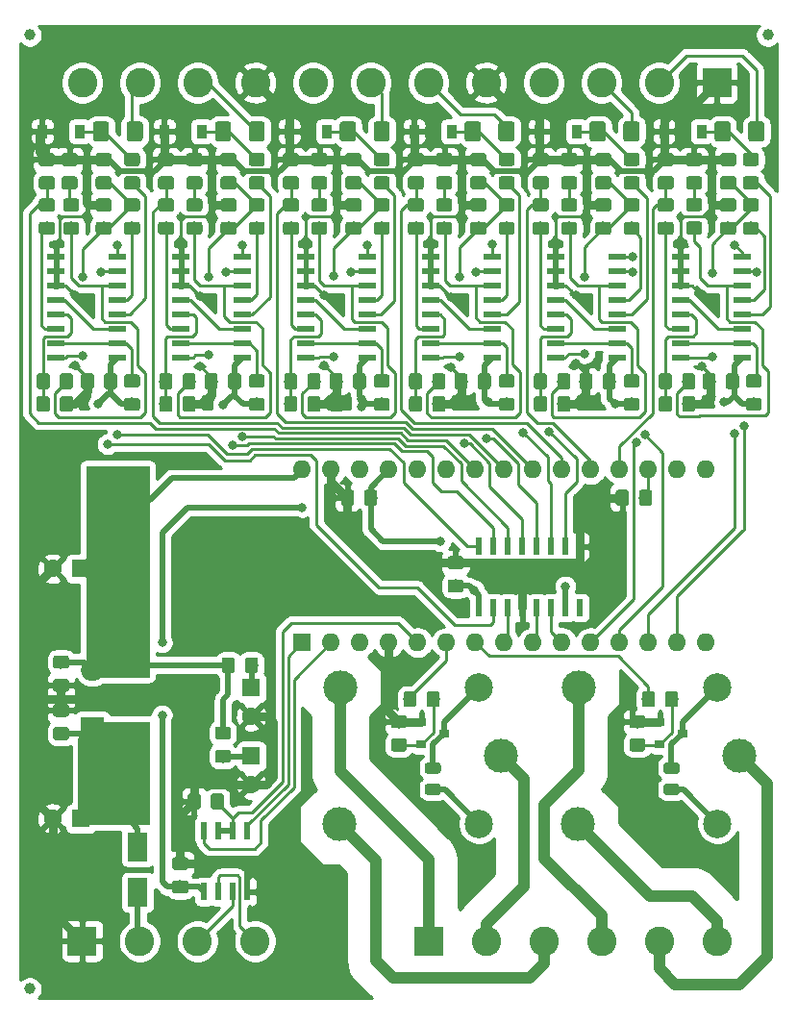
<source format=gbr>
G04 #@! TF.GenerationSoftware,KiCad,Pcbnew,5.1.4-e60b266~84~ubuntu18.04.1*
G04 #@! TF.CreationDate,2019-11-18T12:16:38+01:00*
G04 #@! TF.ProjectId,umi6r2,756d6936-7232-42e6-9b69-6361645f7063,rev?*
G04 #@! TF.SameCoordinates,Original*
G04 #@! TF.FileFunction,Copper,L2,Bot*
G04 #@! TF.FilePolarity,Positive*
%FSLAX46Y46*%
G04 Gerber Fmt 4.6, Leading zero omitted, Abs format (unit mm)*
G04 Created by KiCad (PCBNEW 5.1.4-e60b266~84~ubuntu18.04.1) date 2019-11-18 12:16:38*
%MOMM*%
%LPD*%
G04 APERTURE LIST*
%ADD10C,0.100000*%
%ADD11C,1.000000*%
%ADD12C,1.150000*%
%ADD13C,1.600000*%
%ADD14R,1.600000X1.600000*%
%ADD15O,1.600000X1.600000*%
%ADD16R,0.900000X1.200000*%
%ADD17C,0.975000*%
%ADD18R,1.800000X2.500000*%
%ADD19C,1.425000*%
%ADD20R,2.600000X2.600000*%
%ADD21C,2.600000*%
%ADD22C,2.500000*%
%ADD23C,3.000000*%
%ADD24R,0.900000X0.800000*%
%ADD25R,1.500000X0.600000*%
%ADD26R,0.600000X1.550000*%
%ADD27R,2.000000X1.905000*%
%ADD28O,2.000000X1.905000*%
%ADD29R,0.600000X1.500000*%
%ADD30C,0.800000*%
%ADD31C,0.250000*%
%ADD32C,0.750000*%
%ADD33C,0.500000*%
%ADD34C,1.000000*%
G04 APERTURE END LIST*
D10*
G36*
X62000000Y-134000000D02*
G01*
X56000000Y-134000000D01*
X56000000Y-125000000D01*
X62000000Y-125000000D01*
X62000000Y-134000000D01*
G37*
X62000000Y-134000000D02*
X56000000Y-134000000D01*
X56000000Y-125000000D01*
X62000000Y-125000000D01*
X62000000Y-134000000D01*
G36*
X62000000Y-121000000D02*
G01*
X56500000Y-121000000D01*
X56500000Y-102500000D01*
X62000000Y-102500000D01*
X62000000Y-121000000D01*
G37*
X62000000Y-121000000D02*
X56500000Y-121000000D01*
X56500000Y-102500000D01*
X62000000Y-102500000D01*
X62000000Y-121000000D01*
D11*
X51500000Y-148500000D03*
X116500000Y-64500000D03*
X51500000Y-64500000D03*
D10*
G36*
X66324505Y-131301204D02*
G01*
X66348773Y-131304804D01*
X66372572Y-131310765D01*
X66395671Y-131319030D01*
X66417850Y-131329520D01*
X66438893Y-131342132D01*
X66458599Y-131356747D01*
X66476777Y-131373223D01*
X66493253Y-131391401D01*
X66507868Y-131411107D01*
X66520480Y-131432150D01*
X66530970Y-131454329D01*
X66539235Y-131477428D01*
X66545196Y-131501227D01*
X66548796Y-131525495D01*
X66550000Y-131549999D01*
X66550000Y-132450001D01*
X66548796Y-132474505D01*
X66545196Y-132498773D01*
X66539235Y-132522572D01*
X66530970Y-132545671D01*
X66520480Y-132567850D01*
X66507868Y-132588893D01*
X66493253Y-132608599D01*
X66476777Y-132626777D01*
X66458599Y-132643253D01*
X66438893Y-132657868D01*
X66417850Y-132670480D01*
X66395671Y-132680970D01*
X66372572Y-132689235D01*
X66348773Y-132695196D01*
X66324505Y-132698796D01*
X66300001Y-132700000D01*
X65649999Y-132700000D01*
X65625495Y-132698796D01*
X65601227Y-132695196D01*
X65577428Y-132689235D01*
X65554329Y-132680970D01*
X65532150Y-132670480D01*
X65511107Y-132657868D01*
X65491401Y-132643253D01*
X65473223Y-132626777D01*
X65456747Y-132608599D01*
X65442132Y-132588893D01*
X65429520Y-132567850D01*
X65419030Y-132545671D01*
X65410765Y-132522572D01*
X65404804Y-132498773D01*
X65401204Y-132474505D01*
X65400000Y-132450001D01*
X65400000Y-131549999D01*
X65401204Y-131525495D01*
X65404804Y-131501227D01*
X65410765Y-131477428D01*
X65419030Y-131454329D01*
X65429520Y-131432150D01*
X65442132Y-131411107D01*
X65456747Y-131391401D01*
X65473223Y-131373223D01*
X65491401Y-131356747D01*
X65511107Y-131342132D01*
X65532150Y-131329520D01*
X65554329Y-131319030D01*
X65577428Y-131310765D01*
X65601227Y-131304804D01*
X65625495Y-131301204D01*
X65649999Y-131300000D01*
X66300001Y-131300000D01*
X66324505Y-131301204D01*
X66324505Y-131301204D01*
G37*
D12*
X65975000Y-132000000D03*
D10*
G36*
X68374505Y-131301204D02*
G01*
X68398773Y-131304804D01*
X68422572Y-131310765D01*
X68445671Y-131319030D01*
X68467850Y-131329520D01*
X68488893Y-131342132D01*
X68508599Y-131356747D01*
X68526777Y-131373223D01*
X68543253Y-131391401D01*
X68557868Y-131411107D01*
X68570480Y-131432150D01*
X68580970Y-131454329D01*
X68589235Y-131477428D01*
X68595196Y-131501227D01*
X68598796Y-131525495D01*
X68600000Y-131549999D01*
X68600000Y-132450001D01*
X68598796Y-132474505D01*
X68595196Y-132498773D01*
X68589235Y-132522572D01*
X68580970Y-132545671D01*
X68570480Y-132567850D01*
X68557868Y-132588893D01*
X68543253Y-132608599D01*
X68526777Y-132626777D01*
X68508599Y-132643253D01*
X68488893Y-132657868D01*
X68467850Y-132670480D01*
X68445671Y-132680970D01*
X68422572Y-132689235D01*
X68398773Y-132695196D01*
X68374505Y-132698796D01*
X68350001Y-132700000D01*
X67699999Y-132700000D01*
X67675495Y-132698796D01*
X67651227Y-132695196D01*
X67627428Y-132689235D01*
X67604329Y-132680970D01*
X67582150Y-132670480D01*
X67561107Y-132657868D01*
X67541401Y-132643253D01*
X67523223Y-132626777D01*
X67506747Y-132608599D01*
X67492132Y-132588893D01*
X67479520Y-132567850D01*
X67469030Y-132545671D01*
X67460765Y-132522572D01*
X67454804Y-132498773D01*
X67451204Y-132474505D01*
X67450000Y-132450001D01*
X67450000Y-131549999D01*
X67451204Y-131525495D01*
X67454804Y-131501227D01*
X67460765Y-131477428D01*
X67469030Y-131454329D01*
X67479520Y-131432150D01*
X67492132Y-131411107D01*
X67506747Y-131391401D01*
X67523223Y-131373223D01*
X67541401Y-131356747D01*
X67561107Y-131342132D01*
X67582150Y-131329520D01*
X67604329Y-131319030D01*
X67627428Y-131310765D01*
X67651227Y-131304804D01*
X67675495Y-131301204D01*
X67699999Y-131300000D01*
X68350001Y-131300000D01*
X68374505Y-131301204D01*
X68374505Y-131301204D01*
G37*
D12*
X68025000Y-132000000D03*
D13*
X53500000Y-111500000D03*
D14*
X56000000Y-111500000D03*
D13*
X53500000Y-133500000D03*
D14*
X56000000Y-133500000D03*
D13*
X71000000Y-130500000D03*
D14*
X71000000Y-128000000D03*
D13*
X71000000Y-124500000D03*
D14*
X71000000Y-122000000D03*
X75500000Y-118000000D03*
D15*
X108520000Y-102760000D03*
X78040000Y-118000000D03*
X105980000Y-102760000D03*
X80580000Y-118000000D03*
X103440000Y-102760000D03*
X83120000Y-118000000D03*
X100900000Y-102760000D03*
X85660000Y-118000000D03*
X98360000Y-102760000D03*
X88200000Y-118000000D03*
X95820000Y-102760000D03*
X90740000Y-118000000D03*
X93280000Y-102760000D03*
X93280000Y-118000000D03*
X90740000Y-102760000D03*
X95820000Y-118000000D03*
X88200000Y-102760000D03*
X98360000Y-118000000D03*
X85660000Y-102760000D03*
X100900000Y-118000000D03*
X83120000Y-102760000D03*
X103440000Y-118000000D03*
X80580000Y-102760000D03*
X105980000Y-118000000D03*
X78040000Y-102760000D03*
X108520000Y-118000000D03*
X75500000Y-102760000D03*
X111060000Y-118000000D03*
X111060000Y-102760000D03*
D10*
G36*
X107974505Y-74901204D02*
G01*
X107998773Y-74904804D01*
X108022572Y-74910765D01*
X108045671Y-74919030D01*
X108067850Y-74929520D01*
X108088893Y-74942132D01*
X108108599Y-74956747D01*
X108126777Y-74973223D01*
X108143253Y-74991401D01*
X108157868Y-75011107D01*
X108170480Y-75032150D01*
X108180970Y-75054329D01*
X108189235Y-75077428D01*
X108195196Y-75101227D01*
X108198796Y-75125495D01*
X108200000Y-75149999D01*
X108200000Y-75800001D01*
X108198796Y-75824505D01*
X108195196Y-75848773D01*
X108189235Y-75872572D01*
X108180970Y-75895671D01*
X108170480Y-75917850D01*
X108157868Y-75938893D01*
X108143253Y-75958599D01*
X108126777Y-75976777D01*
X108108599Y-75993253D01*
X108088893Y-76007868D01*
X108067850Y-76020480D01*
X108045671Y-76030970D01*
X108022572Y-76039235D01*
X107998773Y-76045196D01*
X107974505Y-76048796D01*
X107950001Y-76050000D01*
X107049999Y-76050000D01*
X107025495Y-76048796D01*
X107001227Y-76045196D01*
X106977428Y-76039235D01*
X106954329Y-76030970D01*
X106932150Y-76020480D01*
X106911107Y-76007868D01*
X106891401Y-75993253D01*
X106873223Y-75976777D01*
X106856747Y-75958599D01*
X106842132Y-75938893D01*
X106829520Y-75917850D01*
X106819030Y-75895671D01*
X106810765Y-75872572D01*
X106804804Y-75848773D01*
X106801204Y-75824505D01*
X106800000Y-75800001D01*
X106800000Y-75149999D01*
X106801204Y-75125495D01*
X106804804Y-75101227D01*
X106810765Y-75077428D01*
X106819030Y-75054329D01*
X106829520Y-75032150D01*
X106842132Y-75011107D01*
X106856747Y-74991401D01*
X106873223Y-74973223D01*
X106891401Y-74956747D01*
X106911107Y-74942132D01*
X106932150Y-74929520D01*
X106954329Y-74919030D01*
X106977428Y-74910765D01*
X107001227Y-74904804D01*
X107025495Y-74901204D01*
X107049999Y-74900000D01*
X107950001Y-74900000D01*
X107974505Y-74901204D01*
X107974505Y-74901204D01*
G37*
D12*
X107500000Y-75475000D03*
D10*
G36*
X107974505Y-76951204D02*
G01*
X107998773Y-76954804D01*
X108022572Y-76960765D01*
X108045671Y-76969030D01*
X108067850Y-76979520D01*
X108088893Y-76992132D01*
X108108599Y-77006747D01*
X108126777Y-77023223D01*
X108143253Y-77041401D01*
X108157868Y-77061107D01*
X108170480Y-77082150D01*
X108180970Y-77104329D01*
X108189235Y-77127428D01*
X108195196Y-77151227D01*
X108198796Y-77175495D01*
X108200000Y-77199999D01*
X108200000Y-77850001D01*
X108198796Y-77874505D01*
X108195196Y-77898773D01*
X108189235Y-77922572D01*
X108180970Y-77945671D01*
X108170480Y-77967850D01*
X108157868Y-77988893D01*
X108143253Y-78008599D01*
X108126777Y-78026777D01*
X108108599Y-78043253D01*
X108088893Y-78057868D01*
X108067850Y-78070480D01*
X108045671Y-78080970D01*
X108022572Y-78089235D01*
X107998773Y-78095196D01*
X107974505Y-78098796D01*
X107950001Y-78100000D01*
X107049999Y-78100000D01*
X107025495Y-78098796D01*
X107001227Y-78095196D01*
X106977428Y-78089235D01*
X106954329Y-78080970D01*
X106932150Y-78070480D01*
X106911107Y-78057868D01*
X106891401Y-78043253D01*
X106873223Y-78026777D01*
X106856747Y-78008599D01*
X106842132Y-77988893D01*
X106829520Y-77967850D01*
X106819030Y-77945671D01*
X106810765Y-77922572D01*
X106804804Y-77898773D01*
X106801204Y-77874505D01*
X106800000Y-77850001D01*
X106800000Y-77199999D01*
X106801204Y-77175495D01*
X106804804Y-77151227D01*
X106810765Y-77127428D01*
X106819030Y-77104329D01*
X106829520Y-77082150D01*
X106842132Y-77061107D01*
X106856747Y-77041401D01*
X106873223Y-77023223D01*
X106891401Y-77006747D01*
X106911107Y-76992132D01*
X106932150Y-76979520D01*
X106954329Y-76969030D01*
X106977428Y-76960765D01*
X107001227Y-76954804D01*
X107025495Y-76951204D01*
X107049999Y-76950000D01*
X107950001Y-76950000D01*
X107974505Y-76951204D01*
X107974505Y-76951204D01*
G37*
D12*
X107500000Y-77525000D03*
D10*
G36*
X96974505Y-74901204D02*
G01*
X96998773Y-74904804D01*
X97022572Y-74910765D01*
X97045671Y-74919030D01*
X97067850Y-74929520D01*
X97088893Y-74942132D01*
X97108599Y-74956747D01*
X97126777Y-74973223D01*
X97143253Y-74991401D01*
X97157868Y-75011107D01*
X97170480Y-75032150D01*
X97180970Y-75054329D01*
X97189235Y-75077428D01*
X97195196Y-75101227D01*
X97198796Y-75125495D01*
X97200000Y-75149999D01*
X97200000Y-75800001D01*
X97198796Y-75824505D01*
X97195196Y-75848773D01*
X97189235Y-75872572D01*
X97180970Y-75895671D01*
X97170480Y-75917850D01*
X97157868Y-75938893D01*
X97143253Y-75958599D01*
X97126777Y-75976777D01*
X97108599Y-75993253D01*
X97088893Y-76007868D01*
X97067850Y-76020480D01*
X97045671Y-76030970D01*
X97022572Y-76039235D01*
X96998773Y-76045196D01*
X96974505Y-76048796D01*
X96950001Y-76050000D01*
X96049999Y-76050000D01*
X96025495Y-76048796D01*
X96001227Y-76045196D01*
X95977428Y-76039235D01*
X95954329Y-76030970D01*
X95932150Y-76020480D01*
X95911107Y-76007868D01*
X95891401Y-75993253D01*
X95873223Y-75976777D01*
X95856747Y-75958599D01*
X95842132Y-75938893D01*
X95829520Y-75917850D01*
X95819030Y-75895671D01*
X95810765Y-75872572D01*
X95804804Y-75848773D01*
X95801204Y-75824505D01*
X95800000Y-75800001D01*
X95800000Y-75149999D01*
X95801204Y-75125495D01*
X95804804Y-75101227D01*
X95810765Y-75077428D01*
X95819030Y-75054329D01*
X95829520Y-75032150D01*
X95842132Y-75011107D01*
X95856747Y-74991401D01*
X95873223Y-74973223D01*
X95891401Y-74956747D01*
X95911107Y-74942132D01*
X95932150Y-74929520D01*
X95954329Y-74919030D01*
X95977428Y-74910765D01*
X96001227Y-74904804D01*
X96025495Y-74901204D01*
X96049999Y-74900000D01*
X96950001Y-74900000D01*
X96974505Y-74901204D01*
X96974505Y-74901204D01*
G37*
D12*
X96500000Y-75475000D03*
D10*
G36*
X96974505Y-76951204D02*
G01*
X96998773Y-76954804D01*
X97022572Y-76960765D01*
X97045671Y-76969030D01*
X97067850Y-76979520D01*
X97088893Y-76992132D01*
X97108599Y-77006747D01*
X97126777Y-77023223D01*
X97143253Y-77041401D01*
X97157868Y-77061107D01*
X97170480Y-77082150D01*
X97180970Y-77104329D01*
X97189235Y-77127428D01*
X97195196Y-77151227D01*
X97198796Y-77175495D01*
X97200000Y-77199999D01*
X97200000Y-77850001D01*
X97198796Y-77874505D01*
X97195196Y-77898773D01*
X97189235Y-77922572D01*
X97180970Y-77945671D01*
X97170480Y-77967850D01*
X97157868Y-77988893D01*
X97143253Y-78008599D01*
X97126777Y-78026777D01*
X97108599Y-78043253D01*
X97088893Y-78057868D01*
X97067850Y-78070480D01*
X97045671Y-78080970D01*
X97022572Y-78089235D01*
X96998773Y-78095196D01*
X96974505Y-78098796D01*
X96950001Y-78100000D01*
X96049999Y-78100000D01*
X96025495Y-78098796D01*
X96001227Y-78095196D01*
X95977428Y-78089235D01*
X95954329Y-78080970D01*
X95932150Y-78070480D01*
X95911107Y-78057868D01*
X95891401Y-78043253D01*
X95873223Y-78026777D01*
X95856747Y-78008599D01*
X95842132Y-77988893D01*
X95829520Y-77967850D01*
X95819030Y-77945671D01*
X95810765Y-77922572D01*
X95804804Y-77898773D01*
X95801204Y-77874505D01*
X95800000Y-77850001D01*
X95800000Y-77199999D01*
X95801204Y-77175495D01*
X95804804Y-77151227D01*
X95810765Y-77127428D01*
X95819030Y-77104329D01*
X95829520Y-77082150D01*
X95842132Y-77061107D01*
X95856747Y-77041401D01*
X95873223Y-77023223D01*
X95891401Y-77006747D01*
X95911107Y-76992132D01*
X95932150Y-76979520D01*
X95954329Y-76969030D01*
X95977428Y-76960765D01*
X96001227Y-76954804D01*
X96025495Y-76951204D01*
X96049999Y-76950000D01*
X96950001Y-76950000D01*
X96974505Y-76951204D01*
X96974505Y-76951204D01*
G37*
D12*
X96500000Y-77525000D03*
D10*
G36*
X85974505Y-74901204D02*
G01*
X85998773Y-74904804D01*
X86022572Y-74910765D01*
X86045671Y-74919030D01*
X86067850Y-74929520D01*
X86088893Y-74942132D01*
X86108599Y-74956747D01*
X86126777Y-74973223D01*
X86143253Y-74991401D01*
X86157868Y-75011107D01*
X86170480Y-75032150D01*
X86180970Y-75054329D01*
X86189235Y-75077428D01*
X86195196Y-75101227D01*
X86198796Y-75125495D01*
X86200000Y-75149999D01*
X86200000Y-75800001D01*
X86198796Y-75824505D01*
X86195196Y-75848773D01*
X86189235Y-75872572D01*
X86180970Y-75895671D01*
X86170480Y-75917850D01*
X86157868Y-75938893D01*
X86143253Y-75958599D01*
X86126777Y-75976777D01*
X86108599Y-75993253D01*
X86088893Y-76007868D01*
X86067850Y-76020480D01*
X86045671Y-76030970D01*
X86022572Y-76039235D01*
X85998773Y-76045196D01*
X85974505Y-76048796D01*
X85950001Y-76050000D01*
X85049999Y-76050000D01*
X85025495Y-76048796D01*
X85001227Y-76045196D01*
X84977428Y-76039235D01*
X84954329Y-76030970D01*
X84932150Y-76020480D01*
X84911107Y-76007868D01*
X84891401Y-75993253D01*
X84873223Y-75976777D01*
X84856747Y-75958599D01*
X84842132Y-75938893D01*
X84829520Y-75917850D01*
X84819030Y-75895671D01*
X84810765Y-75872572D01*
X84804804Y-75848773D01*
X84801204Y-75824505D01*
X84800000Y-75800001D01*
X84800000Y-75149999D01*
X84801204Y-75125495D01*
X84804804Y-75101227D01*
X84810765Y-75077428D01*
X84819030Y-75054329D01*
X84829520Y-75032150D01*
X84842132Y-75011107D01*
X84856747Y-74991401D01*
X84873223Y-74973223D01*
X84891401Y-74956747D01*
X84911107Y-74942132D01*
X84932150Y-74929520D01*
X84954329Y-74919030D01*
X84977428Y-74910765D01*
X85001227Y-74904804D01*
X85025495Y-74901204D01*
X85049999Y-74900000D01*
X85950001Y-74900000D01*
X85974505Y-74901204D01*
X85974505Y-74901204D01*
G37*
D12*
X85500000Y-75475000D03*
D10*
G36*
X85974505Y-76951204D02*
G01*
X85998773Y-76954804D01*
X86022572Y-76960765D01*
X86045671Y-76969030D01*
X86067850Y-76979520D01*
X86088893Y-76992132D01*
X86108599Y-77006747D01*
X86126777Y-77023223D01*
X86143253Y-77041401D01*
X86157868Y-77061107D01*
X86170480Y-77082150D01*
X86180970Y-77104329D01*
X86189235Y-77127428D01*
X86195196Y-77151227D01*
X86198796Y-77175495D01*
X86200000Y-77199999D01*
X86200000Y-77850001D01*
X86198796Y-77874505D01*
X86195196Y-77898773D01*
X86189235Y-77922572D01*
X86180970Y-77945671D01*
X86170480Y-77967850D01*
X86157868Y-77988893D01*
X86143253Y-78008599D01*
X86126777Y-78026777D01*
X86108599Y-78043253D01*
X86088893Y-78057868D01*
X86067850Y-78070480D01*
X86045671Y-78080970D01*
X86022572Y-78089235D01*
X85998773Y-78095196D01*
X85974505Y-78098796D01*
X85950001Y-78100000D01*
X85049999Y-78100000D01*
X85025495Y-78098796D01*
X85001227Y-78095196D01*
X84977428Y-78089235D01*
X84954329Y-78080970D01*
X84932150Y-78070480D01*
X84911107Y-78057868D01*
X84891401Y-78043253D01*
X84873223Y-78026777D01*
X84856747Y-78008599D01*
X84842132Y-77988893D01*
X84829520Y-77967850D01*
X84819030Y-77945671D01*
X84810765Y-77922572D01*
X84804804Y-77898773D01*
X84801204Y-77874505D01*
X84800000Y-77850001D01*
X84800000Y-77199999D01*
X84801204Y-77175495D01*
X84804804Y-77151227D01*
X84810765Y-77127428D01*
X84819030Y-77104329D01*
X84829520Y-77082150D01*
X84842132Y-77061107D01*
X84856747Y-77041401D01*
X84873223Y-77023223D01*
X84891401Y-77006747D01*
X84911107Y-76992132D01*
X84932150Y-76979520D01*
X84954329Y-76969030D01*
X84977428Y-76960765D01*
X85001227Y-76954804D01*
X85025495Y-76951204D01*
X85049999Y-76950000D01*
X85950001Y-76950000D01*
X85974505Y-76951204D01*
X85974505Y-76951204D01*
G37*
D12*
X85500000Y-77525000D03*
D10*
G36*
X111674505Y-94301204D02*
G01*
X111698773Y-94304804D01*
X111722572Y-94310765D01*
X111745671Y-94319030D01*
X111767850Y-94329520D01*
X111788893Y-94342132D01*
X111808599Y-94356747D01*
X111826777Y-94373223D01*
X111843253Y-94391401D01*
X111857868Y-94411107D01*
X111870480Y-94432150D01*
X111880970Y-94454329D01*
X111889235Y-94477428D01*
X111895196Y-94501227D01*
X111898796Y-94525495D01*
X111900000Y-94549999D01*
X111900000Y-95450001D01*
X111898796Y-95474505D01*
X111895196Y-95498773D01*
X111889235Y-95522572D01*
X111880970Y-95545671D01*
X111870480Y-95567850D01*
X111857868Y-95588893D01*
X111843253Y-95608599D01*
X111826777Y-95626777D01*
X111808599Y-95643253D01*
X111788893Y-95657868D01*
X111767850Y-95670480D01*
X111745671Y-95680970D01*
X111722572Y-95689235D01*
X111698773Y-95695196D01*
X111674505Y-95698796D01*
X111650001Y-95700000D01*
X110999999Y-95700000D01*
X110975495Y-95698796D01*
X110951227Y-95695196D01*
X110927428Y-95689235D01*
X110904329Y-95680970D01*
X110882150Y-95670480D01*
X110861107Y-95657868D01*
X110841401Y-95643253D01*
X110823223Y-95626777D01*
X110806747Y-95608599D01*
X110792132Y-95588893D01*
X110779520Y-95567850D01*
X110769030Y-95545671D01*
X110760765Y-95522572D01*
X110754804Y-95498773D01*
X110751204Y-95474505D01*
X110750000Y-95450001D01*
X110750000Y-94549999D01*
X110751204Y-94525495D01*
X110754804Y-94501227D01*
X110760765Y-94477428D01*
X110769030Y-94454329D01*
X110779520Y-94432150D01*
X110792132Y-94411107D01*
X110806747Y-94391401D01*
X110823223Y-94373223D01*
X110841401Y-94356747D01*
X110861107Y-94342132D01*
X110882150Y-94329520D01*
X110904329Y-94319030D01*
X110927428Y-94310765D01*
X110951227Y-94304804D01*
X110975495Y-94301204D01*
X110999999Y-94300000D01*
X111650001Y-94300000D01*
X111674505Y-94301204D01*
X111674505Y-94301204D01*
G37*
D12*
X111325000Y-95000000D03*
D10*
G36*
X113724505Y-94301204D02*
G01*
X113748773Y-94304804D01*
X113772572Y-94310765D01*
X113795671Y-94319030D01*
X113817850Y-94329520D01*
X113838893Y-94342132D01*
X113858599Y-94356747D01*
X113876777Y-94373223D01*
X113893253Y-94391401D01*
X113907868Y-94411107D01*
X113920480Y-94432150D01*
X113930970Y-94454329D01*
X113939235Y-94477428D01*
X113945196Y-94501227D01*
X113948796Y-94525495D01*
X113950000Y-94549999D01*
X113950000Y-95450001D01*
X113948796Y-95474505D01*
X113945196Y-95498773D01*
X113939235Y-95522572D01*
X113930970Y-95545671D01*
X113920480Y-95567850D01*
X113907868Y-95588893D01*
X113893253Y-95608599D01*
X113876777Y-95626777D01*
X113858599Y-95643253D01*
X113838893Y-95657868D01*
X113817850Y-95670480D01*
X113795671Y-95680970D01*
X113772572Y-95689235D01*
X113748773Y-95695196D01*
X113724505Y-95698796D01*
X113700001Y-95700000D01*
X113049999Y-95700000D01*
X113025495Y-95698796D01*
X113001227Y-95695196D01*
X112977428Y-95689235D01*
X112954329Y-95680970D01*
X112932150Y-95670480D01*
X112911107Y-95657868D01*
X112891401Y-95643253D01*
X112873223Y-95626777D01*
X112856747Y-95608599D01*
X112842132Y-95588893D01*
X112829520Y-95567850D01*
X112819030Y-95545671D01*
X112810765Y-95522572D01*
X112804804Y-95498773D01*
X112801204Y-95474505D01*
X112800000Y-95450001D01*
X112800000Y-94549999D01*
X112801204Y-94525495D01*
X112804804Y-94501227D01*
X112810765Y-94477428D01*
X112819030Y-94454329D01*
X112829520Y-94432150D01*
X112842132Y-94411107D01*
X112856747Y-94391401D01*
X112873223Y-94373223D01*
X112891401Y-94356747D01*
X112911107Y-94342132D01*
X112932150Y-94329520D01*
X112954329Y-94319030D01*
X112977428Y-94310765D01*
X113001227Y-94304804D01*
X113025495Y-94301204D01*
X113049999Y-94300000D01*
X113700001Y-94300000D01*
X113724505Y-94301204D01*
X113724505Y-94301204D01*
G37*
D12*
X113375000Y-95000000D03*
D10*
G36*
X107824505Y-96301204D02*
G01*
X107848773Y-96304804D01*
X107872572Y-96310765D01*
X107895671Y-96319030D01*
X107917850Y-96329520D01*
X107938893Y-96342132D01*
X107958599Y-96356747D01*
X107976777Y-96373223D01*
X107993253Y-96391401D01*
X108007868Y-96411107D01*
X108020480Y-96432150D01*
X108030970Y-96454329D01*
X108039235Y-96477428D01*
X108045196Y-96501227D01*
X108048796Y-96525495D01*
X108050000Y-96549999D01*
X108050000Y-97450001D01*
X108048796Y-97474505D01*
X108045196Y-97498773D01*
X108039235Y-97522572D01*
X108030970Y-97545671D01*
X108020480Y-97567850D01*
X108007868Y-97588893D01*
X107993253Y-97608599D01*
X107976777Y-97626777D01*
X107958599Y-97643253D01*
X107938893Y-97657868D01*
X107917850Y-97670480D01*
X107895671Y-97680970D01*
X107872572Y-97689235D01*
X107848773Y-97695196D01*
X107824505Y-97698796D01*
X107800001Y-97700000D01*
X107149999Y-97700000D01*
X107125495Y-97698796D01*
X107101227Y-97695196D01*
X107077428Y-97689235D01*
X107054329Y-97680970D01*
X107032150Y-97670480D01*
X107011107Y-97657868D01*
X106991401Y-97643253D01*
X106973223Y-97626777D01*
X106956747Y-97608599D01*
X106942132Y-97588893D01*
X106929520Y-97567850D01*
X106919030Y-97545671D01*
X106910765Y-97522572D01*
X106904804Y-97498773D01*
X106901204Y-97474505D01*
X106900000Y-97450001D01*
X106900000Y-96549999D01*
X106901204Y-96525495D01*
X106904804Y-96501227D01*
X106910765Y-96477428D01*
X106919030Y-96454329D01*
X106929520Y-96432150D01*
X106942132Y-96411107D01*
X106956747Y-96391401D01*
X106973223Y-96373223D01*
X106991401Y-96356747D01*
X107011107Y-96342132D01*
X107032150Y-96329520D01*
X107054329Y-96319030D01*
X107077428Y-96310765D01*
X107101227Y-96304804D01*
X107125495Y-96301204D01*
X107149999Y-96300000D01*
X107800001Y-96300000D01*
X107824505Y-96301204D01*
X107824505Y-96301204D01*
G37*
D12*
X107475000Y-97000000D03*
D10*
G36*
X109874505Y-96301204D02*
G01*
X109898773Y-96304804D01*
X109922572Y-96310765D01*
X109945671Y-96319030D01*
X109967850Y-96329520D01*
X109988893Y-96342132D01*
X110008599Y-96356747D01*
X110026777Y-96373223D01*
X110043253Y-96391401D01*
X110057868Y-96411107D01*
X110070480Y-96432150D01*
X110080970Y-96454329D01*
X110089235Y-96477428D01*
X110095196Y-96501227D01*
X110098796Y-96525495D01*
X110100000Y-96549999D01*
X110100000Y-97450001D01*
X110098796Y-97474505D01*
X110095196Y-97498773D01*
X110089235Y-97522572D01*
X110080970Y-97545671D01*
X110070480Y-97567850D01*
X110057868Y-97588893D01*
X110043253Y-97608599D01*
X110026777Y-97626777D01*
X110008599Y-97643253D01*
X109988893Y-97657868D01*
X109967850Y-97670480D01*
X109945671Y-97680970D01*
X109922572Y-97689235D01*
X109898773Y-97695196D01*
X109874505Y-97698796D01*
X109850001Y-97700000D01*
X109199999Y-97700000D01*
X109175495Y-97698796D01*
X109151227Y-97695196D01*
X109127428Y-97689235D01*
X109104329Y-97680970D01*
X109082150Y-97670480D01*
X109061107Y-97657868D01*
X109041401Y-97643253D01*
X109023223Y-97626777D01*
X109006747Y-97608599D01*
X108992132Y-97588893D01*
X108979520Y-97567850D01*
X108969030Y-97545671D01*
X108960765Y-97522572D01*
X108954804Y-97498773D01*
X108951204Y-97474505D01*
X108950000Y-97450001D01*
X108950000Y-96549999D01*
X108951204Y-96525495D01*
X108954804Y-96501227D01*
X108960765Y-96477428D01*
X108969030Y-96454329D01*
X108979520Y-96432150D01*
X108992132Y-96411107D01*
X109006747Y-96391401D01*
X109023223Y-96373223D01*
X109041401Y-96356747D01*
X109061107Y-96342132D01*
X109082150Y-96329520D01*
X109104329Y-96319030D01*
X109127428Y-96310765D01*
X109151227Y-96304804D01*
X109175495Y-96301204D01*
X109199999Y-96300000D01*
X109850001Y-96300000D01*
X109874505Y-96301204D01*
X109874505Y-96301204D01*
G37*
D12*
X109525000Y-97000000D03*
D10*
G36*
X100824505Y-94301204D02*
G01*
X100848773Y-94304804D01*
X100872572Y-94310765D01*
X100895671Y-94319030D01*
X100917850Y-94329520D01*
X100938893Y-94342132D01*
X100958599Y-94356747D01*
X100976777Y-94373223D01*
X100993253Y-94391401D01*
X101007868Y-94411107D01*
X101020480Y-94432150D01*
X101030970Y-94454329D01*
X101039235Y-94477428D01*
X101045196Y-94501227D01*
X101048796Y-94525495D01*
X101050000Y-94549999D01*
X101050000Y-95450001D01*
X101048796Y-95474505D01*
X101045196Y-95498773D01*
X101039235Y-95522572D01*
X101030970Y-95545671D01*
X101020480Y-95567850D01*
X101007868Y-95588893D01*
X100993253Y-95608599D01*
X100976777Y-95626777D01*
X100958599Y-95643253D01*
X100938893Y-95657868D01*
X100917850Y-95670480D01*
X100895671Y-95680970D01*
X100872572Y-95689235D01*
X100848773Y-95695196D01*
X100824505Y-95698796D01*
X100800001Y-95700000D01*
X100149999Y-95700000D01*
X100125495Y-95698796D01*
X100101227Y-95695196D01*
X100077428Y-95689235D01*
X100054329Y-95680970D01*
X100032150Y-95670480D01*
X100011107Y-95657868D01*
X99991401Y-95643253D01*
X99973223Y-95626777D01*
X99956747Y-95608599D01*
X99942132Y-95588893D01*
X99929520Y-95567850D01*
X99919030Y-95545671D01*
X99910765Y-95522572D01*
X99904804Y-95498773D01*
X99901204Y-95474505D01*
X99900000Y-95450001D01*
X99900000Y-94549999D01*
X99901204Y-94525495D01*
X99904804Y-94501227D01*
X99910765Y-94477428D01*
X99919030Y-94454329D01*
X99929520Y-94432150D01*
X99942132Y-94411107D01*
X99956747Y-94391401D01*
X99973223Y-94373223D01*
X99991401Y-94356747D01*
X100011107Y-94342132D01*
X100032150Y-94329520D01*
X100054329Y-94319030D01*
X100077428Y-94310765D01*
X100101227Y-94304804D01*
X100125495Y-94301204D01*
X100149999Y-94300000D01*
X100800001Y-94300000D01*
X100824505Y-94301204D01*
X100824505Y-94301204D01*
G37*
D12*
X100475000Y-95000000D03*
D10*
G36*
X102874505Y-94301204D02*
G01*
X102898773Y-94304804D01*
X102922572Y-94310765D01*
X102945671Y-94319030D01*
X102967850Y-94329520D01*
X102988893Y-94342132D01*
X103008599Y-94356747D01*
X103026777Y-94373223D01*
X103043253Y-94391401D01*
X103057868Y-94411107D01*
X103070480Y-94432150D01*
X103080970Y-94454329D01*
X103089235Y-94477428D01*
X103095196Y-94501227D01*
X103098796Y-94525495D01*
X103100000Y-94549999D01*
X103100000Y-95450001D01*
X103098796Y-95474505D01*
X103095196Y-95498773D01*
X103089235Y-95522572D01*
X103080970Y-95545671D01*
X103070480Y-95567850D01*
X103057868Y-95588893D01*
X103043253Y-95608599D01*
X103026777Y-95626777D01*
X103008599Y-95643253D01*
X102988893Y-95657868D01*
X102967850Y-95670480D01*
X102945671Y-95680970D01*
X102922572Y-95689235D01*
X102898773Y-95695196D01*
X102874505Y-95698796D01*
X102850001Y-95700000D01*
X102199999Y-95700000D01*
X102175495Y-95698796D01*
X102151227Y-95695196D01*
X102127428Y-95689235D01*
X102104329Y-95680970D01*
X102082150Y-95670480D01*
X102061107Y-95657868D01*
X102041401Y-95643253D01*
X102023223Y-95626777D01*
X102006747Y-95608599D01*
X101992132Y-95588893D01*
X101979520Y-95567850D01*
X101969030Y-95545671D01*
X101960765Y-95522572D01*
X101954804Y-95498773D01*
X101951204Y-95474505D01*
X101950000Y-95450001D01*
X101950000Y-94549999D01*
X101951204Y-94525495D01*
X101954804Y-94501227D01*
X101960765Y-94477428D01*
X101969030Y-94454329D01*
X101979520Y-94432150D01*
X101992132Y-94411107D01*
X102006747Y-94391401D01*
X102023223Y-94373223D01*
X102041401Y-94356747D01*
X102061107Y-94342132D01*
X102082150Y-94329520D01*
X102104329Y-94319030D01*
X102127428Y-94310765D01*
X102151227Y-94304804D01*
X102175495Y-94301204D01*
X102199999Y-94300000D01*
X102850001Y-94300000D01*
X102874505Y-94301204D01*
X102874505Y-94301204D01*
G37*
D12*
X102525000Y-95000000D03*
D10*
G36*
X96824505Y-96301204D02*
G01*
X96848773Y-96304804D01*
X96872572Y-96310765D01*
X96895671Y-96319030D01*
X96917850Y-96329520D01*
X96938893Y-96342132D01*
X96958599Y-96356747D01*
X96976777Y-96373223D01*
X96993253Y-96391401D01*
X97007868Y-96411107D01*
X97020480Y-96432150D01*
X97030970Y-96454329D01*
X97039235Y-96477428D01*
X97045196Y-96501227D01*
X97048796Y-96525495D01*
X97050000Y-96549999D01*
X97050000Y-97450001D01*
X97048796Y-97474505D01*
X97045196Y-97498773D01*
X97039235Y-97522572D01*
X97030970Y-97545671D01*
X97020480Y-97567850D01*
X97007868Y-97588893D01*
X96993253Y-97608599D01*
X96976777Y-97626777D01*
X96958599Y-97643253D01*
X96938893Y-97657868D01*
X96917850Y-97670480D01*
X96895671Y-97680970D01*
X96872572Y-97689235D01*
X96848773Y-97695196D01*
X96824505Y-97698796D01*
X96800001Y-97700000D01*
X96149999Y-97700000D01*
X96125495Y-97698796D01*
X96101227Y-97695196D01*
X96077428Y-97689235D01*
X96054329Y-97680970D01*
X96032150Y-97670480D01*
X96011107Y-97657868D01*
X95991401Y-97643253D01*
X95973223Y-97626777D01*
X95956747Y-97608599D01*
X95942132Y-97588893D01*
X95929520Y-97567850D01*
X95919030Y-97545671D01*
X95910765Y-97522572D01*
X95904804Y-97498773D01*
X95901204Y-97474505D01*
X95900000Y-97450001D01*
X95900000Y-96549999D01*
X95901204Y-96525495D01*
X95904804Y-96501227D01*
X95910765Y-96477428D01*
X95919030Y-96454329D01*
X95929520Y-96432150D01*
X95942132Y-96411107D01*
X95956747Y-96391401D01*
X95973223Y-96373223D01*
X95991401Y-96356747D01*
X96011107Y-96342132D01*
X96032150Y-96329520D01*
X96054329Y-96319030D01*
X96077428Y-96310765D01*
X96101227Y-96304804D01*
X96125495Y-96301204D01*
X96149999Y-96300000D01*
X96800001Y-96300000D01*
X96824505Y-96301204D01*
X96824505Y-96301204D01*
G37*
D12*
X96475000Y-97000000D03*
D10*
G36*
X98874505Y-96301204D02*
G01*
X98898773Y-96304804D01*
X98922572Y-96310765D01*
X98945671Y-96319030D01*
X98967850Y-96329520D01*
X98988893Y-96342132D01*
X99008599Y-96356747D01*
X99026777Y-96373223D01*
X99043253Y-96391401D01*
X99057868Y-96411107D01*
X99070480Y-96432150D01*
X99080970Y-96454329D01*
X99089235Y-96477428D01*
X99095196Y-96501227D01*
X99098796Y-96525495D01*
X99100000Y-96549999D01*
X99100000Y-97450001D01*
X99098796Y-97474505D01*
X99095196Y-97498773D01*
X99089235Y-97522572D01*
X99080970Y-97545671D01*
X99070480Y-97567850D01*
X99057868Y-97588893D01*
X99043253Y-97608599D01*
X99026777Y-97626777D01*
X99008599Y-97643253D01*
X98988893Y-97657868D01*
X98967850Y-97670480D01*
X98945671Y-97680970D01*
X98922572Y-97689235D01*
X98898773Y-97695196D01*
X98874505Y-97698796D01*
X98850001Y-97700000D01*
X98199999Y-97700000D01*
X98175495Y-97698796D01*
X98151227Y-97695196D01*
X98127428Y-97689235D01*
X98104329Y-97680970D01*
X98082150Y-97670480D01*
X98061107Y-97657868D01*
X98041401Y-97643253D01*
X98023223Y-97626777D01*
X98006747Y-97608599D01*
X97992132Y-97588893D01*
X97979520Y-97567850D01*
X97969030Y-97545671D01*
X97960765Y-97522572D01*
X97954804Y-97498773D01*
X97951204Y-97474505D01*
X97950000Y-97450001D01*
X97950000Y-96549999D01*
X97951204Y-96525495D01*
X97954804Y-96501227D01*
X97960765Y-96477428D01*
X97969030Y-96454329D01*
X97979520Y-96432150D01*
X97992132Y-96411107D01*
X98006747Y-96391401D01*
X98023223Y-96373223D01*
X98041401Y-96356747D01*
X98061107Y-96342132D01*
X98082150Y-96329520D01*
X98104329Y-96319030D01*
X98127428Y-96310765D01*
X98151227Y-96304804D01*
X98175495Y-96301204D01*
X98199999Y-96300000D01*
X98850001Y-96300000D01*
X98874505Y-96301204D01*
X98874505Y-96301204D01*
G37*
D12*
X98525000Y-97000000D03*
D10*
G36*
X89824505Y-94301204D02*
G01*
X89848773Y-94304804D01*
X89872572Y-94310765D01*
X89895671Y-94319030D01*
X89917850Y-94329520D01*
X89938893Y-94342132D01*
X89958599Y-94356747D01*
X89976777Y-94373223D01*
X89993253Y-94391401D01*
X90007868Y-94411107D01*
X90020480Y-94432150D01*
X90030970Y-94454329D01*
X90039235Y-94477428D01*
X90045196Y-94501227D01*
X90048796Y-94525495D01*
X90050000Y-94549999D01*
X90050000Y-95450001D01*
X90048796Y-95474505D01*
X90045196Y-95498773D01*
X90039235Y-95522572D01*
X90030970Y-95545671D01*
X90020480Y-95567850D01*
X90007868Y-95588893D01*
X89993253Y-95608599D01*
X89976777Y-95626777D01*
X89958599Y-95643253D01*
X89938893Y-95657868D01*
X89917850Y-95670480D01*
X89895671Y-95680970D01*
X89872572Y-95689235D01*
X89848773Y-95695196D01*
X89824505Y-95698796D01*
X89800001Y-95700000D01*
X89149999Y-95700000D01*
X89125495Y-95698796D01*
X89101227Y-95695196D01*
X89077428Y-95689235D01*
X89054329Y-95680970D01*
X89032150Y-95670480D01*
X89011107Y-95657868D01*
X88991401Y-95643253D01*
X88973223Y-95626777D01*
X88956747Y-95608599D01*
X88942132Y-95588893D01*
X88929520Y-95567850D01*
X88919030Y-95545671D01*
X88910765Y-95522572D01*
X88904804Y-95498773D01*
X88901204Y-95474505D01*
X88900000Y-95450001D01*
X88900000Y-94549999D01*
X88901204Y-94525495D01*
X88904804Y-94501227D01*
X88910765Y-94477428D01*
X88919030Y-94454329D01*
X88929520Y-94432150D01*
X88942132Y-94411107D01*
X88956747Y-94391401D01*
X88973223Y-94373223D01*
X88991401Y-94356747D01*
X89011107Y-94342132D01*
X89032150Y-94329520D01*
X89054329Y-94319030D01*
X89077428Y-94310765D01*
X89101227Y-94304804D01*
X89125495Y-94301204D01*
X89149999Y-94300000D01*
X89800001Y-94300000D01*
X89824505Y-94301204D01*
X89824505Y-94301204D01*
G37*
D12*
X89475000Y-95000000D03*
D10*
G36*
X91874505Y-94301204D02*
G01*
X91898773Y-94304804D01*
X91922572Y-94310765D01*
X91945671Y-94319030D01*
X91967850Y-94329520D01*
X91988893Y-94342132D01*
X92008599Y-94356747D01*
X92026777Y-94373223D01*
X92043253Y-94391401D01*
X92057868Y-94411107D01*
X92070480Y-94432150D01*
X92080970Y-94454329D01*
X92089235Y-94477428D01*
X92095196Y-94501227D01*
X92098796Y-94525495D01*
X92100000Y-94549999D01*
X92100000Y-95450001D01*
X92098796Y-95474505D01*
X92095196Y-95498773D01*
X92089235Y-95522572D01*
X92080970Y-95545671D01*
X92070480Y-95567850D01*
X92057868Y-95588893D01*
X92043253Y-95608599D01*
X92026777Y-95626777D01*
X92008599Y-95643253D01*
X91988893Y-95657868D01*
X91967850Y-95670480D01*
X91945671Y-95680970D01*
X91922572Y-95689235D01*
X91898773Y-95695196D01*
X91874505Y-95698796D01*
X91850001Y-95700000D01*
X91199999Y-95700000D01*
X91175495Y-95698796D01*
X91151227Y-95695196D01*
X91127428Y-95689235D01*
X91104329Y-95680970D01*
X91082150Y-95670480D01*
X91061107Y-95657868D01*
X91041401Y-95643253D01*
X91023223Y-95626777D01*
X91006747Y-95608599D01*
X90992132Y-95588893D01*
X90979520Y-95567850D01*
X90969030Y-95545671D01*
X90960765Y-95522572D01*
X90954804Y-95498773D01*
X90951204Y-95474505D01*
X90950000Y-95450001D01*
X90950000Y-94549999D01*
X90951204Y-94525495D01*
X90954804Y-94501227D01*
X90960765Y-94477428D01*
X90969030Y-94454329D01*
X90979520Y-94432150D01*
X90992132Y-94411107D01*
X91006747Y-94391401D01*
X91023223Y-94373223D01*
X91041401Y-94356747D01*
X91061107Y-94342132D01*
X91082150Y-94329520D01*
X91104329Y-94319030D01*
X91127428Y-94310765D01*
X91151227Y-94304804D01*
X91175495Y-94301204D01*
X91199999Y-94300000D01*
X91850001Y-94300000D01*
X91874505Y-94301204D01*
X91874505Y-94301204D01*
G37*
D12*
X91525000Y-95000000D03*
D10*
G36*
X85824505Y-96301204D02*
G01*
X85848773Y-96304804D01*
X85872572Y-96310765D01*
X85895671Y-96319030D01*
X85917850Y-96329520D01*
X85938893Y-96342132D01*
X85958599Y-96356747D01*
X85976777Y-96373223D01*
X85993253Y-96391401D01*
X86007868Y-96411107D01*
X86020480Y-96432150D01*
X86030970Y-96454329D01*
X86039235Y-96477428D01*
X86045196Y-96501227D01*
X86048796Y-96525495D01*
X86050000Y-96549999D01*
X86050000Y-97450001D01*
X86048796Y-97474505D01*
X86045196Y-97498773D01*
X86039235Y-97522572D01*
X86030970Y-97545671D01*
X86020480Y-97567850D01*
X86007868Y-97588893D01*
X85993253Y-97608599D01*
X85976777Y-97626777D01*
X85958599Y-97643253D01*
X85938893Y-97657868D01*
X85917850Y-97670480D01*
X85895671Y-97680970D01*
X85872572Y-97689235D01*
X85848773Y-97695196D01*
X85824505Y-97698796D01*
X85800001Y-97700000D01*
X85149999Y-97700000D01*
X85125495Y-97698796D01*
X85101227Y-97695196D01*
X85077428Y-97689235D01*
X85054329Y-97680970D01*
X85032150Y-97670480D01*
X85011107Y-97657868D01*
X84991401Y-97643253D01*
X84973223Y-97626777D01*
X84956747Y-97608599D01*
X84942132Y-97588893D01*
X84929520Y-97567850D01*
X84919030Y-97545671D01*
X84910765Y-97522572D01*
X84904804Y-97498773D01*
X84901204Y-97474505D01*
X84900000Y-97450001D01*
X84900000Y-96549999D01*
X84901204Y-96525495D01*
X84904804Y-96501227D01*
X84910765Y-96477428D01*
X84919030Y-96454329D01*
X84929520Y-96432150D01*
X84942132Y-96411107D01*
X84956747Y-96391401D01*
X84973223Y-96373223D01*
X84991401Y-96356747D01*
X85011107Y-96342132D01*
X85032150Y-96329520D01*
X85054329Y-96319030D01*
X85077428Y-96310765D01*
X85101227Y-96304804D01*
X85125495Y-96301204D01*
X85149999Y-96300000D01*
X85800001Y-96300000D01*
X85824505Y-96301204D01*
X85824505Y-96301204D01*
G37*
D12*
X85475000Y-97000000D03*
D10*
G36*
X87874505Y-96301204D02*
G01*
X87898773Y-96304804D01*
X87922572Y-96310765D01*
X87945671Y-96319030D01*
X87967850Y-96329520D01*
X87988893Y-96342132D01*
X88008599Y-96356747D01*
X88026777Y-96373223D01*
X88043253Y-96391401D01*
X88057868Y-96411107D01*
X88070480Y-96432150D01*
X88080970Y-96454329D01*
X88089235Y-96477428D01*
X88095196Y-96501227D01*
X88098796Y-96525495D01*
X88100000Y-96549999D01*
X88100000Y-97450001D01*
X88098796Y-97474505D01*
X88095196Y-97498773D01*
X88089235Y-97522572D01*
X88080970Y-97545671D01*
X88070480Y-97567850D01*
X88057868Y-97588893D01*
X88043253Y-97608599D01*
X88026777Y-97626777D01*
X88008599Y-97643253D01*
X87988893Y-97657868D01*
X87967850Y-97670480D01*
X87945671Y-97680970D01*
X87922572Y-97689235D01*
X87898773Y-97695196D01*
X87874505Y-97698796D01*
X87850001Y-97700000D01*
X87199999Y-97700000D01*
X87175495Y-97698796D01*
X87151227Y-97695196D01*
X87127428Y-97689235D01*
X87104329Y-97680970D01*
X87082150Y-97670480D01*
X87061107Y-97657868D01*
X87041401Y-97643253D01*
X87023223Y-97626777D01*
X87006747Y-97608599D01*
X86992132Y-97588893D01*
X86979520Y-97567850D01*
X86969030Y-97545671D01*
X86960765Y-97522572D01*
X86954804Y-97498773D01*
X86951204Y-97474505D01*
X86950000Y-97450001D01*
X86950000Y-96549999D01*
X86951204Y-96525495D01*
X86954804Y-96501227D01*
X86960765Y-96477428D01*
X86969030Y-96454329D01*
X86979520Y-96432150D01*
X86992132Y-96411107D01*
X87006747Y-96391401D01*
X87023223Y-96373223D01*
X87041401Y-96356747D01*
X87061107Y-96342132D01*
X87082150Y-96329520D01*
X87104329Y-96319030D01*
X87127428Y-96310765D01*
X87151227Y-96304804D01*
X87175495Y-96301204D01*
X87199999Y-96300000D01*
X87850001Y-96300000D01*
X87874505Y-96301204D01*
X87874505Y-96301204D01*
G37*
D12*
X87525000Y-97000000D03*
D10*
G36*
X113474505Y-80951204D02*
G01*
X113498773Y-80954804D01*
X113522572Y-80960765D01*
X113545671Y-80969030D01*
X113567850Y-80979520D01*
X113588893Y-80992132D01*
X113608599Y-81006747D01*
X113626777Y-81023223D01*
X113643253Y-81041401D01*
X113657868Y-81061107D01*
X113670480Y-81082150D01*
X113680970Y-81104329D01*
X113689235Y-81127428D01*
X113695196Y-81151227D01*
X113698796Y-81175495D01*
X113700000Y-81199999D01*
X113700000Y-81850001D01*
X113698796Y-81874505D01*
X113695196Y-81898773D01*
X113689235Y-81922572D01*
X113680970Y-81945671D01*
X113670480Y-81967850D01*
X113657868Y-81988893D01*
X113643253Y-82008599D01*
X113626777Y-82026777D01*
X113608599Y-82043253D01*
X113588893Y-82057868D01*
X113567850Y-82070480D01*
X113545671Y-82080970D01*
X113522572Y-82089235D01*
X113498773Y-82095196D01*
X113474505Y-82098796D01*
X113450001Y-82100000D01*
X112549999Y-82100000D01*
X112525495Y-82098796D01*
X112501227Y-82095196D01*
X112477428Y-82089235D01*
X112454329Y-82080970D01*
X112432150Y-82070480D01*
X112411107Y-82057868D01*
X112391401Y-82043253D01*
X112373223Y-82026777D01*
X112356747Y-82008599D01*
X112342132Y-81988893D01*
X112329520Y-81967850D01*
X112319030Y-81945671D01*
X112310765Y-81922572D01*
X112304804Y-81898773D01*
X112301204Y-81874505D01*
X112300000Y-81850001D01*
X112300000Y-81199999D01*
X112301204Y-81175495D01*
X112304804Y-81151227D01*
X112310765Y-81127428D01*
X112319030Y-81104329D01*
X112329520Y-81082150D01*
X112342132Y-81061107D01*
X112356747Y-81041401D01*
X112373223Y-81023223D01*
X112391401Y-81006747D01*
X112411107Y-80992132D01*
X112432150Y-80979520D01*
X112454329Y-80969030D01*
X112477428Y-80960765D01*
X112501227Y-80954804D01*
X112525495Y-80951204D01*
X112549999Y-80950000D01*
X113450001Y-80950000D01*
X113474505Y-80951204D01*
X113474505Y-80951204D01*
G37*
D12*
X113000000Y-81525000D03*
D10*
G36*
X113474505Y-78901204D02*
G01*
X113498773Y-78904804D01*
X113522572Y-78910765D01*
X113545671Y-78919030D01*
X113567850Y-78929520D01*
X113588893Y-78942132D01*
X113608599Y-78956747D01*
X113626777Y-78973223D01*
X113643253Y-78991401D01*
X113657868Y-79011107D01*
X113670480Y-79032150D01*
X113680970Y-79054329D01*
X113689235Y-79077428D01*
X113695196Y-79101227D01*
X113698796Y-79125495D01*
X113700000Y-79149999D01*
X113700000Y-79800001D01*
X113698796Y-79824505D01*
X113695196Y-79848773D01*
X113689235Y-79872572D01*
X113680970Y-79895671D01*
X113670480Y-79917850D01*
X113657868Y-79938893D01*
X113643253Y-79958599D01*
X113626777Y-79976777D01*
X113608599Y-79993253D01*
X113588893Y-80007868D01*
X113567850Y-80020480D01*
X113545671Y-80030970D01*
X113522572Y-80039235D01*
X113498773Y-80045196D01*
X113474505Y-80048796D01*
X113450001Y-80050000D01*
X112549999Y-80050000D01*
X112525495Y-80048796D01*
X112501227Y-80045196D01*
X112477428Y-80039235D01*
X112454329Y-80030970D01*
X112432150Y-80020480D01*
X112411107Y-80007868D01*
X112391401Y-79993253D01*
X112373223Y-79976777D01*
X112356747Y-79958599D01*
X112342132Y-79938893D01*
X112329520Y-79917850D01*
X112319030Y-79895671D01*
X112310765Y-79872572D01*
X112304804Y-79848773D01*
X112301204Y-79824505D01*
X112300000Y-79800001D01*
X112300000Y-79149999D01*
X112301204Y-79125495D01*
X112304804Y-79101227D01*
X112310765Y-79077428D01*
X112319030Y-79054329D01*
X112329520Y-79032150D01*
X112342132Y-79011107D01*
X112356747Y-78991401D01*
X112373223Y-78973223D01*
X112391401Y-78956747D01*
X112411107Y-78942132D01*
X112432150Y-78929520D01*
X112454329Y-78919030D01*
X112477428Y-78910765D01*
X112501227Y-78904804D01*
X112525495Y-78901204D01*
X112549999Y-78900000D01*
X113450001Y-78900000D01*
X113474505Y-78901204D01*
X113474505Y-78901204D01*
G37*
D12*
X113000000Y-79475000D03*
D10*
G36*
X102474505Y-80951204D02*
G01*
X102498773Y-80954804D01*
X102522572Y-80960765D01*
X102545671Y-80969030D01*
X102567850Y-80979520D01*
X102588893Y-80992132D01*
X102608599Y-81006747D01*
X102626777Y-81023223D01*
X102643253Y-81041401D01*
X102657868Y-81061107D01*
X102670480Y-81082150D01*
X102680970Y-81104329D01*
X102689235Y-81127428D01*
X102695196Y-81151227D01*
X102698796Y-81175495D01*
X102700000Y-81199999D01*
X102700000Y-81850001D01*
X102698796Y-81874505D01*
X102695196Y-81898773D01*
X102689235Y-81922572D01*
X102680970Y-81945671D01*
X102670480Y-81967850D01*
X102657868Y-81988893D01*
X102643253Y-82008599D01*
X102626777Y-82026777D01*
X102608599Y-82043253D01*
X102588893Y-82057868D01*
X102567850Y-82070480D01*
X102545671Y-82080970D01*
X102522572Y-82089235D01*
X102498773Y-82095196D01*
X102474505Y-82098796D01*
X102450001Y-82100000D01*
X101549999Y-82100000D01*
X101525495Y-82098796D01*
X101501227Y-82095196D01*
X101477428Y-82089235D01*
X101454329Y-82080970D01*
X101432150Y-82070480D01*
X101411107Y-82057868D01*
X101391401Y-82043253D01*
X101373223Y-82026777D01*
X101356747Y-82008599D01*
X101342132Y-81988893D01*
X101329520Y-81967850D01*
X101319030Y-81945671D01*
X101310765Y-81922572D01*
X101304804Y-81898773D01*
X101301204Y-81874505D01*
X101300000Y-81850001D01*
X101300000Y-81199999D01*
X101301204Y-81175495D01*
X101304804Y-81151227D01*
X101310765Y-81127428D01*
X101319030Y-81104329D01*
X101329520Y-81082150D01*
X101342132Y-81061107D01*
X101356747Y-81041401D01*
X101373223Y-81023223D01*
X101391401Y-81006747D01*
X101411107Y-80992132D01*
X101432150Y-80979520D01*
X101454329Y-80969030D01*
X101477428Y-80960765D01*
X101501227Y-80954804D01*
X101525495Y-80951204D01*
X101549999Y-80950000D01*
X102450001Y-80950000D01*
X102474505Y-80951204D01*
X102474505Y-80951204D01*
G37*
D12*
X102000000Y-81525000D03*
D10*
G36*
X102474505Y-78901204D02*
G01*
X102498773Y-78904804D01*
X102522572Y-78910765D01*
X102545671Y-78919030D01*
X102567850Y-78929520D01*
X102588893Y-78942132D01*
X102608599Y-78956747D01*
X102626777Y-78973223D01*
X102643253Y-78991401D01*
X102657868Y-79011107D01*
X102670480Y-79032150D01*
X102680970Y-79054329D01*
X102689235Y-79077428D01*
X102695196Y-79101227D01*
X102698796Y-79125495D01*
X102700000Y-79149999D01*
X102700000Y-79800001D01*
X102698796Y-79824505D01*
X102695196Y-79848773D01*
X102689235Y-79872572D01*
X102680970Y-79895671D01*
X102670480Y-79917850D01*
X102657868Y-79938893D01*
X102643253Y-79958599D01*
X102626777Y-79976777D01*
X102608599Y-79993253D01*
X102588893Y-80007868D01*
X102567850Y-80020480D01*
X102545671Y-80030970D01*
X102522572Y-80039235D01*
X102498773Y-80045196D01*
X102474505Y-80048796D01*
X102450001Y-80050000D01*
X101549999Y-80050000D01*
X101525495Y-80048796D01*
X101501227Y-80045196D01*
X101477428Y-80039235D01*
X101454329Y-80030970D01*
X101432150Y-80020480D01*
X101411107Y-80007868D01*
X101391401Y-79993253D01*
X101373223Y-79976777D01*
X101356747Y-79958599D01*
X101342132Y-79938893D01*
X101329520Y-79917850D01*
X101319030Y-79895671D01*
X101310765Y-79872572D01*
X101304804Y-79848773D01*
X101301204Y-79824505D01*
X101300000Y-79800001D01*
X101300000Y-79149999D01*
X101301204Y-79125495D01*
X101304804Y-79101227D01*
X101310765Y-79077428D01*
X101319030Y-79054329D01*
X101329520Y-79032150D01*
X101342132Y-79011107D01*
X101356747Y-78991401D01*
X101373223Y-78973223D01*
X101391401Y-78956747D01*
X101411107Y-78942132D01*
X101432150Y-78929520D01*
X101454329Y-78919030D01*
X101477428Y-78910765D01*
X101501227Y-78904804D01*
X101525495Y-78901204D01*
X101549999Y-78900000D01*
X102450001Y-78900000D01*
X102474505Y-78901204D01*
X102474505Y-78901204D01*
G37*
D12*
X102000000Y-79475000D03*
D10*
G36*
X91474505Y-80951204D02*
G01*
X91498773Y-80954804D01*
X91522572Y-80960765D01*
X91545671Y-80969030D01*
X91567850Y-80979520D01*
X91588893Y-80992132D01*
X91608599Y-81006747D01*
X91626777Y-81023223D01*
X91643253Y-81041401D01*
X91657868Y-81061107D01*
X91670480Y-81082150D01*
X91680970Y-81104329D01*
X91689235Y-81127428D01*
X91695196Y-81151227D01*
X91698796Y-81175495D01*
X91700000Y-81199999D01*
X91700000Y-81850001D01*
X91698796Y-81874505D01*
X91695196Y-81898773D01*
X91689235Y-81922572D01*
X91680970Y-81945671D01*
X91670480Y-81967850D01*
X91657868Y-81988893D01*
X91643253Y-82008599D01*
X91626777Y-82026777D01*
X91608599Y-82043253D01*
X91588893Y-82057868D01*
X91567850Y-82070480D01*
X91545671Y-82080970D01*
X91522572Y-82089235D01*
X91498773Y-82095196D01*
X91474505Y-82098796D01*
X91450001Y-82100000D01*
X90549999Y-82100000D01*
X90525495Y-82098796D01*
X90501227Y-82095196D01*
X90477428Y-82089235D01*
X90454329Y-82080970D01*
X90432150Y-82070480D01*
X90411107Y-82057868D01*
X90391401Y-82043253D01*
X90373223Y-82026777D01*
X90356747Y-82008599D01*
X90342132Y-81988893D01*
X90329520Y-81967850D01*
X90319030Y-81945671D01*
X90310765Y-81922572D01*
X90304804Y-81898773D01*
X90301204Y-81874505D01*
X90300000Y-81850001D01*
X90300000Y-81199999D01*
X90301204Y-81175495D01*
X90304804Y-81151227D01*
X90310765Y-81127428D01*
X90319030Y-81104329D01*
X90329520Y-81082150D01*
X90342132Y-81061107D01*
X90356747Y-81041401D01*
X90373223Y-81023223D01*
X90391401Y-81006747D01*
X90411107Y-80992132D01*
X90432150Y-80979520D01*
X90454329Y-80969030D01*
X90477428Y-80960765D01*
X90501227Y-80954804D01*
X90525495Y-80951204D01*
X90549999Y-80950000D01*
X91450001Y-80950000D01*
X91474505Y-80951204D01*
X91474505Y-80951204D01*
G37*
D12*
X91000000Y-81525000D03*
D10*
G36*
X91474505Y-78901204D02*
G01*
X91498773Y-78904804D01*
X91522572Y-78910765D01*
X91545671Y-78919030D01*
X91567850Y-78929520D01*
X91588893Y-78942132D01*
X91608599Y-78956747D01*
X91626777Y-78973223D01*
X91643253Y-78991401D01*
X91657868Y-79011107D01*
X91670480Y-79032150D01*
X91680970Y-79054329D01*
X91689235Y-79077428D01*
X91695196Y-79101227D01*
X91698796Y-79125495D01*
X91700000Y-79149999D01*
X91700000Y-79800001D01*
X91698796Y-79824505D01*
X91695196Y-79848773D01*
X91689235Y-79872572D01*
X91680970Y-79895671D01*
X91670480Y-79917850D01*
X91657868Y-79938893D01*
X91643253Y-79958599D01*
X91626777Y-79976777D01*
X91608599Y-79993253D01*
X91588893Y-80007868D01*
X91567850Y-80020480D01*
X91545671Y-80030970D01*
X91522572Y-80039235D01*
X91498773Y-80045196D01*
X91474505Y-80048796D01*
X91450001Y-80050000D01*
X90549999Y-80050000D01*
X90525495Y-80048796D01*
X90501227Y-80045196D01*
X90477428Y-80039235D01*
X90454329Y-80030970D01*
X90432150Y-80020480D01*
X90411107Y-80007868D01*
X90391401Y-79993253D01*
X90373223Y-79976777D01*
X90356747Y-79958599D01*
X90342132Y-79938893D01*
X90329520Y-79917850D01*
X90319030Y-79895671D01*
X90310765Y-79872572D01*
X90304804Y-79848773D01*
X90301204Y-79824505D01*
X90300000Y-79800001D01*
X90300000Y-79149999D01*
X90301204Y-79125495D01*
X90304804Y-79101227D01*
X90310765Y-79077428D01*
X90319030Y-79054329D01*
X90329520Y-79032150D01*
X90342132Y-79011107D01*
X90356747Y-78991401D01*
X90373223Y-78973223D01*
X90391401Y-78956747D01*
X90411107Y-78942132D01*
X90432150Y-78929520D01*
X90454329Y-78919030D01*
X90477428Y-78910765D01*
X90501227Y-78904804D01*
X90525495Y-78901204D01*
X90549999Y-78900000D01*
X91450001Y-78900000D01*
X91474505Y-78901204D01*
X91474505Y-78901204D01*
G37*
D12*
X91000000Y-79475000D03*
D10*
G36*
X74974505Y-76951204D02*
G01*
X74998773Y-76954804D01*
X75022572Y-76960765D01*
X75045671Y-76969030D01*
X75067850Y-76979520D01*
X75088893Y-76992132D01*
X75108599Y-77006747D01*
X75126777Y-77023223D01*
X75143253Y-77041401D01*
X75157868Y-77061107D01*
X75170480Y-77082150D01*
X75180970Y-77104329D01*
X75189235Y-77127428D01*
X75195196Y-77151227D01*
X75198796Y-77175495D01*
X75200000Y-77199999D01*
X75200000Y-77850001D01*
X75198796Y-77874505D01*
X75195196Y-77898773D01*
X75189235Y-77922572D01*
X75180970Y-77945671D01*
X75170480Y-77967850D01*
X75157868Y-77988893D01*
X75143253Y-78008599D01*
X75126777Y-78026777D01*
X75108599Y-78043253D01*
X75088893Y-78057868D01*
X75067850Y-78070480D01*
X75045671Y-78080970D01*
X75022572Y-78089235D01*
X74998773Y-78095196D01*
X74974505Y-78098796D01*
X74950001Y-78100000D01*
X74049999Y-78100000D01*
X74025495Y-78098796D01*
X74001227Y-78095196D01*
X73977428Y-78089235D01*
X73954329Y-78080970D01*
X73932150Y-78070480D01*
X73911107Y-78057868D01*
X73891401Y-78043253D01*
X73873223Y-78026777D01*
X73856747Y-78008599D01*
X73842132Y-77988893D01*
X73829520Y-77967850D01*
X73819030Y-77945671D01*
X73810765Y-77922572D01*
X73804804Y-77898773D01*
X73801204Y-77874505D01*
X73800000Y-77850001D01*
X73800000Y-77199999D01*
X73801204Y-77175495D01*
X73804804Y-77151227D01*
X73810765Y-77127428D01*
X73819030Y-77104329D01*
X73829520Y-77082150D01*
X73842132Y-77061107D01*
X73856747Y-77041401D01*
X73873223Y-77023223D01*
X73891401Y-77006747D01*
X73911107Y-76992132D01*
X73932150Y-76979520D01*
X73954329Y-76969030D01*
X73977428Y-76960765D01*
X74001227Y-76954804D01*
X74025495Y-76951204D01*
X74049999Y-76950000D01*
X74950001Y-76950000D01*
X74974505Y-76951204D01*
X74974505Y-76951204D01*
G37*
D12*
X74500000Y-77525000D03*
D10*
G36*
X74974505Y-74901204D02*
G01*
X74998773Y-74904804D01*
X75022572Y-74910765D01*
X75045671Y-74919030D01*
X75067850Y-74929520D01*
X75088893Y-74942132D01*
X75108599Y-74956747D01*
X75126777Y-74973223D01*
X75143253Y-74991401D01*
X75157868Y-75011107D01*
X75170480Y-75032150D01*
X75180970Y-75054329D01*
X75189235Y-75077428D01*
X75195196Y-75101227D01*
X75198796Y-75125495D01*
X75200000Y-75149999D01*
X75200000Y-75800001D01*
X75198796Y-75824505D01*
X75195196Y-75848773D01*
X75189235Y-75872572D01*
X75180970Y-75895671D01*
X75170480Y-75917850D01*
X75157868Y-75938893D01*
X75143253Y-75958599D01*
X75126777Y-75976777D01*
X75108599Y-75993253D01*
X75088893Y-76007868D01*
X75067850Y-76020480D01*
X75045671Y-76030970D01*
X75022572Y-76039235D01*
X74998773Y-76045196D01*
X74974505Y-76048796D01*
X74950001Y-76050000D01*
X74049999Y-76050000D01*
X74025495Y-76048796D01*
X74001227Y-76045196D01*
X73977428Y-76039235D01*
X73954329Y-76030970D01*
X73932150Y-76020480D01*
X73911107Y-76007868D01*
X73891401Y-75993253D01*
X73873223Y-75976777D01*
X73856747Y-75958599D01*
X73842132Y-75938893D01*
X73829520Y-75917850D01*
X73819030Y-75895671D01*
X73810765Y-75872572D01*
X73804804Y-75848773D01*
X73801204Y-75824505D01*
X73800000Y-75800001D01*
X73800000Y-75149999D01*
X73801204Y-75125495D01*
X73804804Y-75101227D01*
X73810765Y-75077428D01*
X73819030Y-75054329D01*
X73829520Y-75032150D01*
X73842132Y-75011107D01*
X73856747Y-74991401D01*
X73873223Y-74973223D01*
X73891401Y-74956747D01*
X73911107Y-74942132D01*
X73932150Y-74929520D01*
X73954329Y-74919030D01*
X73977428Y-74910765D01*
X74001227Y-74904804D01*
X74025495Y-74901204D01*
X74049999Y-74900000D01*
X74950001Y-74900000D01*
X74974505Y-74901204D01*
X74974505Y-74901204D01*
G37*
D12*
X74500000Y-75475000D03*
D10*
G36*
X63974505Y-76951204D02*
G01*
X63998773Y-76954804D01*
X64022572Y-76960765D01*
X64045671Y-76969030D01*
X64067850Y-76979520D01*
X64088893Y-76992132D01*
X64108599Y-77006747D01*
X64126777Y-77023223D01*
X64143253Y-77041401D01*
X64157868Y-77061107D01*
X64170480Y-77082150D01*
X64180970Y-77104329D01*
X64189235Y-77127428D01*
X64195196Y-77151227D01*
X64198796Y-77175495D01*
X64200000Y-77199999D01*
X64200000Y-77850001D01*
X64198796Y-77874505D01*
X64195196Y-77898773D01*
X64189235Y-77922572D01*
X64180970Y-77945671D01*
X64170480Y-77967850D01*
X64157868Y-77988893D01*
X64143253Y-78008599D01*
X64126777Y-78026777D01*
X64108599Y-78043253D01*
X64088893Y-78057868D01*
X64067850Y-78070480D01*
X64045671Y-78080970D01*
X64022572Y-78089235D01*
X63998773Y-78095196D01*
X63974505Y-78098796D01*
X63950001Y-78100000D01*
X63049999Y-78100000D01*
X63025495Y-78098796D01*
X63001227Y-78095196D01*
X62977428Y-78089235D01*
X62954329Y-78080970D01*
X62932150Y-78070480D01*
X62911107Y-78057868D01*
X62891401Y-78043253D01*
X62873223Y-78026777D01*
X62856747Y-78008599D01*
X62842132Y-77988893D01*
X62829520Y-77967850D01*
X62819030Y-77945671D01*
X62810765Y-77922572D01*
X62804804Y-77898773D01*
X62801204Y-77874505D01*
X62800000Y-77850001D01*
X62800000Y-77199999D01*
X62801204Y-77175495D01*
X62804804Y-77151227D01*
X62810765Y-77127428D01*
X62819030Y-77104329D01*
X62829520Y-77082150D01*
X62842132Y-77061107D01*
X62856747Y-77041401D01*
X62873223Y-77023223D01*
X62891401Y-77006747D01*
X62911107Y-76992132D01*
X62932150Y-76979520D01*
X62954329Y-76969030D01*
X62977428Y-76960765D01*
X63001227Y-76954804D01*
X63025495Y-76951204D01*
X63049999Y-76950000D01*
X63950001Y-76950000D01*
X63974505Y-76951204D01*
X63974505Y-76951204D01*
G37*
D12*
X63500000Y-77525000D03*
D10*
G36*
X63974505Y-74901204D02*
G01*
X63998773Y-74904804D01*
X64022572Y-74910765D01*
X64045671Y-74919030D01*
X64067850Y-74929520D01*
X64088893Y-74942132D01*
X64108599Y-74956747D01*
X64126777Y-74973223D01*
X64143253Y-74991401D01*
X64157868Y-75011107D01*
X64170480Y-75032150D01*
X64180970Y-75054329D01*
X64189235Y-75077428D01*
X64195196Y-75101227D01*
X64198796Y-75125495D01*
X64200000Y-75149999D01*
X64200000Y-75800001D01*
X64198796Y-75824505D01*
X64195196Y-75848773D01*
X64189235Y-75872572D01*
X64180970Y-75895671D01*
X64170480Y-75917850D01*
X64157868Y-75938893D01*
X64143253Y-75958599D01*
X64126777Y-75976777D01*
X64108599Y-75993253D01*
X64088893Y-76007868D01*
X64067850Y-76020480D01*
X64045671Y-76030970D01*
X64022572Y-76039235D01*
X63998773Y-76045196D01*
X63974505Y-76048796D01*
X63950001Y-76050000D01*
X63049999Y-76050000D01*
X63025495Y-76048796D01*
X63001227Y-76045196D01*
X62977428Y-76039235D01*
X62954329Y-76030970D01*
X62932150Y-76020480D01*
X62911107Y-76007868D01*
X62891401Y-75993253D01*
X62873223Y-75976777D01*
X62856747Y-75958599D01*
X62842132Y-75938893D01*
X62829520Y-75917850D01*
X62819030Y-75895671D01*
X62810765Y-75872572D01*
X62804804Y-75848773D01*
X62801204Y-75824505D01*
X62800000Y-75800001D01*
X62800000Y-75149999D01*
X62801204Y-75125495D01*
X62804804Y-75101227D01*
X62810765Y-75077428D01*
X62819030Y-75054329D01*
X62829520Y-75032150D01*
X62842132Y-75011107D01*
X62856747Y-74991401D01*
X62873223Y-74973223D01*
X62891401Y-74956747D01*
X62911107Y-74942132D01*
X62932150Y-74929520D01*
X62954329Y-74919030D01*
X62977428Y-74910765D01*
X63001227Y-74904804D01*
X63025495Y-74901204D01*
X63049999Y-74900000D01*
X63950001Y-74900000D01*
X63974505Y-74901204D01*
X63974505Y-74901204D01*
G37*
D12*
X63500000Y-75475000D03*
D10*
G36*
X53474505Y-74901204D02*
G01*
X53498773Y-74904804D01*
X53522572Y-74910765D01*
X53545671Y-74919030D01*
X53567850Y-74929520D01*
X53588893Y-74942132D01*
X53608599Y-74956747D01*
X53626777Y-74973223D01*
X53643253Y-74991401D01*
X53657868Y-75011107D01*
X53670480Y-75032150D01*
X53680970Y-75054329D01*
X53689235Y-75077428D01*
X53695196Y-75101227D01*
X53698796Y-75125495D01*
X53700000Y-75149999D01*
X53700000Y-75800001D01*
X53698796Y-75824505D01*
X53695196Y-75848773D01*
X53689235Y-75872572D01*
X53680970Y-75895671D01*
X53670480Y-75917850D01*
X53657868Y-75938893D01*
X53643253Y-75958599D01*
X53626777Y-75976777D01*
X53608599Y-75993253D01*
X53588893Y-76007868D01*
X53567850Y-76020480D01*
X53545671Y-76030970D01*
X53522572Y-76039235D01*
X53498773Y-76045196D01*
X53474505Y-76048796D01*
X53450001Y-76050000D01*
X52549999Y-76050000D01*
X52525495Y-76048796D01*
X52501227Y-76045196D01*
X52477428Y-76039235D01*
X52454329Y-76030970D01*
X52432150Y-76020480D01*
X52411107Y-76007868D01*
X52391401Y-75993253D01*
X52373223Y-75976777D01*
X52356747Y-75958599D01*
X52342132Y-75938893D01*
X52329520Y-75917850D01*
X52319030Y-75895671D01*
X52310765Y-75872572D01*
X52304804Y-75848773D01*
X52301204Y-75824505D01*
X52300000Y-75800001D01*
X52300000Y-75149999D01*
X52301204Y-75125495D01*
X52304804Y-75101227D01*
X52310765Y-75077428D01*
X52319030Y-75054329D01*
X52329520Y-75032150D01*
X52342132Y-75011107D01*
X52356747Y-74991401D01*
X52373223Y-74973223D01*
X52391401Y-74956747D01*
X52411107Y-74942132D01*
X52432150Y-74929520D01*
X52454329Y-74919030D01*
X52477428Y-74910765D01*
X52501227Y-74904804D01*
X52525495Y-74901204D01*
X52549999Y-74900000D01*
X53450001Y-74900000D01*
X53474505Y-74901204D01*
X53474505Y-74901204D01*
G37*
D12*
X53000000Y-75475000D03*
D10*
G36*
X53474505Y-76951204D02*
G01*
X53498773Y-76954804D01*
X53522572Y-76960765D01*
X53545671Y-76969030D01*
X53567850Y-76979520D01*
X53588893Y-76992132D01*
X53608599Y-77006747D01*
X53626777Y-77023223D01*
X53643253Y-77041401D01*
X53657868Y-77061107D01*
X53670480Y-77082150D01*
X53680970Y-77104329D01*
X53689235Y-77127428D01*
X53695196Y-77151227D01*
X53698796Y-77175495D01*
X53700000Y-77199999D01*
X53700000Y-77850001D01*
X53698796Y-77874505D01*
X53695196Y-77898773D01*
X53689235Y-77922572D01*
X53680970Y-77945671D01*
X53670480Y-77967850D01*
X53657868Y-77988893D01*
X53643253Y-78008599D01*
X53626777Y-78026777D01*
X53608599Y-78043253D01*
X53588893Y-78057868D01*
X53567850Y-78070480D01*
X53545671Y-78080970D01*
X53522572Y-78089235D01*
X53498773Y-78095196D01*
X53474505Y-78098796D01*
X53450001Y-78100000D01*
X52549999Y-78100000D01*
X52525495Y-78098796D01*
X52501227Y-78095196D01*
X52477428Y-78089235D01*
X52454329Y-78080970D01*
X52432150Y-78070480D01*
X52411107Y-78057868D01*
X52391401Y-78043253D01*
X52373223Y-78026777D01*
X52356747Y-78008599D01*
X52342132Y-77988893D01*
X52329520Y-77967850D01*
X52319030Y-77945671D01*
X52310765Y-77922572D01*
X52304804Y-77898773D01*
X52301204Y-77874505D01*
X52300000Y-77850001D01*
X52300000Y-77199999D01*
X52301204Y-77175495D01*
X52304804Y-77151227D01*
X52310765Y-77127428D01*
X52319030Y-77104329D01*
X52329520Y-77082150D01*
X52342132Y-77061107D01*
X52356747Y-77041401D01*
X52373223Y-77023223D01*
X52391401Y-77006747D01*
X52411107Y-76992132D01*
X52432150Y-76979520D01*
X52454329Y-76969030D01*
X52477428Y-76960765D01*
X52501227Y-76954804D01*
X52525495Y-76951204D01*
X52549999Y-76950000D01*
X53450001Y-76950000D01*
X53474505Y-76951204D01*
X53474505Y-76951204D01*
G37*
D12*
X53000000Y-77525000D03*
D10*
G36*
X80874505Y-94301204D02*
G01*
X80898773Y-94304804D01*
X80922572Y-94310765D01*
X80945671Y-94319030D01*
X80967850Y-94329520D01*
X80988893Y-94342132D01*
X81008599Y-94356747D01*
X81026777Y-94373223D01*
X81043253Y-94391401D01*
X81057868Y-94411107D01*
X81070480Y-94432150D01*
X81080970Y-94454329D01*
X81089235Y-94477428D01*
X81095196Y-94501227D01*
X81098796Y-94525495D01*
X81100000Y-94549999D01*
X81100000Y-95450001D01*
X81098796Y-95474505D01*
X81095196Y-95498773D01*
X81089235Y-95522572D01*
X81080970Y-95545671D01*
X81070480Y-95567850D01*
X81057868Y-95588893D01*
X81043253Y-95608599D01*
X81026777Y-95626777D01*
X81008599Y-95643253D01*
X80988893Y-95657868D01*
X80967850Y-95670480D01*
X80945671Y-95680970D01*
X80922572Y-95689235D01*
X80898773Y-95695196D01*
X80874505Y-95698796D01*
X80850001Y-95700000D01*
X80199999Y-95700000D01*
X80175495Y-95698796D01*
X80151227Y-95695196D01*
X80127428Y-95689235D01*
X80104329Y-95680970D01*
X80082150Y-95670480D01*
X80061107Y-95657868D01*
X80041401Y-95643253D01*
X80023223Y-95626777D01*
X80006747Y-95608599D01*
X79992132Y-95588893D01*
X79979520Y-95567850D01*
X79969030Y-95545671D01*
X79960765Y-95522572D01*
X79954804Y-95498773D01*
X79951204Y-95474505D01*
X79950000Y-95450001D01*
X79950000Y-94549999D01*
X79951204Y-94525495D01*
X79954804Y-94501227D01*
X79960765Y-94477428D01*
X79969030Y-94454329D01*
X79979520Y-94432150D01*
X79992132Y-94411107D01*
X80006747Y-94391401D01*
X80023223Y-94373223D01*
X80041401Y-94356747D01*
X80061107Y-94342132D01*
X80082150Y-94329520D01*
X80104329Y-94319030D01*
X80127428Y-94310765D01*
X80151227Y-94304804D01*
X80175495Y-94301204D01*
X80199999Y-94300000D01*
X80850001Y-94300000D01*
X80874505Y-94301204D01*
X80874505Y-94301204D01*
G37*
D12*
X80525000Y-95000000D03*
D10*
G36*
X78824505Y-94301204D02*
G01*
X78848773Y-94304804D01*
X78872572Y-94310765D01*
X78895671Y-94319030D01*
X78917850Y-94329520D01*
X78938893Y-94342132D01*
X78958599Y-94356747D01*
X78976777Y-94373223D01*
X78993253Y-94391401D01*
X79007868Y-94411107D01*
X79020480Y-94432150D01*
X79030970Y-94454329D01*
X79039235Y-94477428D01*
X79045196Y-94501227D01*
X79048796Y-94525495D01*
X79050000Y-94549999D01*
X79050000Y-95450001D01*
X79048796Y-95474505D01*
X79045196Y-95498773D01*
X79039235Y-95522572D01*
X79030970Y-95545671D01*
X79020480Y-95567850D01*
X79007868Y-95588893D01*
X78993253Y-95608599D01*
X78976777Y-95626777D01*
X78958599Y-95643253D01*
X78938893Y-95657868D01*
X78917850Y-95670480D01*
X78895671Y-95680970D01*
X78872572Y-95689235D01*
X78848773Y-95695196D01*
X78824505Y-95698796D01*
X78800001Y-95700000D01*
X78149999Y-95700000D01*
X78125495Y-95698796D01*
X78101227Y-95695196D01*
X78077428Y-95689235D01*
X78054329Y-95680970D01*
X78032150Y-95670480D01*
X78011107Y-95657868D01*
X77991401Y-95643253D01*
X77973223Y-95626777D01*
X77956747Y-95608599D01*
X77942132Y-95588893D01*
X77929520Y-95567850D01*
X77919030Y-95545671D01*
X77910765Y-95522572D01*
X77904804Y-95498773D01*
X77901204Y-95474505D01*
X77900000Y-95450001D01*
X77900000Y-94549999D01*
X77901204Y-94525495D01*
X77904804Y-94501227D01*
X77910765Y-94477428D01*
X77919030Y-94454329D01*
X77929520Y-94432150D01*
X77942132Y-94411107D01*
X77956747Y-94391401D01*
X77973223Y-94373223D01*
X77991401Y-94356747D01*
X78011107Y-94342132D01*
X78032150Y-94329520D01*
X78054329Y-94319030D01*
X78077428Y-94310765D01*
X78101227Y-94304804D01*
X78125495Y-94301204D01*
X78149999Y-94300000D01*
X78800001Y-94300000D01*
X78824505Y-94301204D01*
X78824505Y-94301204D01*
G37*
D12*
X78475000Y-95000000D03*
D10*
G36*
X76874505Y-96301204D02*
G01*
X76898773Y-96304804D01*
X76922572Y-96310765D01*
X76945671Y-96319030D01*
X76967850Y-96329520D01*
X76988893Y-96342132D01*
X77008599Y-96356747D01*
X77026777Y-96373223D01*
X77043253Y-96391401D01*
X77057868Y-96411107D01*
X77070480Y-96432150D01*
X77080970Y-96454329D01*
X77089235Y-96477428D01*
X77095196Y-96501227D01*
X77098796Y-96525495D01*
X77100000Y-96549999D01*
X77100000Y-97450001D01*
X77098796Y-97474505D01*
X77095196Y-97498773D01*
X77089235Y-97522572D01*
X77080970Y-97545671D01*
X77070480Y-97567850D01*
X77057868Y-97588893D01*
X77043253Y-97608599D01*
X77026777Y-97626777D01*
X77008599Y-97643253D01*
X76988893Y-97657868D01*
X76967850Y-97670480D01*
X76945671Y-97680970D01*
X76922572Y-97689235D01*
X76898773Y-97695196D01*
X76874505Y-97698796D01*
X76850001Y-97700000D01*
X76199999Y-97700000D01*
X76175495Y-97698796D01*
X76151227Y-97695196D01*
X76127428Y-97689235D01*
X76104329Y-97680970D01*
X76082150Y-97670480D01*
X76061107Y-97657868D01*
X76041401Y-97643253D01*
X76023223Y-97626777D01*
X76006747Y-97608599D01*
X75992132Y-97588893D01*
X75979520Y-97567850D01*
X75969030Y-97545671D01*
X75960765Y-97522572D01*
X75954804Y-97498773D01*
X75951204Y-97474505D01*
X75950000Y-97450001D01*
X75950000Y-96549999D01*
X75951204Y-96525495D01*
X75954804Y-96501227D01*
X75960765Y-96477428D01*
X75969030Y-96454329D01*
X75979520Y-96432150D01*
X75992132Y-96411107D01*
X76006747Y-96391401D01*
X76023223Y-96373223D01*
X76041401Y-96356747D01*
X76061107Y-96342132D01*
X76082150Y-96329520D01*
X76104329Y-96319030D01*
X76127428Y-96310765D01*
X76151227Y-96304804D01*
X76175495Y-96301204D01*
X76199999Y-96300000D01*
X76850001Y-96300000D01*
X76874505Y-96301204D01*
X76874505Y-96301204D01*
G37*
D12*
X76525000Y-97000000D03*
D10*
G36*
X74824505Y-96301204D02*
G01*
X74848773Y-96304804D01*
X74872572Y-96310765D01*
X74895671Y-96319030D01*
X74917850Y-96329520D01*
X74938893Y-96342132D01*
X74958599Y-96356747D01*
X74976777Y-96373223D01*
X74993253Y-96391401D01*
X75007868Y-96411107D01*
X75020480Y-96432150D01*
X75030970Y-96454329D01*
X75039235Y-96477428D01*
X75045196Y-96501227D01*
X75048796Y-96525495D01*
X75050000Y-96549999D01*
X75050000Y-97450001D01*
X75048796Y-97474505D01*
X75045196Y-97498773D01*
X75039235Y-97522572D01*
X75030970Y-97545671D01*
X75020480Y-97567850D01*
X75007868Y-97588893D01*
X74993253Y-97608599D01*
X74976777Y-97626777D01*
X74958599Y-97643253D01*
X74938893Y-97657868D01*
X74917850Y-97670480D01*
X74895671Y-97680970D01*
X74872572Y-97689235D01*
X74848773Y-97695196D01*
X74824505Y-97698796D01*
X74800001Y-97700000D01*
X74149999Y-97700000D01*
X74125495Y-97698796D01*
X74101227Y-97695196D01*
X74077428Y-97689235D01*
X74054329Y-97680970D01*
X74032150Y-97670480D01*
X74011107Y-97657868D01*
X73991401Y-97643253D01*
X73973223Y-97626777D01*
X73956747Y-97608599D01*
X73942132Y-97588893D01*
X73929520Y-97567850D01*
X73919030Y-97545671D01*
X73910765Y-97522572D01*
X73904804Y-97498773D01*
X73901204Y-97474505D01*
X73900000Y-97450001D01*
X73900000Y-96549999D01*
X73901204Y-96525495D01*
X73904804Y-96501227D01*
X73910765Y-96477428D01*
X73919030Y-96454329D01*
X73929520Y-96432150D01*
X73942132Y-96411107D01*
X73956747Y-96391401D01*
X73973223Y-96373223D01*
X73991401Y-96356747D01*
X74011107Y-96342132D01*
X74032150Y-96329520D01*
X74054329Y-96319030D01*
X74077428Y-96310765D01*
X74101227Y-96304804D01*
X74125495Y-96301204D01*
X74149999Y-96300000D01*
X74800001Y-96300000D01*
X74824505Y-96301204D01*
X74824505Y-96301204D01*
G37*
D12*
X74475000Y-97000000D03*
D10*
G36*
X67824505Y-94301204D02*
G01*
X67848773Y-94304804D01*
X67872572Y-94310765D01*
X67895671Y-94319030D01*
X67917850Y-94329520D01*
X67938893Y-94342132D01*
X67958599Y-94356747D01*
X67976777Y-94373223D01*
X67993253Y-94391401D01*
X68007868Y-94411107D01*
X68020480Y-94432150D01*
X68030970Y-94454329D01*
X68039235Y-94477428D01*
X68045196Y-94501227D01*
X68048796Y-94525495D01*
X68050000Y-94549999D01*
X68050000Y-95450001D01*
X68048796Y-95474505D01*
X68045196Y-95498773D01*
X68039235Y-95522572D01*
X68030970Y-95545671D01*
X68020480Y-95567850D01*
X68007868Y-95588893D01*
X67993253Y-95608599D01*
X67976777Y-95626777D01*
X67958599Y-95643253D01*
X67938893Y-95657868D01*
X67917850Y-95670480D01*
X67895671Y-95680970D01*
X67872572Y-95689235D01*
X67848773Y-95695196D01*
X67824505Y-95698796D01*
X67800001Y-95700000D01*
X67149999Y-95700000D01*
X67125495Y-95698796D01*
X67101227Y-95695196D01*
X67077428Y-95689235D01*
X67054329Y-95680970D01*
X67032150Y-95670480D01*
X67011107Y-95657868D01*
X66991401Y-95643253D01*
X66973223Y-95626777D01*
X66956747Y-95608599D01*
X66942132Y-95588893D01*
X66929520Y-95567850D01*
X66919030Y-95545671D01*
X66910765Y-95522572D01*
X66904804Y-95498773D01*
X66901204Y-95474505D01*
X66900000Y-95450001D01*
X66900000Y-94549999D01*
X66901204Y-94525495D01*
X66904804Y-94501227D01*
X66910765Y-94477428D01*
X66919030Y-94454329D01*
X66929520Y-94432150D01*
X66942132Y-94411107D01*
X66956747Y-94391401D01*
X66973223Y-94373223D01*
X66991401Y-94356747D01*
X67011107Y-94342132D01*
X67032150Y-94329520D01*
X67054329Y-94319030D01*
X67077428Y-94310765D01*
X67101227Y-94304804D01*
X67125495Y-94301204D01*
X67149999Y-94300000D01*
X67800001Y-94300000D01*
X67824505Y-94301204D01*
X67824505Y-94301204D01*
G37*
D12*
X67475000Y-95000000D03*
D10*
G36*
X69874505Y-94301204D02*
G01*
X69898773Y-94304804D01*
X69922572Y-94310765D01*
X69945671Y-94319030D01*
X69967850Y-94329520D01*
X69988893Y-94342132D01*
X70008599Y-94356747D01*
X70026777Y-94373223D01*
X70043253Y-94391401D01*
X70057868Y-94411107D01*
X70070480Y-94432150D01*
X70080970Y-94454329D01*
X70089235Y-94477428D01*
X70095196Y-94501227D01*
X70098796Y-94525495D01*
X70100000Y-94549999D01*
X70100000Y-95450001D01*
X70098796Y-95474505D01*
X70095196Y-95498773D01*
X70089235Y-95522572D01*
X70080970Y-95545671D01*
X70070480Y-95567850D01*
X70057868Y-95588893D01*
X70043253Y-95608599D01*
X70026777Y-95626777D01*
X70008599Y-95643253D01*
X69988893Y-95657868D01*
X69967850Y-95670480D01*
X69945671Y-95680970D01*
X69922572Y-95689235D01*
X69898773Y-95695196D01*
X69874505Y-95698796D01*
X69850001Y-95700000D01*
X69199999Y-95700000D01*
X69175495Y-95698796D01*
X69151227Y-95695196D01*
X69127428Y-95689235D01*
X69104329Y-95680970D01*
X69082150Y-95670480D01*
X69061107Y-95657868D01*
X69041401Y-95643253D01*
X69023223Y-95626777D01*
X69006747Y-95608599D01*
X68992132Y-95588893D01*
X68979520Y-95567850D01*
X68969030Y-95545671D01*
X68960765Y-95522572D01*
X68954804Y-95498773D01*
X68951204Y-95474505D01*
X68950000Y-95450001D01*
X68950000Y-94549999D01*
X68951204Y-94525495D01*
X68954804Y-94501227D01*
X68960765Y-94477428D01*
X68969030Y-94454329D01*
X68979520Y-94432150D01*
X68992132Y-94411107D01*
X69006747Y-94391401D01*
X69023223Y-94373223D01*
X69041401Y-94356747D01*
X69061107Y-94342132D01*
X69082150Y-94329520D01*
X69104329Y-94319030D01*
X69127428Y-94310765D01*
X69151227Y-94304804D01*
X69175495Y-94301204D01*
X69199999Y-94300000D01*
X69850001Y-94300000D01*
X69874505Y-94301204D01*
X69874505Y-94301204D01*
G37*
D12*
X69525000Y-95000000D03*
D10*
G36*
X65874505Y-96301204D02*
G01*
X65898773Y-96304804D01*
X65922572Y-96310765D01*
X65945671Y-96319030D01*
X65967850Y-96329520D01*
X65988893Y-96342132D01*
X66008599Y-96356747D01*
X66026777Y-96373223D01*
X66043253Y-96391401D01*
X66057868Y-96411107D01*
X66070480Y-96432150D01*
X66080970Y-96454329D01*
X66089235Y-96477428D01*
X66095196Y-96501227D01*
X66098796Y-96525495D01*
X66100000Y-96549999D01*
X66100000Y-97450001D01*
X66098796Y-97474505D01*
X66095196Y-97498773D01*
X66089235Y-97522572D01*
X66080970Y-97545671D01*
X66070480Y-97567850D01*
X66057868Y-97588893D01*
X66043253Y-97608599D01*
X66026777Y-97626777D01*
X66008599Y-97643253D01*
X65988893Y-97657868D01*
X65967850Y-97670480D01*
X65945671Y-97680970D01*
X65922572Y-97689235D01*
X65898773Y-97695196D01*
X65874505Y-97698796D01*
X65850001Y-97700000D01*
X65199999Y-97700000D01*
X65175495Y-97698796D01*
X65151227Y-97695196D01*
X65127428Y-97689235D01*
X65104329Y-97680970D01*
X65082150Y-97670480D01*
X65061107Y-97657868D01*
X65041401Y-97643253D01*
X65023223Y-97626777D01*
X65006747Y-97608599D01*
X64992132Y-97588893D01*
X64979520Y-97567850D01*
X64969030Y-97545671D01*
X64960765Y-97522572D01*
X64954804Y-97498773D01*
X64951204Y-97474505D01*
X64950000Y-97450001D01*
X64950000Y-96549999D01*
X64951204Y-96525495D01*
X64954804Y-96501227D01*
X64960765Y-96477428D01*
X64969030Y-96454329D01*
X64979520Y-96432150D01*
X64992132Y-96411107D01*
X65006747Y-96391401D01*
X65023223Y-96373223D01*
X65041401Y-96356747D01*
X65061107Y-96342132D01*
X65082150Y-96329520D01*
X65104329Y-96319030D01*
X65127428Y-96310765D01*
X65151227Y-96304804D01*
X65175495Y-96301204D01*
X65199999Y-96300000D01*
X65850001Y-96300000D01*
X65874505Y-96301204D01*
X65874505Y-96301204D01*
G37*
D12*
X65525000Y-97000000D03*
D10*
G36*
X63824505Y-96301204D02*
G01*
X63848773Y-96304804D01*
X63872572Y-96310765D01*
X63895671Y-96319030D01*
X63917850Y-96329520D01*
X63938893Y-96342132D01*
X63958599Y-96356747D01*
X63976777Y-96373223D01*
X63993253Y-96391401D01*
X64007868Y-96411107D01*
X64020480Y-96432150D01*
X64030970Y-96454329D01*
X64039235Y-96477428D01*
X64045196Y-96501227D01*
X64048796Y-96525495D01*
X64050000Y-96549999D01*
X64050000Y-97450001D01*
X64048796Y-97474505D01*
X64045196Y-97498773D01*
X64039235Y-97522572D01*
X64030970Y-97545671D01*
X64020480Y-97567850D01*
X64007868Y-97588893D01*
X63993253Y-97608599D01*
X63976777Y-97626777D01*
X63958599Y-97643253D01*
X63938893Y-97657868D01*
X63917850Y-97670480D01*
X63895671Y-97680970D01*
X63872572Y-97689235D01*
X63848773Y-97695196D01*
X63824505Y-97698796D01*
X63800001Y-97700000D01*
X63149999Y-97700000D01*
X63125495Y-97698796D01*
X63101227Y-97695196D01*
X63077428Y-97689235D01*
X63054329Y-97680970D01*
X63032150Y-97670480D01*
X63011107Y-97657868D01*
X62991401Y-97643253D01*
X62973223Y-97626777D01*
X62956747Y-97608599D01*
X62942132Y-97588893D01*
X62929520Y-97567850D01*
X62919030Y-97545671D01*
X62910765Y-97522572D01*
X62904804Y-97498773D01*
X62901204Y-97474505D01*
X62900000Y-97450001D01*
X62900000Y-96549999D01*
X62901204Y-96525495D01*
X62904804Y-96501227D01*
X62910765Y-96477428D01*
X62919030Y-96454329D01*
X62929520Y-96432150D01*
X62942132Y-96411107D01*
X62956747Y-96391401D01*
X62973223Y-96373223D01*
X62991401Y-96356747D01*
X63011107Y-96342132D01*
X63032150Y-96329520D01*
X63054329Y-96319030D01*
X63077428Y-96310765D01*
X63101227Y-96304804D01*
X63125495Y-96301204D01*
X63149999Y-96300000D01*
X63800001Y-96300000D01*
X63824505Y-96301204D01*
X63824505Y-96301204D01*
G37*
D12*
X63475000Y-97000000D03*
D10*
G36*
X58974505Y-94301204D02*
G01*
X58998773Y-94304804D01*
X59022572Y-94310765D01*
X59045671Y-94319030D01*
X59067850Y-94329520D01*
X59088893Y-94342132D01*
X59108599Y-94356747D01*
X59126777Y-94373223D01*
X59143253Y-94391401D01*
X59157868Y-94411107D01*
X59170480Y-94432150D01*
X59180970Y-94454329D01*
X59189235Y-94477428D01*
X59195196Y-94501227D01*
X59198796Y-94525495D01*
X59200000Y-94549999D01*
X59200000Y-95450001D01*
X59198796Y-95474505D01*
X59195196Y-95498773D01*
X59189235Y-95522572D01*
X59180970Y-95545671D01*
X59170480Y-95567850D01*
X59157868Y-95588893D01*
X59143253Y-95608599D01*
X59126777Y-95626777D01*
X59108599Y-95643253D01*
X59088893Y-95657868D01*
X59067850Y-95670480D01*
X59045671Y-95680970D01*
X59022572Y-95689235D01*
X58998773Y-95695196D01*
X58974505Y-95698796D01*
X58950001Y-95700000D01*
X58299999Y-95700000D01*
X58275495Y-95698796D01*
X58251227Y-95695196D01*
X58227428Y-95689235D01*
X58204329Y-95680970D01*
X58182150Y-95670480D01*
X58161107Y-95657868D01*
X58141401Y-95643253D01*
X58123223Y-95626777D01*
X58106747Y-95608599D01*
X58092132Y-95588893D01*
X58079520Y-95567850D01*
X58069030Y-95545671D01*
X58060765Y-95522572D01*
X58054804Y-95498773D01*
X58051204Y-95474505D01*
X58050000Y-95450001D01*
X58050000Y-94549999D01*
X58051204Y-94525495D01*
X58054804Y-94501227D01*
X58060765Y-94477428D01*
X58069030Y-94454329D01*
X58079520Y-94432150D01*
X58092132Y-94411107D01*
X58106747Y-94391401D01*
X58123223Y-94373223D01*
X58141401Y-94356747D01*
X58161107Y-94342132D01*
X58182150Y-94329520D01*
X58204329Y-94319030D01*
X58227428Y-94310765D01*
X58251227Y-94304804D01*
X58275495Y-94301204D01*
X58299999Y-94300000D01*
X58950001Y-94300000D01*
X58974505Y-94301204D01*
X58974505Y-94301204D01*
G37*
D12*
X58625000Y-95000000D03*
D10*
G36*
X56924505Y-94301204D02*
G01*
X56948773Y-94304804D01*
X56972572Y-94310765D01*
X56995671Y-94319030D01*
X57017850Y-94329520D01*
X57038893Y-94342132D01*
X57058599Y-94356747D01*
X57076777Y-94373223D01*
X57093253Y-94391401D01*
X57107868Y-94411107D01*
X57120480Y-94432150D01*
X57130970Y-94454329D01*
X57139235Y-94477428D01*
X57145196Y-94501227D01*
X57148796Y-94525495D01*
X57150000Y-94549999D01*
X57150000Y-95450001D01*
X57148796Y-95474505D01*
X57145196Y-95498773D01*
X57139235Y-95522572D01*
X57130970Y-95545671D01*
X57120480Y-95567850D01*
X57107868Y-95588893D01*
X57093253Y-95608599D01*
X57076777Y-95626777D01*
X57058599Y-95643253D01*
X57038893Y-95657868D01*
X57017850Y-95670480D01*
X56995671Y-95680970D01*
X56972572Y-95689235D01*
X56948773Y-95695196D01*
X56924505Y-95698796D01*
X56900001Y-95700000D01*
X56249999Y-95700000D01*
X56225495Y-95698796D01*
X56201227Y-95695196D01*
X56177428Y-95689235D01*
X56154329Y-95680970D01*
X56132150Y-95670480D01*
X56111107Y-95657868D01*
X56091401Y-95643253D01*
X56073223Y-95626777D01*
X56056747Y-95608599D01*
X56042132Y-95588893D01*
X56029520Y-95567850D01*
X56019030Y-95545671D01*
X56010765Y-95522572D01*
X56004804Y-95498773D01*
X56001204Y-95474505D01*
X56000000Y-95450001D01*
X56000000Y-94549999D01*
X56001204Y-94525495D01*
X56004804Y-94501227D01*
X56010765Y-94477428D01*
X56019030Y-94454329D01*
X56029520Y-94432150D01*
X56042132Y-94411107D01*
X56056747Y-94391401D01*
X56073223Y-94373223D01*
X56091401Y-94356747D01*
X56111107Y-94342132D01*
X56132150Y-94329520D01*
X56154329Y-94319030D01*
X56177428Y-94310765D01*
X56201227Y-94304804D01*
X56225495Y-94301204D01*
X56249999Y-94300000D01*
X56900001Y-94300000D01*
X56924505Y-94301204D01*
X56924505Y-94301204D01*
G37*
D12*
X56575000Y-95000000D03*
D10*
G36*
X55074505Y-96301204D02*
G01*
X55098773Y-96304804D01*
X55122572Y-96310765D01*
X55145671Y-96319030D01*
X55167850Y-96329520D01*
X55188893Y-96342132D01*
X55208599Y-96356747D01*
X55226777Y-96373223D01*
X55243253Y-96391401D01*
X55257868Y-96411107D01*
X55270480Y-96432150D01*
X55280970Y-96454329D01*
X55289235Y-96477428D01*
X55295196Y-96501227D01*
X55298796Y-96525495D01*
X55300000Y-96549999D01*
X55300000Y-97450001D01*
X55298796Y-97474505D01*
X55295196Y-97498773D01*
X55289235Y-97522572D01*
X55280970Y-97545671D01*
X55270480Y-97567850D01*
X55257868Y-97588893D01*
X55243253Y-97608599D01*
X55226777Y-97626777D01*
X55208599Y-97643253D01*
X55188893Y-97657868D01*
X55167850Y-97670480D01*
X55145671Y-97680970D01*
X55122572Y-97689235D01*
X55098773Y-97695196D01*
X55074505Y-97698796D01*
X55050001Y-97700000D01*
X54399999Y-97700000D01*
X54375495Y-97698796D01*
X54351227Y-97695196D01*
X54327428Y-97689235D01*
X54304329Y-97680970D01*
X54282150Y-97670480D01*
X54261107Y-97657868D01*
X54241401Y-97643253D01*
X54223223Y-97626777D01*
X54206747Y-97608599D01*
X54192132Y-97588893D01*
X54179520Y-97567850D01*
X54169030Y-97545671D01*
X54160765Y-97522572D01*
X54154804Y-97498773D01*
X54151204Y-97474505D01*
X54150000Y-97450001D01*
X54150000Y-96549999D01*
X54151204Y-96525495D01*
X54154804Y-96501227D01*
X54160765Y-96477428D01*
X54169030Y-96454329D01*
X54179520Y-96432150D01*
X54192132Y-96411107D01*
X54206747Y-96391401D01*
X54223223Y-96373223D01*
X54241401Y-96356747D01*
X54261107Y-96342132D01*
X54282150Y-96329520D01*
X54304329Y-96319030D01*
X54327428Y-96310765D01*
X54351227Y-96304804D01*
X54375495Y-96301204D01*
X54399999Y-96300000D01*
X55050001Y-96300000D01*
X55074505Y-96301204D01*
X55074505Y-96301204D01*
G37*
D12*
X54725000Y-97000000D03*
D10*
G36*
X53024505Y-96301204D02*
G01*
X53048773Y-96304804D01*
X53072572Y-96310765D01*
X53095671Y-96319030D01*
X53117850Y-96329520D01*
X53138893Y-96342132D01*
X53158599Y-96356747D01*
X53176777Y-96373223D01*
X53193253Y-96391401D01*
X53207868Y-96411107D01*
X53220480Y-96432150D01*
X53230970Y-96454329D01*
X53239235Y-96477428D01*
X53245196Y-96501227D01*
X53248796Y-96525495D01*
X53250000Y-96549999D01*
X53250000Y-97450001D01*
X53248796Y-97474505D01*
X53245196Y-97498773D01*
X53239235Y-97522572D01*
X53230970Y-97545671D01*
X53220480Y-97567850D01*
X53207868Y-97588893D01*
X53193253Y-97608599D01*
X53176777Y-97626777D01*
X53158599Y-97643253D01*
X53138893Y-97657868D01*
X53117850Y-97670480D01*
X53095671Y-97680970D01*
X53072572Y-97689235D01*
X53048773Y-97695196D01*
X53024505Y-97698796D01*
X53000001Y-97700000D01*
X52349999Y-97700000D01*
X52325495Y-97698796D01*
X52301227Y-97695196D01*
X52277428Y-97689235D01*
X52254329Y-97680970D01*
X52232150Y-97670480D01*
X52211107Y-97657868D01*
X52191401Y-97643253D01*
X52173223Y-97626777D01*
X52156747Y-97608599D01*
X52142132Y-97588893D01*
X52129520Y-97567850D01*
X52119030Y-97545671D01*
X52110765Y-97522572D01*
X52104804Y-97498773D01*
X52101204Y-97474505D01*
X52100000Y-97450001D01*
X52100000Y-96549999D01*
X52101204Y-96525495D01*
X52104804Y-96501227D01*
X52110765Y-96477428D01*
X52119030Y-96454329D01*
X52129520Y-96432150D01*
X52142132Y-96411107D01*
X52156747Y-96391401D01*
X52173223Y-96373223D01*
X52191401Y-96356747D01*
X52211107Y-96342132D01*
X52232150Y-96329520D01*
X52254329Y-96319030D01*
X52277428Y-96310765D01*
X52301227Y-96304804D01*
X52325495Y-96301204D01*
X52349999Y-96300000D01*
X53000001Y-96300000D01*
X53024505Y-96301204D01*
X53024505Y-96301204D01*
G37*
D12*
X52675000Y-97000000D03*
D10*
G36*
X80474505Y-78901204D02*
G01*
X80498773Y-78904804D01*
X80522572Y-78910765D01*
X80545671Y-78919030D01*
X80567850Y-78929520D01*
X80588893Y-78942132D01*
X80608599Y-78956747D01*
X80626777Y-78973223D01*
X80643253Y-78991401D01*
X80657868Y-79011107D01*
X80670480Y-79032150D01*
X80680970Y-79054329D01*
X80689235Y-79077428D01*
X80695196Y-79101227D01*
X80698796Y-79125495D01*
X80700000Y-79149999D01*
X80700000Y-79800001D01*
X80698796Y-79824505D01*
X80695196Y-79848773D01*
X80689235Y-79872572D01*
X80680970Y-79895671D01*
X80670480Y-79917850D01*
X80657868Y-79938893D01*
X80643253Y-79958599D01*
X80626777Y-79976777D01*
X80608599Y-79993253D01*
X80588893Y-80007868D01*
X80567850Y-80020480D01*
X80545671Y-80030970D01*
X80522572Y-80039235D01*
X80498773Y-80045196D01*
X80474505Y-80048796D01*
X80450001Y-80050000D01*
X79549999Y-80050000D01*
X79525495Y-80048796D01*
X79501227Y-80045196D01*
X79477428Y-80039235D01*
X79454329Y-80030970D01*
X79432150Y-80020480D01*
X79411107Y-80007868D01*
X79391401Y-79993253D01*
X79373223Y-79976777D01*
X79356747Y-79958599D01*
X79342132Y-79938893D01*
X79329520Y-79917850D01*
X79319030Y-79895671D01*
X79310765Y-79872572D01*
X79304804Y-79848773D01*
X79301204Y-79824505D01*
X79300000Y-79800001D01*
X79300000Y-79149999D01*
X79301204Y-79125495D01*
X79304804Y-79101227D01*
X79310765Y-79077428D01*
X79319030Y-79054329D01*
X79329520Y-79032150D01*
X79342132Y-79011107D01*
X79356747Y-78991401D01*
X79373223Y-78973223D01*
X79391401Y-78956747D01*
X79411107Y-78942132D01*
X79432150Y-78929520D01*
X79454329Y-78919030D01*
X79477428Y-78910765D01*
X79501227Y-78904804D01*
X79525495Y-78901204D01*
X79549999Y-78900000D01*
X80450001Y-78900000D01*
X80474505Y-78901204D01*
X80474505Y-78901204D01*
G37*
D12*
X80000000Y-79475000D03*
D10*
G36*
X80474505Y-80951204D02*
G01*
X80498773Y-80954804D01*
X80522572Y-80960765D01*
X80545671Y-80969030D01*
X80567850Y-80979520D01*
X80588893Y-80992132D01*
X80608599Y-81006747D01*
X80626777Y-81023223D01*
X80643253Y-81041401D01*
X80657868Y-81061107D01*
X80670480Y-81082150D01*
X80680970Y-81104329D01*
X80689235Y-81127428D01*
X80695196Y-81151227D01*
X80698796Y-81175495D01*
X80700000Y-81199999D01*
X80700000Y-81850001D01*
X80698796Y-81874505D01*
X80695196Y-81898773D01*
X80689235Y-81922572D01*
X80680970Y-81945671D01*
X80670480Y-81967850D01*
X80657868Y-81988893D01*
X80643253Y-82008599D01*
X80626777Y-82026777D01*
X80608599Y-82043253D01*
X80588893Y-82057868D01*
X80567850Y-82070480D01*
X80545671Y-82080970D01*
X80522572Y-82089235D01*
X80498773Y-82095196D01*
X80474505Y-82098796D01*
X80450001Y-82100000D01*
X79549999Y-82100000D01*
X79525495Y-82098796D01*
X79501227Y-82095196D01*
X79477428Y-82089235D01*
X79454329Y-82080970D01*
X79432150Y-82070480D01*
X79411107Y-82057868D01*
X79391401Y-82043253D01*
X79373223Y-82026777D01*
X79356747Y-82008599D01*
X79342132Y-81988893D01*
X79329520Y-81967850D01*
X79319030Y-81945671D01*
X79310765Y-81922572D01*
X79304804Y-81898773D01*
X79301204Y-81874505D01*
X79300000Y-81850001D01*
X79300000Y-81199999D01*
X79301204Y-81175495D01*
X79304804Y-81151227D01*
X79310765Y-81127428D01*
X79319030Y-81104329D01*
X79329520Y-81082150D01*
X79342132Y-81061107D01*
X79356747Y-81041401D01*
X79373223Y-81023223D01*
X79391401Y-81006747D01*
X79411107Y-80992132D01*
X79432150Y-80979520D01*
X79454329Y-80969030D01*
X79477428Y-80960765D01*
X79501227Y-80954804D01*
X79525495Y-80951204D01*
X79549999Y-80950000D01*
X80450001Y-80950000D01*
X80474505Y-80951204D01*
X80474505Y-80951204D01*
G37*
D12*
X80000000Y-81525000D03*
D10*
G36*
X69474505Y-78901204D02*
G01*
X69498773Y-78904804D01*
X69522572Y-78910765D01*
X69545671Y-78919030D01*
X69567850Y-78929520D01*
X69588893Y-78942132D01*
X69608599Y-78956747D01*
X69626777Y-78973223D01*
X69643253Y-78991401D01*
X69657868Y-79011107D01*
X69670480Y-79032150D01*
X69680970Y-79054329D01*
X69689235Y-79077428D01*
X69695196Y-79101227D01*
X69698796Y-79125495D01*
X69700000Y-79149999D01*
X69700000Y-79800001D01*
X69698796Y-79824505D01*
X69695196Y-79848773D01*
X69689235Y-79872572D01*
X69680970Y-79895671D01*
X69670480Y-79917850D01*
X69657868Y-79938893D01*
X69643253Y-79958599D01*
X69626777Y-79976777D01*
X69608599Y-79993253D01*
X69588893Y-80007868D01*
X69567850Y-80020480D01*
X69545671Y-80030970D01*
X69522572Y-80039235D01*
X69498773Y-80045196D01*
X69474505Y-80048796D01*
X69450001Y-80050000D01*
X68549999Y-80050000D01*
X68525495Y-80048796D01*
X68501227Y-80045196D01*
X68477428Y-80039235D01*
X68454329Y-80030970D01*
X68432150Y-80020480D01*
X68411107Y-80007868D01*
X68391401Y-79993253D01*
X68373223Y-79976777D01*
X68356747Y-79958599D01*
X68342132Y-79938893D01*
X68329520Y-79917850D01*
X68319030Y-79895671D01*
X68310765Y-79872572D01*
X68304804Y-79848773D01*
X68301204Y-79824505D01*
X68300000Y-79800001D01*
X68300000Y-79149999D01*
X68301204Y-79125495D01*
X68304804Y-79101227D01*
X68310765Y-79077428D01*
X68319030Y-79054329D01*
X68329520Y-79032150D01*
X68342132Y-79011107D01*
X68356747Y-78991401D01*
X68373223Y-78973223D01*
X68391401Y-78956747D01*
X68411107Y-78942132D01*
X68432150Y-78929520D01*
X68454329Y-78919030D01*
X68477428Y-78910765D01*
X68501227Y-78904804D01*
X68525495Y-78901204D01*
X68549999Y-78900000D01*
X69450001Y-78900000D01*
X69474505Y-78901204D01*
X69474505Y-78901204D01*
G37*
D12*
X69000000Y-79475000D03*
D10*
G36*
X69474505Y-80951204D02*
G01*
X69498773Y-80954804D01*
X69522572Y-80960765D01*
X69545671Y-80969030D01*
X69567850Y-80979520D01*
X69588893Y-80992132D01*
X69608599Y-81006747D01*
X69626777Y-81023223D01*
X69643253Y-81041401D01*
X69657868Y-81061107D01*
X69670480Y-81082150D01*
X69680970Y-81104329D01*
X69689235Y-81127428D01*
X69695196Y-81151227D01*
X69698796Y-81175495D01*
X69700000Y-81199999D01*
X69700000Y-81850001D01*
X69698796Y-81874505D01*
X69695196Y-81898773D01*
X69689235Y-81922572D01*
X69680970Y-81945671D01*
X69670480Y-81967850D01*
X69657868Y-81988893D01*
X69643253Y-82008599D01*
X69626777Y-82026777D01*
X69608599Y-82043253D01*
X69588893Y-82057868D01*
X69567850Y-82070480D01*
X69545671Y-82080970D01*
X69522572Y-82089235D01*
X69498773Y-82095196D01*
X69474505Y-82098796D01*
X69450001Y-82100000D01*
X68549999Y-82100000D01*
X68525495Y-82098796D01*
X68501227Y-82095196D01*
X68477428Y-82089235D01*
X68454329Y-82080970D01*
X68432150Y-82070480D01*
X68411107Y-82057868D01*
X68391401Y-82043253D01*
X68373223Y-82026777D01*
X68356747Y-82008599D01*
X68342132Y-81988893D01*
X68329520Y-81967850D01*
X68319030Y-81945671D01*
X68310765Y-81922572D01*
X68304804Y-81898773D01*
X68301204Y-81874505D01*
X68300000Y-81850001D01*
X68300000Y-81199999D01*
X68301204Y-81175495D01*
X68304804Y-81151227D01*
X68310765Y-81127428D01*
X68319030Y-81104329D01*
X68329520Y-81082150D01*
X68342132Y-81061107D01*
X68356747Y-81041401D01*
X68373223Y-81023223D01*
X68391401Y-81006747D01*
X68411107Y-80992132D01*
X68432150Y-80979520D01*
X68454329Y-80969030D01*
X68477428Y-80960765D01*
X68501227Y-80954804D01*
X68525495Y-80951204D01*
X68549999Y-80950000D01*
X69450001Y-80950000D01*
X69474505Y-80951204D01*
X69474505Y-80951204D01*
G37*
D12*
X69000000Y-81525000D03*
D10*
G36*
X58474505Y-80951204D02*
G01*
X58498773Y-80954804D01*
X58522572Y-80960765D01*
X58545671Y-80969030D01*
X58567850Y-80979520D01*
X58588893Y-80992132D01*
X58608599Y-81006747D01*
X58626777Y-81023223D01*
X58643253Y-81041401D01*
X58657868Y-81061107D01*
X58670480Y-81082150D01*
X58680970Y-81104329D01*
X58689235Y-81127428D01*
X58695196Y-81151227D01*
X58698796Y-81175495D01*
X58700000Y-81199999D01*
X58700000Y-81850001D01*
X58698796Y-81874505D01*
X58695196Y-81898773D01*
X58689235Y-81922572D01*
X58680970Y-81945671D01*
X58670480Y-81967850D01*
X58657868Y-81988893D01*
X58643253Y-82008599D01*
X58626777Y-82026777D01*
X58608599Y-82043253D01*
X58588893Y-82057868D01*
X58567850Y-82070480D01*
X58545671Y-82080970D01*
X58522572Y-82089235D01*
X58498773Y-82095196D01*
X58474505Y-82098796D01*
X58450001Y-82100000D01*
X57549999Y-82100000D01*
X57525495Y-82098796D01*
X57501227Y-82095196D01*
X57477428Y-82089235D01*
X57454329Y-82080970D01*
X57432150Y-82070480D01*
X57411107Y-82057868D01*
X57391401Y-82043253D01*
X57373223Y-82026777D01*
X57356747Y-82008599D01*
X57342132Y-81988893D01*
X57329520Y-81967850D01*
X57319030Y-81945671D01*
X57310765Y-81922572D01*
X57304804Y-81898773D01*
X57301204Y-81874505D01*
X57300000Y-81850001D01*
X57300000Y-81199999D01*
X57301204Y-81175495D01*
X57304804Y-81151227D01*
X57310765Y-81127428D01*
X57319030Y-81104329D01*
X57329520Y-81082150D01*
X57342132Y-81061107D01*
X57356747Y-81041401D01*
X57373223Y-81023223D01*
X57391401Y-81006747D01*
X57411107Y-80992132D01*
X57432150Y-80979520D01*
X57454329Y-80969030D01*
X57477428Y-80960765D01*
X57501227Y-80954804D01*
X57525495Y-80951204D01*
X57549999Y-80950000D01*
X58450001Y-80950000D01*
X58474505Y-80951204D01*
X58474505Y-80951204D01*
G37*
D12*
X58000000Y-81525000D03*
D10*
G36*
X58474505Y-78901204D02*
G01*
X58498773Y-78904804D01*
X58522572Y-78910765D01*
X58545671Y-78919030D01*
X58567850Y-78929520D01*
X58588893Y-78942132D01*
X58608599Y-78956747D01*
X58626777Y-78973223D01*
X58643253Y-78991401D01*
X58657868Y-79011107D01*
X58670480Y-79032150D01*
X58680970Y-79054329D01*
X58689235Y-79077428D01*
X58695196Y-79101227D01*
X58698796Y-79125495D01*
X58700000Y-79149999D01*
X58700000Y-79800001D01*
X58698796Y-79824505D01*
X58695196Y-79848773D01*
X58689235Y-79872572D01*
X58680970Y-79895671D01*
X58670480Y-79917850D01*
X58657868Y-79938893D01*
X58643253Y-79958599D01*
X58626777Y-79976777D01*
X58608599Y-79993253D01*
X58588893Y-80007868D01*
X58567850Y-80020480D01*
X58545671Y-80030970D01*
X58522572Y-80039235D01*
X58498773Y-80045196D01*
X58474505Y-80048796D01*
X58450001Y-80050000D01*
X57549999Y-80050000D01*
X57525495Y-80048796D01*
X57501227Y-80045196D01*
X57477428Y-80039235D01*
X57454329Y-80030970D01*
X57432150Y-80020480D01*
X57411107Y-80007868D01*
X57391401Y-79993253D01*
X57373223Y-79976777D01*
X57356747Y-79958599D01*
X57342132Y-79938893D01*
X57329520Y-79917850D01*
X57319030Y-79895671D01*
X57310765Y-79872572D01*
X57304804Y-79848773D01*
X57301204Y-79824505D01*
X57300000Y-79800001D01*
X57300000Y-79149999D01*
X57301204Y-79125495D01*
X57304804Y-79101227D01*
X57310765Y-79077428D01*
X57319030Y-79054329D01*
X57329520Y-79032150D01*
X57342132Y-79011107D01*
X57356747Y-78991401D01*
X57373223Y-78973223D01*
X57391401Y-78956747D01*
X57411107Y-78942132D01*
X57432150Y-78929520D01*
X57454329Y-78919030D01*
X57477428Y-78910765D01*
X57501227Y-78904804D01*
X57525495Y-78901204D01*
X57549999Y-78900000D01*
X58450001Y-78900000D01*
X58474505Y-78901204D01*
X58474505Y-78901204D01*
G37*
D12*
X58000000Y-79475000D03*
D10*
G36*
X54724505Y-125451204D02*
G01*
X54748773Y-125454804D01*
X54772572Y-125460765D01*
X54795671Y-125469030D01*
X54817850Y-125479520D01*
X54838893Y-125492132D01*
X54858599Y-125506747D01*
X54876777Y-125523223D01*
X54893253Y-125541401D01*
X54907868Y-125561107D01*
X54920480Y-125582150D01*
X54930970Y-125604329D01*
X54939235Y-125627428D01*
X54945196Y-125651227D01*
X54948796Y-125675495D01*
X54950000Y-125699999D01*
X54950000Y-126350001D01*
X54948796Y-126374505D01*
X54945196Y-126398773D01*
X54939235Y-126422572D01*
X54930970Y-126445671D01*
X54920480Y-126467850D01*
X54907868Y-126488893D01*
X54893253Y-126508599D01*
X54876777Y-126526777D01*
X54858599Y-126543253D01*
X54838893Y-126557868D01*
X54817850Y-126570480D01*
X54795671Y-126580970D01*
X54772572Y-126589235D01*
X54748773Y-126595196D01*
X54724505Y-126598796D01*
X54700001Y-126600000D01*
X53799999Y-126600000D01*
X53775495Y-126598796D01*
X53751227Y-126595196D01*
X53727428Y-126589235D01*
X53704329Y-126580970D01*
X53682150Y-126570480D01*
X53661107Y-126557868D01*
X53641401Y-126543253D01*
X53623223Y-126526777D01*
X53606747Y-126508599D01*
X53592132Y-126488893D01*
X53579520Y-126467850D01*
X53569030Y-126445671D01*
X53560765Y-126422572D01*
X53554804Y-126398773D01*
X53551204Y-126374505D01*
X53550000Y-126350001D01*
X53550000Y-125699999D01*
X53551204Y-125675495D01*
X53554804Y-125651227D01*
X53560765Y-125627428D01*
X53569030Y-125604329D01*
X53579520Y-125582150D01*
X53592132Y-125561107D01*
X53606747Y-125541401D01*
X53623223Y-125523223D01*
X53641401Y-125506747D01*
X53661107Y-125492132D01*
X53682150Y-125479520D01*
X53704329Y-125469030D01*
X53727428Y-125460765D01*
X53751227Y-125454804D01*
X53775495Y-125451204D01*
X53799999Y-125450000D01*
X54700001Y-125450000D01*
X54724505Y-125451204D01*
X54724505Y-125451204D01*
G37*
D12*
X54250000Y-126025000D03*
D10*
G36*
X54724505Y-123401204D02*
G01*
X54748773Y-123404804D01*
X54772572Y-123410765D01*
X54795671Y-123419030D01*
X54817850Y-123429520D01*
X54838893Y-123442132D01*
X54858599Y-123456747D01*
X54876777Y-123473223D01*
X54893253Y-123491401D01*
X54907868Y-123511107D01*
X54920480Y-123532150D01*
X54930970Y-123554329D01*
X54939235Y-123577428D01*
X54945196Y-123601227D01*
X54948796Y-123625495D01*
X54950000Y-123649999D01*
X54950000Y-124300001D01*
X54948796Y-124324505D01*
X54945196Y-124348773D01*
X54939235Y-124372572D01*
X54930970Y-124395671D01*
X54920480Y-124417850D01*
X54907868Y-124438893D01*
X54893253Y-124458599D01*
X54876777Y-124476777D01*
X54858599Y-124493253D01*
X54838893Y-124507868D01*
X54817850Y-124520480D01*
X54795671Y-124530970D01*
X54772572Y-124539235D01*
X54748773Y-124545196D01*
X54724505Y-124548796D01*
X54700001Y-124550000D01*
X53799999Y-124550000D01*
X53775495Y-124548796D01*
X53751227Y-124545196D01*
X53727428Y-124539235D01*
X53704329Y-124530970D01*
X53682150Y-124520480D01*
X53661107Y-124507868D01*
X53641401Y-124493253D01*
X53623223Y-124476777D01*
X53606747Y-124458599D01*
X53592132Y-124438893D01*
X53579520Y-124417850D01*
X53569030Y-124395671D01*
X53560765Y-124372572D01*
X53554804Y-124348773D01*
X53551204Y-124324505D01*
X53550000Y-124300001D01*
X53550000Y-123649999D01*
X53551204Y-123625495D01*
X53554804Y-123601227D01*
X53560765Y-123577428D01*
X53569030Y-123554329D01*
X53579520Y-123532150D01*
X53592132Y-123511107D01*
X53606747Y-123491401D01*
X53623223Y-123473223D01*
X53641401Y-123456747D01*
X53661107Y-123442132D01*
X53682150Y-123429520D01*
X53704329Y-123419030D01*
X53727428Y-123410765D01*
X53751227Y-123404804D01*
X53775495Y-123401204D01*
X53799999Y-123400000D01*
X54700001Y-123400000D01*
X54724505Y-123401204D01*
X54724505Y-123401204D01*
G37*
D12*
X54250000Y-123975000D03*
D10*
G36*
X65224505Y-138951204D02*
G01*
X65248773Y-138954804D01*
X65272572Y-138960765D01*
X65295671Y-138969030D01*
X65317850Y-138979520D01*
X65338893Y-138992132D01*
X65358599Y-139006747D01*
X65376777Y-139023223D01*
X65393253Y-139041401D01*
X65407868Y-139061107D01*
X65420480Y-139082150D01*
X65430970Y-139104329D01*
X65439235Y-139127428D01*
X65445196Y-139151227D01*
X65448796Y-139175495D01*
X65450000Y-139199999D01*
X65450000Y-139850001D01*
X65448796Y-139874505D01*
X65445196Y-139898773D01*
X65439235Y-139922572D01*
X65430970Y-139945671D01*
X65420480Y-139967850D01*
X65407868Y-139988893D01*
X65393253Y-140008599D01*
X65376777Y-140026777D01*
X65358599Y-140043253D01*
X65338893Y-140057868D01*
X65317850Y-140070480D01*
X65295671Y-140080970D01*
X65272572Y-140089235D01*
X65248773Y-140095196D01*
X65224505Y-140098796D01*
X65200001Y-140100000D01*
X64299999Y-140100000D01*
X64275495Y-140098796D01*
X64251227Y-140095196D01*
X64227428Y-140089235D01*
X64204329Y-140080970D01*
X64182150Y-140070480D01*
X64161107Y-140057868D01*
X64141401Y-140043253D01*
X64123223Y-140026777D01*
X64106747Y-140008599D01*
X64092132Y-139988893D01*
X64079520Y-139967850D01*
X64069030Y-139945671D01*
X64060765Y-139922572D01*
X64054804Y-139898773D01*
X64051204Y-139874505D01*
X64050000Y-139850001D01*
X64050000Y-139199999D01*
X64051204Y-139175495D01*
X64054804Y-139151227D01*
X64060765Y-139127428D01*
X64069030Y-139104329D01*
X64079520Y-139082150D01*
X64092132Y-139061107D01*
X64106747Y-139041401D01*
X64123223Y-139023223D01*
X64141401Y-139006747D01*
X64161107Y-138992132D01*
X64182150Y-138979520D01*
X64204329Y-138969030D01*
X64227428Y-138960765D01*
X64251227Y-138954804D01*
X64275495Y-138951204D01*
X64299999Y-138950000D01*
X65200001Y-138950000D01*
X65224505Y-138951204D01*
X65224505Y-138951204D01*
G37*
D12*
X64750000Y-139525000D03*
D10*
G36*
X65224505Y-136901204D02*
G01*
X65248773Y-136904804D01*
X65272572Y-136910765D01*
X65295671Y-136919030D01*
X65317850Y-136929520D01*
X65338893Y-136942132D01*
X65358599Y-136956747D01*
X65376777Y-136973223D01*
X65393253Y-136991401D01*
X65407868Y-137011107D01*
X65420480Y-137032150D01*
X65430970Y-137054329D01*
X65439235Y-137077428D01*
X65445196Y-137101227D01*
X65448796Y-137125495D01*
X65450000Y-137149999D01*
X65450000Y-137800001D01*
X65448796Y-137824505D01*
X65445196Y-137848773D01*
X65439235Y-137872572D01*
X65430970Y-137895671D01*
X65420480Y-137917850D01*
X65407868Y-137938893D01*
X65393253Y-137958599D01*
X65376777Y-137976777D01*
X65358599Y-137993253D01*
X65338893Y-138007868D01*
X65317850Y-138020480D01*
X65295671Y-138030970D01*
X65272572Y-138039235D01*
X65248773Y-138045196D01*
X65224505Y-138048796D01*
X65200001Y-138050000D01*
X64299999Y-138050000D01*
X64275495Y-138048796D01*
X64251227Y-138045196D01*
X64227428Y-138039235D01*
X64204329Y-138030970D01*
X64182150Y-138020480D01*
X64161107Y-138007868D01*
X64141401Y-137993253D01*
X64123223Y-137976777D01*
X64106747Y-137958599D01*
X64092132Y-137938893D01*
X64079520Y-137917850D01*
X64069030Y-137895671D01*
X64060765Y-137872572D01*
X64054804Y-137848773D01*
X64051204Y-137824505D01*
X64050000Y-137800001D01*
X64050000Y-137149999D01*
X64051204Y-137125495D01*
X64054804Y-137101227D01*
X64060765Y-137077428D01*
X64069030Y-137054329D01*
X64079520Y-137032150D01*
X64092132Y-137011107D01*
X64106747Y-136991401D01*
X64123223Y-136973223D01*
X64141401Y-136956747D01*
X64161107Y-136942132D01*
X64182150Y-136929520D01*
X64204329Y-136919030D01*
X64227428Y-136910765D01*
X64251227Y-136904804D01*
X64275495Y-136901204D01*
X64299999Y-136900000D01*
X65200001Y-136900000D01*
X65224505Y-136901204D01*
X65224505Y-136901204D01*
G37*
D12*
X64750000Y-137475000D03*
D10*
G36*
X89474505Y-112451204D02*
G01*
X89498773Y-112454804D01*
X89522572Y-112460765D01*
X89545671Y-112469030D01*
X89567850Y-112479520D01*
X89588893Y-112492132D01*
X89608599Y-112506747D01*
X89626777Y-112523223D01*
X89643253Y-112541401D01*
X89657868Y-112561107D01*
X89670480Y-112582150D01*
X89680970Y-112604329D01*
X89689235Y-112627428D01*
X89695196Y-112651227D01*
X89698796Y-112675495D01*
X89700000Y-112699999D01*
X89700000Y-113350001D01*
X89698796Y-113374505D01*
X89695196Y-113398773D01*
X89689235Y-113422572D01*
X89680970Y-113445671D01*
X89670480Y-113467850D01*
X89657868Y-113488893D01*
X89643253Y-113508599D01*
X89626777Y-113526777D01*
X89608599Y-113543253D01*
X89588893Y-113557868D01*
X89567850Y-113570480D01*
X89545671Y-113580970D01*
X89522572Y-113589235D01*
X89498773Y-113595196D01*
X89474505Y-113598796D01*
X89450001Y-113600000D01*
X88549999Y-113600000D01*
X88525495Y-113598796D01*
X88501227Y-113595196D01*
X88477428Y-113589235D01*
X88454329Y-113580970D01*
X88432150Y-113570480D01*
X88411107Y-113557868D01*
X88391401Y-113543253D01*
X88373223Y-113526777D01*
X88356747Y-113508599D01*
X88342132Y-113488893D01*
X88329520Y-113467850D01*
X88319030Y-113445671D01*
X88310765Y-113422572D01*
X88304804Y-113398773D01*
X88301204Y-113374505D01*
X88300000Y-113350001D01*
X88300000Y-112699999D01*
X88301204Y-112675495D01*
X88304804Y-112651227D01*
X88310765Y-112627428D01*
X88319030Y-112604329D01*
X88329520Y-112582150D01*
X88342132Y-112561107D01*
X88356747Y-112541401D01*
X88373223Y-112523223D01*
X88391401Y-112506747D01*
X88411107Y-112492132D01*
X88432150Y-112479520D01*
X88454329Y-112469030D01*
X88477428Y-112460765D01*
X88501227Y-112454804D01*
X88525495Y-112451204D01*
X88549999Y-112450000D01*
X89450001Y-112450000D01*
X89474505Y-112451204D01*
X89474505Y-112451204D01*
G37*
D12*
X89000000Y-113025000D03*
D10*
G36*
X89474505Y-110401204D02*
G01*
X89498773Y-110404804D01*
X89522572Y-110410765D01*
X89545671Y-110419030D01*
X89567850Y-110429520D01*
X89588893Y-110442132D01*
X89608599Y-110456747D01*
X89626777Y-110473223D01*
X89643253Y-110491401D01*
X89657868Y-110511107D01*
X89670480Y-110532150D01*
X89680970Y-110554329D01*
X89689235Y-110577428D01*
X89695196Y-110601227D01*
X89698796Y-110625495D01*
X89700000Y-110649999D01*
X89700000Y-111300001D01*
X89698796Y-111324505D01*
X89695196Y-111348773D01*
X89689235Y-111372572D01*
X89680970Y-111395671D01*
X89670480Y-111417850D01*
X89657868Y-111438893D01*
X89643253Y-111458599D01*
X89626777Y-111476777D01*
X89608599Y-111493253D01*
X89588893Y-111507868D01*
X89567850Y-111520480D01*
X89545671Y-111530970D01*
X89522572Y-111539235D01*
X89498773Y-111545196D01*
X89474505Y-111548796D01*
X89450001Y-111550000D01*
X88549999Y-111550000D01*
X88525495Y-111548796D01*
X88501227Y-111545196D01*
X88477428Y-111539235D01*
X88454329Y-111530970D01*
X88432150Y-111520480D01*
X88411107Y-111507868D01*
X88391401Y-111493253D01*
X88373223Y-111476777D01*
X88356747Y-111458599D01*
X88342132Y-111438893D01*
X88329520Y-111417850D01*
X88319030Y-111395671D01*
X88310765Y-111372572D01*
X88304804Y-111348773D01*
X88301204Y-111324505D01*
X88300000Y-111300001D01*
X88300000Y-110649999D01*
X88301204Y-110625495D01*
X88304804Y-110601227D01*
X88310765Y-110577428D01*
X88319030Y-110554329D01*
X88329520Y-110532150D01*
X88342132Y-110511107D01*
X88356747Y-110491401D01*
X88373223Y-110473223D01*
X88391401Y-110456747D01*
X88411107Y-110442132D01*
X88432150Y-110429520D01*
X88454329Y-110419030D01*
X88477428Y-110410765D01*
X88501227Y-110404804D01*
X88525495Y-110401204D01*
X88549999Y-110400000D01*
X89450001Y-110400000D01*
X89474505Y-110401204D01*
X89474505Y-110401204D01*
G37*
D12*
X89000000Y-110975000D03*
D10*
G36*
X54724505Y-121201204D02*
G01*
X54748773Y-121204804D01*
X54772572Y-121210765D01*
X54795671Y-121219030D01*
X54817850Y-121229520D01*
X54838893Y-121242132D01*
X54858599Y-121256747D01*
X54876777Y-121273223D01*
X54893253Y-121291401D01*
X54907868Y-121311107D01*
X54920480Y-121332150D01*
X54930970Y-121354329D01*
X54939235Y-121377428D01*
X54945196Y-121401227D01*
X54948796Y-121425495D01*
X54950000Y-121449999D01*
X54950000Y-122100001D01*
X54948796Y-122124505D01*
X54945196Y-122148773D01*
X54939235Y-122172572D01*
X54930970Y-122195671D01*
X54920480Y-122217850D01*
X54907868Y-122238893D01*
X54893253Y-122258599D01*
X54876777Y-122276777D01*
X54858599Y-122293253D01*
X54838893Y-122307868D01*
X54817850Y-122320480D01*
X54795671Y-122330970D01*
X54772572Y-122339235D01*
X54748773Y-122345196D01*
X54724505Y-122348796D01*
X54700001Y-122350000D01*
X53799999Y-122350000D01*
X53775495Y-122348796D01*
X53751227Y-122345196D01*
X53727428Y-122339235D01*
X53704329Y-122330970D01*
X53682150Y-122320480D01*
X53661107Y-122307868D01*
X53641401Y-122293253D01*
X53623223Y-122276777D01*
X53606747Y-122258599D01*
X53592132Y-122238893D01*
X53579520Y-122217850D01*
X53569030Y-122195671D01*
X53560765Y-122172572D01*
X53554804Y-122148773D01*
X53551204Y-122124505D01*
X53550000Y-122100001D01*
X53550000Y-121449999D01*
X53551204Y-121425495D01*
X53554804Y-121401227D01*
X53560765Y-121377428D01*
X53569030Y-121354329D01*
X53579520Y-121332150D01*
X53592132Y-121311107D01*
X53606747Y-121291401D01*
X53623223Y-121273223D01*
X53641401Y-121256747D01*
X53661107Y-121242132D01*
X53682150Y-121229520D01*
X53704329Y-121219030D01*
X53727428Y-121210765D01*
X53751227Y-121204804D01*
X53775495Y-121201204D01*
X53799999Y-121200000D01*
X54700001Y-121200000D01*
X54724505Y-121201204D01*
X54724505Y-121201204D01*
G37*
D12*
X54250000Y-121775000D03*
D10*
G36*
X54724505Y-119151204D02*
G01*
X54748773Y-119154804D01*
X54772572Y-119160765D01*
X54795671Y-119169030D01*
X54817850Y-119179520D01*
X54838893Y-119192132D01*
X54858599Y-119206747D01*
X54876777Y-119223223D01*
X54893253Y-119241401D01*
X54907868Y-119261107D01*
X54920480Y-119282150D01*
X54930970Y-119304329D01*
X54939235Y-119327428D01*
X54945196Y-119351227D01*
X54948796Y-119375495D01*
X54950000Y-119399999D01*
X54950000Y-120050001D01*
X54948796Y-120074505D01*
X54945196Y-120098773D01*
X54939235Y-120122572D01*
X54930970Y-120145671D01*
X54920480Y-120167850D01*
X54907868Y-120188893D01*
X54893253Y-120208599D01*
X54876777Y-120226777D01*
X54858599Y-120243253D01*
X54838893Y-120257868D01*
X54817850Y-120270480D01*
X54795671Y-120280970D01*
X54772572Y-120289235D01*
X54748773Y-120295196D01*
X54724505Y-120298796D01*
X54700001Y-120300000D01*
X53799999Y-120300000D01*
X53775495Y-120298796D01*
X53751227Y-120295196D01*
X53727428Y-120289235D01*
X53704329Y-120280970D01*
X53682150Y-120270480D01*
X53661107Y-120257868D01*
X53641401Y-120243253D01*
X53623223Y-120226777D01*
X53606747Y-120208599D01*
X53592132Y-120188893D01*
X53579520Y-120167850D01*
X53569030Y-120145671D01*
X53560765Y-120122572D01*
X53554804Y-120098773D01*
X53551204Y-120074505D01*
X53550000Y-120050001D01*
X53550000Y-119399999D01*
X53551204Y-119375495D01*
X53554804Y-119351227D01*
X53560765Y-119327428D01*
X53569030Y-119304329D01*
X53579520Y-119282150D01*
X53592132Y-119261107D01*
X53606747Y-119241401D01*
X53623223Y-119223223D01*
X53641401Y-119206747D01*
X53661107Y-119192132D01*
X53682150Y-119179520D01*
X53704329Y-119169030D01*
X53727428Y-119160765D01*
X53751227Y-119154804D01*
X53775495Y-119151204D01*
X53799999Y-119150000D01*
X54700001Y-119150000D01*
X54724505Y-119151204D01*
X54724505Y-119151204D01*
G37*
D12*
X54250000Y-119725000D03*
D10*
G36*
X81874505Y-104551204D02*
G01*
X81898773Y-104554804D01*
X81922572Y-104560765D01*
X81945671Y-104569030D01*
X81967850Y-104579520D01*
X81988893Y-104592132D01*
X82008599Y-104606747D01*
X82026777Y-104623223D01*
X82043253Y-104641401D01*
X82057868Y-104661107D01*
X82070480Y-104682150D01*
X82080970Y-104704329D01*
X82089235Y-104727428D01*
X82095196Y-104751227D01*
X82098796Y-104775495D01*
X82100000Y-104799999D01*
X82100000Y-105700001D01*
X82098796Y-105724505D01*
X82095196Y-105748773D01*
X82089235Y-105772572D01*
X82080970Y-105795671D01*
X82070480Y-105817850D01*
X82057868Y-105838893D01*
X82043253Y-105858599D01*
X82026777Y-105876777D01*
X82008599Y-105893253D01*
X81988893Y-105907868D01*
X81967850Y-105920480D01*
X81945671Y-105930970D01*
X81922572Y-105939235D01*
X81898773Y-105945196D01*
X81874505Y-105948796D01*
X81850001Y-105950000D01*
X81199999Y-105950000D01*
X81175495Y-105948796D01*
X81151227Y-105945196D01*
X81127428Y-105939235D01*
X81104329Y-105930970D01*
X81082150Y-105920480D01*
X81061107Y-105907868D01*
X81041401Y-105893253D01*
X81023223Y-105876777D01*
X81006747Y-105858599D01*
X80992132Y-105838893D01*
X80979520Y-105817850D01*
X80969030Y-105795671D01*
X80960765Y-105772572D01*
X80954804Y-105748773D01*
X80951204Y-105724505D01*
X80950000Y-105700001D01*
X80950000Y-104799999D01*
X80951204Y-104775495D01*
X80954804Y-104751227D01*
X80960765Y-104727428D01*
X80969030Y-104704329D01*
X80979520Y-104682150D01*
X80992132Y-104661107D01*
X81006747Y-104641401D01*
X81023223Y-104623223D01*
X81041401Y-104606747D01*
X81061107Y-104592132D01*
X81082150Y-104579520D01*
X81104329Y-104569030D01*
X81127428Y-104560765D01*
X81151227Y-104554804D01*
X81175495Y-104551204D01*
X81199999Y-104550000D01*
X81850001Y-104550000D01*
X81874505Y-104551204D01*
X81874505Y-104551204D01*
G37*
D12*
X81525000Y-105250000D03*
D10*
G36*
X79824505Y-104551204D02*
G01*
X79848773Y-104554804D01*
X79872572Y-104560765D01*
X79895671Y-104569030D01*
X79917850Y-104579520D01*
X79938893Y-104592132D01*
X79958599Y-104606747D01*
X79976777Y-104623223D01*
X79993253Y-104641401D01*
X80007868Y-104661107D01*
X80020480Y-104682150D01*
X80030970Y-104704329D01*
X80039235Y-104727428D01*
X80045196Y-104751227D01*
X80048796Y-104775495D01*
X80050000Y-104799999D01*
X80050000Y-105700001D01*
X80048796Y-105724505D01*
X80045196Y-105748773D01*
X80039235Y-105772572D01*
X80030970Y-105795671D01*
X80020480Y-105817850D01*
X80007868Y-105838893D01*
X79993253Y-105858599D01*
X79976777Y-105876777D01*
X79958599Y-105893253D01*
X79938893Y-105907868D01*
X79917850Y-105920480D01*
X79895671Y-105930970D01*
X79872572Y-105939235D01*
X79848773Y-105945196D01*
X79824505Y-105948796D01*
X79800001Y-105950000D01*
X79149999Y-105950000D01*
X79125495Y-105948796D01*
X79101227Y-105945196D01*
X79077428Y-105939235D01*
X79054329Y-105930970D01*
X79032150Y-105920480D01*
X79011107Y-105907868D01*
X78991401Y-105893253D01*
X78973223Y-105876777D01*
X78956747Y-105858599D01*
X78942132Y-105838893D01*
X78929520Y-105817850D01*
X78919030Y-105795671D01*
X78910765Y-105772572D01*
X78904804Y-105748773D01*
X78901204Y-105724505D01*
X78900000Y-105700001D01*
X78900000Y-104799999D01*
X78901204Y-104775495D01*
X78904804Y-104751227D01*
X78910765Y-104727428D01*
X78919030Y-104704329D01*
X78929520Y-104682150D01*
X78942132Y-104661107D01*
X78956747Y-104641401D01*
X78973223Y-104623223D01*
X78991401Y-104606747D01*
X79011107Y-104592132D01*
X79032150Y-104579520D01*
X79054329Y-104569030D01*
X79077428Y-104560765D01*
X79101227Y-104554804D01*
X79125495Y-104551204D01*
X79149999Y-104550000D01*
X79800001Y-104550000D01*
X79824505Y-104551204D01*
X79824505Y-104551204D01*
G37*
D12*
X79475000Y-105250000D03*
D10*
G36*
X106074505Y-104551204D02*
G01*
X106098773Y-104554804D01*
X106122572Y-104560765D01*
X106145671Y-104569030D01*
X106167850Y-104579520D01*
X106188893Y-104592132D01*
X106208599Y-104606747D01*
X106226777Y-104623223D01*
X106243253Y-104641401D01*
X106257868Y-104661107D01*
X106270480Y-104682150D01*
X106280970Y-104704329D01*
X106289235Y-104727428D01*
X106295196Y-104751227D01*
X106298796Y-104775495D01*
X106300000Y-104799999D01*
X106300000Y-105700001D01*
X106298796Y-105724505D01*
X106295196Y-105748773D01*
X106289235Y-105772572D01*
X106280970Y-105795671D01*
X106270480Y-105817850D01*
X106257868Y-105838893D01*
X106243253Y-105858599D01*
X106226777Y-105876777D01*
X106208599Y-105893253D01*
X106188893Y-105907868D01*
X106167850Y-105920480D01*
X106145671Y-105930970D01*
X106122572Y-105939235D01*
X106098773Y-105945196D01*
X106074505Y-105948796D01*
X106050001Y-105950000D01*
X105399999Y-105950000D01*
X105375495Y-105948796D01*
X105351227Y-105945196D01*
X105327428Y-105939235D01*
X105304329Y-105930970D01*
X105282150Y-105920480D01*
X105261107Y-105907868D01*
X105241401Y-105893253D01*
X105223223Y-105876777D01*
X105206747Y-105858599D01*
X105192132Y-105838893D01*
X105179520Y-105817850D01*
X105169030Y-105795671D01*
X105160765Y-105772572D01*
X105154804Y-105748773D01*
X105151204Y-105724505D01*
X105150000Y-105700001D01*
X105150000Y-104799999D01*
X105151204Y-104775495D01*
X105154804Y-104751227D01*
X105160765Y-104727428D01*
X105169030Y-104704329D01*
X105179520Y-104682150D01*
X105192132Y-104661107D01*
X105206747Y-104641401D01*
X105223223Y-104623223D01*
X105241401Y-104606747D01*
X105261107Y-104592132D01*
X105282150Y-104579520D01*
X105304329Y-104569030D01*
X105327428Y-104560765D01*
X105351227Y-104554804D01*
X105375495Y-104551204D01*
X105399999Y-104550000D01*
X106050001Y-104550000D01*
X106074505Y-104551204D01*
X106074505Y-104551204D01*
G37*
D12*
X105725000Y-105250000D03*
D10*
G36*
X104024505Y-104551204D02*
G01*
X104048773Y-104554804D01*
X104072572Y-104560765D01*
X104095671Y-104569030D01*
X104117850Y-104579520D01*
X104138893Y-104592132D01*
X104158599Y-104606747D01*
X104176777Y-104623223D01*
X104193253Y-104641401D01*
X104207868Y-104661107D01*
X104220480Y-104682150D01*
X104230970Y-104704329D01*
X104239235Y-104727428D01*
X104245196Y-104751227D01*
X104248796Y-104775495D01*
X104250000Y-104799999D01*
X104250000Y-105700001D01*
X104248796Y-105724505D01*
X104245196Y-105748773D01*
X104239235Y-105772572D01*
X104230970Y-105795671D01*
X104220480Y-105817850D01*
X104207868Y-105838893D01*
X104193253Y-105858599D01*
X104176777Y-105876777D01*
X104158599Y-105893253D01*
X104138893Y-105907868D01*
X104117850Y-105920480D01*
X104095671Y-105930970D01*
X104072572Y-105939235D01*
X104048773Y-105945196D01*
X104024505Y-105948796D01*
X104000001Y-105950000D01*
X103349999Y-105950000D01*
X103325495Y-105948796D01*
X103301227Y-105945196D01*
X103277428Y-105939235D01*
X103254329Y-105930970D01*
X103232150Y-105920480D01*
X103211107Y-105907868D01*
X103191401Y-105893253D01*
X103173223Y-105876777D01*
X103156747Y-105858599D01*
X103142132Y-105838893D01*
X103129520Y-105817850D01*
X103119030Y-105795671D01*
X103110765Y-105772572D01*
X103104804Y-105748773D01*
X103101204Y-105724505D01*
X103100000Y-105700001D01*
X103100000Y-104799999D01*
X103101204Y-104775495D01*
X103104804Y-104751227D01*
X103110765Y-104727428D01*
X103119030Y-104704329D01*
X103129520Y-104682150D01*
X103142132Y-104661107D01*
X103156747Y-104641401D01*
X103173223Y-104623223D01*
X103191401Y-104606747D01*
X103211107Y-104592132D01*
X103232150Y-104579520D01*
X103254329Y-104569030D01*
X103277428Y-104560765D01*
X103301227Y-104554804D01*
X103325495Y-104551204D01*
X103349999Y-104550000D01*
X104000001Y-104550000D01*
X104024505Y-104551204D01*
X104024505Y-104551204D01*
G37*
D12*
X103675000Y-105250000D03*
D16*
X107350000Y-73000000D03*
X110650000Y-73000000D03*
X99650000Y-73000000D03*
X96350000Y-73000000D03*
X88650000Y-73000000D03*
X85350000Y-73000000D03*
X74350000Y-73000000D03*
X77650000Y-73000000D03*
X63350000Y-73000000D03*
X66650000Y-73000000D03*
X55900000Y-73000000D03*
X52600000Y-73000000D03*
D10*
G36*
X87480142Y-130451174D02*
G01*
X87503803Y-130454684D01*
X87527007Y-130460496D01*
X87549529Y-130468554D01*
X87571153Y-130478782D01*
X87591670Y-130491079D01*
X87610883Y-130505329D01*
X87628607Y-130521393D01*
X87644671Y-130539117D01*
X87658921Y-130558330D01*
X87671218Y-130578847D01*
X87681446Y-130600471D01*
X87689504Y-130622993D01*
X87695316Y-130646197D01*
X87698826Y-130669858D01*
X87700000Y-130693750D01*
X87700000Y-131181250D01*
X87698826Y-131205142D01*
X87695316Y-131228803D01*
X87689504Y-131252007D01*
X87681446Y-131274529D01*
X87671218Y-131296153D01*
X87658921Y-131316670D01*
X87644671Y-131335883D01*
X87628607Y-131353607D01*
X87610883Y-131369671D01*
X87591670Y-131383921D01*
X87571153Y-131396218D01*
X87549529Y-131406446D01*
X87527007Y-131414504D01*
X87503803Y-131420316D01*
X87480142Y-131423826D01*
X87456250Y-131425000D01*
X86543750Y-131425000D01*
X86519858Y-131423826D01*
X86496197Y-131420316D01*
X86472993Y-131414504D01*
X86450471Y-131406446D01*
X86428847Y-131396218D01*
X86408330Y-131383921D01*
X86389117Y-131369671D01*
X86371393Y-131353607D01*
X86355329Y-131335883D01*
X86341079Y-131316670D01*
X86328782Y-131296153D01*
X86318554Y-131274529D01*
X86310496Y-131252007D01*
X86304684Y-131228803D01*
X86301174Y-131205142D01*
X86300000Y-131181250D01*
X86300000Y-130693750D01*
X86301174Y-130669858D01*
X86304684Y-130646197D01*
X86310496Y-130622993D01*
X86318554Y-130600471D01*
X86328782Y-130578847D01*
X86341079Y-130558330D01*
X86355329Y-130539117D01*
X86371393Y-130521393D01*
X86389117Y-130505329D01*
X86408330Y-130491079D01*
X86428847Y-130478782D01*
X86450471Y-130468554D01*
X86472993Y-130460496D01*
X86496197Y-130454684D01*
X86519858Y-130451174D01*
X86543750Y-130450000D01*
X87456250Y-130450000D01*
X87480142Y-130451174D01*
X87480142Y-130451174D01*
G37*
D17*
X87000000Y-130937500D03*
D10*
G36*
X87480142Y-128576174D02*
G01*
X87503803Y-128579684D01*
X87527007Y-128585496D01*
X87549529Y-128593554D01*
X87571153Y-128603782D01*
X87591670Y-128616079D01*
X87610883Y-128630329D01*
X87628607Y-128646393D01*
X87644671Y-128664117D01*
X87658921Y-128683330D01*
X87671218Y-128703847D01*
X87681446Y-128725471D01*
X87689504Y-128747993D01*
X87695316Y-128771197D01*
X87698826Y-128794858D01*
X87700000Y-128818750D01*
X87700000Y-129306250D01*
X87698826Y-129330142D01*
X87695316Y-129353803D01*
X87689504Y-129377007D01*
X87681446Y-129399529D01*
X87671218Y-129421153D01*
X87658921Y-129441670D01*
X87644671Y-129460883D01*
X87628607Y-129478607D01*
X87610883Y-129494671D01*
X87591670Y-129508921D01*
X87571153Y-129521218D01*
X87549529Y-129531446D01*
X87527007Y-129539504D01*
X87503803Y-129545316D01*
X87480142Y-129548826D01*
X87456250Y-129550000D01*
X86543750Y-129550000D01*
X86519858Y-129548826D01*
X86496197Y-129545316D01*
X86472993Y-129539504D01*
X86450471Y-129531446D01*
X86428847Y-129521218D01*
X86408330Y-129508921D01*
X86389117Y-129494671D01*
X86371393Y-129478607D01*
X86355329Y-129460883D01*
X86341079Y-129441670D01*
X86328782Y-129421153D01*
X86318554Y-129399529D01*
X86310496Y-129377007D01*
X86304684Y-129353803D01*
X86301174Y-129330142D01*
X86300000Y-129306250D01*
X86300000Y-128818750D01*
X86301174Y-128794858D01*
X86304684Y-128771197D01*
X86310496Y-128747993D01*
X86318554Y-128725471D01*
X86328782Y-128703847D01*
X86341079Y-128683330D01*
X86355329Y-128664117D01*
X86371393Y-128646393D01*
X86389117Y-128630329D01*
X86408330Y-128616079D01*
X86428847Y-128603782D01*
X86450471Y-128593554D01*
X86472993Y-128585496D01*
X86496197Y-128579684D01*
X86519858Y-128576174D01*
X86543750Y-128575000D01*
X87456250Y-128575000D01*
X87480142Y-128576174D01*
X87480142Y-128576174D01*
G37*
D17*
X87000000Y-129062500D03*
D10*
G36*
X108480142Y-128576174D02*
G01*
X108503803Y-128579684D01*
X108527007Y-128585496D01*
X108549529Y-128593554D01*
X108571153Y-128603782D01*
X108591670Y-128616079D01*
X108610883Y-128630329D01*
X108628607Y-128646393D01*
X108644671Y-128664117D01*
X108658921Y-128683330D01*
X108671218Y-128703847D01*
X108681446Y-128725471D01*
X108689504Y-128747993D01*
X108695316Y-128771197D01*
X108698826Y-128794858D01*
X108700000Y-128818750D01*
X108700000Y-129306250D01*
X108698826Y-129330142D01*
X108695316Y-129353803D01*
X108689504Y-129377007D01*
X108681446Y-129399529D01*
X108671218Y-129421153D01*
X108658921Y-129441670D01*
X108644671Y-129460883D01*
X108628607Y-129478607D01*
X108610883Y-129494671D01*
X108591670Y-129508921D01*
X108571153Y-129521218D01*
X108549529Y-129531446D01*
X108527007Y-129539504D01*
X108503803Y-129545316D01*
X108480142Y-129548826D01*
X108456250Y-129550000D01*
X107543750Y-129550000D01*
X107519858Y-129548826D01*
X107496197Y-129545316D01*
X107472993Y-129539504D01*
X107450471Y-129531446D01*
X107428847Y-129521218D01*
X107408330Y-129508921D01*
X107389117Y-129494671D01*
X107371393Y-129478607D01*
X107355329Y-129460883D01*
X107341079Y-129441670D01*
X107328782Y-129421153D01*
X107318554Y-129399529D01*
X107310496Y-129377007D01*
X107304684Y-129353803D01*
X107301174Y-129330142D01*
X107300000Y-129306250D01*
X107300000Y-128818750D01*
X107301174Y-128794858D01*
X107304684Y-128771197D01*
X107310496Y-128747993D01*
X107318554Y-128725471D01*
X107328782Y-128703847D01*
X107341079Y-128683330D01*
X107355329Y-128664117D01*
X107371393Y-128646393D01*
X107389117Y-128630329D01*
X107408330Y-128616079D01*
X107428847Y-128603782D01*
X107450471Y-128593554D01*
X107472993Y-128585496D01*
X107496197Y-128579684D01*
X107519858Y-128576174D01*
X107543750Y-128575000D01*
X108456250Y-128575000D01*
X108480142Y-128576174D01*
X108480142Y-128576174D01*
G37*
D17*
X108000000Y-129062500D03*
D10*
G36*
X108480142Y-130451174D02*
G01*
X108503803Y-130454684D01*
X108527007Y-130460496D01*
X108549529Y-130468554D01*
X108571153Y-130478782D01*
X108591670Y-130491079D01*
X108610883Y-130505329D01*
X108628607Y-130521393D01*
X108644671Y-130539117D01*
X108658921Y-130558330D01*
X108671218Y-130578847D01*
X108681446Y-130600471D01*
X108689504Y-130622993D01*
X108695316Y-130646197D01*
X108698826Y-130669858D01*
X108700000Y-130693750D01*
X108700000Y-131181250D01*
X108698826Y-131205142D01*
X108695316Y-131228803D01*
X108689504Y-131252007D01*
X108681446Y-131274529D01*
X108671218Y-131296153D01*
X108658921Y-131316670D01*
X108644671Y-131335883D01*
X108628607Y-131353607D01*
X108610883Y-131369671D01*
X108591670Y-131383921D01*
X108571153Y-131396218D01*
X108549529Y-131406446D01*
X108527007Y-131414504D01*
X108503803Y-131420316D01*
X108480142Y-131423826D01*
X108456250Y-131425000D01*
X107543750Y-131425000D01*
X107519858Y-131423826D01*
X107496197Y-131420316D01*
X107472993Y-131414504D01*
X107450471Y-131406446D01*
X107428847Y-131396218D01*
X107408330Y-131383921D01*
X107389117Y-131369671D01*
X107371393Y-131353607D01*
X107355329Y-131335883D01*
X107341079Y-131316670D01*
X107328782Y-131296153D01*
X107318554Y-131274529D01*
X107310496Y-131252007D01*
X107304684Y-131228803D01*
X107301174Y-131205142D01*
X107300000Y-131181250D01*
X107300000Y-130693750D01*
X107301174Y-130669858D01*
X107304684Y-130646197D01*
X107310496Y-130622993D01*
X107318554Y-130600471D01*
X107328782Y-130578847D01*
X107341079Y-130558330D01*
X107355329Y-130539117D01*
X107371393Y-130521393D01*
X107389117Y-130505329D01*
X107408330Y-130491079D01*
X107428847Y-130478782D01*
X107450471Y-130468554D01*
X107472993Y-130460496D01*
X107496197Y-130454684D01*
X107519858Y-130451174D01*
X107543750Y-130450000D01*
X108456250Y-130450000D01*
X108480142Y-130451174D01*
X108480142Y-130451174D01*
G37*
D17*
X108000000Y-130937500D03*
D18*
X61000000Y-136000000D03*
X61000000Y-140000000D03*
D10*
G36*
X112999504Y-72126204D02*
G01*
X113023773Y-72129804D01*
X113047571Y-72135765D01*
X113070671Y-72144030D01*
X113092849Y-72154520D01*
X113113893Y-72167133D01*
X113133598Y-72181747D01*
X113151777Y-72198223D01*
X113168253Y-72216402D01*
X113182867Y-72236107D01*
X113195480Y-72257151D01*
X113205970Y-72279329D01*
X113214235Y-72302429D01*
X113220196Y-72326227D01*
X113223796Y-72350496D01*
X113225000Y-72375000D01*
X113225000Y-73625000D01*
X113223796Y-73649504D01*
X113220196Y-73673773D01*
X113214235Y-73697571D01*
X113205970Y-73720671D01*
X113195480Y-73742849D01*
X113182867Y-73763893D01*
X113168253Y-73783598D01*
X113151777Y-73801777D01*
X113133598Y-73818253D01*
X113113893Y-73832867D01*
X113092849Y-73845480D01*
X113070671Y-73855970D01*
X113047571Y-73864235D01*
X113023773Y-73870196D01*
X112999504Y-73873796D01*
X112975000Y-73875000D01*
X112050000Y-73875000D01*
X112025496Y-73873796D01*
X112001227Y-73870196D01*
X111977429Y-73864235D01*
X111954329Y-73855970D01*
X111932151Y-73845480D01*
X111911107Y-73832867D01*
X111891402Y-73818253D01*
X111873223Y-73801777D01*
X111856747Y-73783598D01*
X111842133Y-73763893D01*
X111829520Y-73742849D01*
X111819030Y-73720671D01*
X111810765Y-73697571D01*
X111804804Y-73673773D01*
X111801204Y-73649504D01*
X111800000Y-73625000D01*
X111800000Y-72375000D01*
X111801204Y-72350496D01*
X111804804Y-72326227D01*
X111810765Y-72302429D01*
X111819030Y-72279329D01*
X111829520Y-72257151D01*
X111842133Y-72236107D01*
X111856747Y-72216402D01*
X111873223Y-72198223D01*
X111891402Y-72181747D01*
X111911107Y-72167133D01*
X111932151Y-72154520D01*
X111954329Y-72144030D01*
X111977429Y-72135765D01*
X112001227Y-72129804D01*
X112025496Y-72126204D01*
X112050000Y-72125000D01*
X112975000Y-72125000D01*
X112999504Y-72126204D01*
X112999504Y-72126204D01*
G37*
D19*
X112512500Y-73000000D03*
D10*
G36*
X115974504Y-72126204D02*
G01*
X115998773Y-72129804D01*
X116022571Y-72135765D01*
X116045671Y-72144030D01*
X116067849Y-72154520D01*
X116088893Y-72167133D01*
X116108598Y-72181747D01*
X116126777Y-72198223D01*
X116143253Y-72216402D01*
X116157867Y-72236107D01*
X116170480Y-72257151D01*
X116180970Y-72279329D01*
X116189235Y-72302429D01*
X116195196Y-72326227D01*
X116198796Y-72350496D01*
X116200000Y-72375000D01*
X116200000Y-73625000D01*
X116198796Y-73649504D01*
X116195196Y-73673773D01*
X116189235Y-73697571D01*
X116180970Y-73720671D01*
X116170480Y-73742849D01*
X116157867Y-73763893D01*
X116143253Y-73783598D01*
X116126777Y-73801777D01*
X116108598Y-73818253D01*
X116088893Y-73832867D01*
X116067849Y-73845480D01*
X116045671Y-73855970D01*
X116022571Y-73864235D01*
X115998773Y-73870196D01*
X115974504Y-73873796D01*
X115950000Y-73875000D01*
X115025000Y-73875000D01*
X115000496Y-73873796D01*
X114976227Y-73870196D01*
X114952429Y-73864235D01*
X114929329Y-73855970D01*
X114907151Y-73845480D01*
X114886107Y-73832867D01*
X114866402Y-73818253D01*
X114848223Y-73801777D01*
X114831747Y-73783598D01*
X114817133Y-73763893D01*
X114804520Y-73742849D01*
X114794030Y-73720671D01*
X114785765Y-73697571D01*
X114779804Y-73673773D01*
X114776204Y-73649504D01*
X114775000Y-73625000D01*
X114775000Y-72375000D01*
X114776204Y-72350496D01*
X114779804Y-72326227D01*
X114785765Y-72302429D01*
X114794030Y-72279329D01*
X114804520Y-72257151D01*
X114817133Y-72236107D01*
X114831747Y-72216402D01*
X114848223Y-72198223D01*
X114866402Y-72181747D01*
X114886107Y-72167133D01*
X114907151Y-72154520D01*
X114929329Y-72144030D01*
X114952429Y-72135765D01*
X114976227Y-72129804D01*
X115000496Y-72126204D01*
X115025000Y-72125000D01*
X115950000Y-72125000D01*
X115974504Y-72126204D01*
X115974504Y-72126204D01*
G37*
D19*
X115487500Y-73000000D03*
D10*
G36*
X104974504Y-72126204D02*
G01*
X104998773Y-72129804D01*
X105022571Y-72135765D01*
X105045671Y-72144030D01*
X105067849Y-72154520D01*
X105088893Y-72167133D01*
X105108598Y-72181747D01*
X105126777Y-72198223D01*
X105143253Y-72216402D01*
X105157867Y-72236107D01*
X105170480Y-72257151D01*
X105180970Y-72279329D01*
X105189235Y-72302429D01*
X105195196Y-72326227D01*
X105198796Y-72350496D01*
X105200000Y-72375000D01*
X105200000Y-73625000D01*
X105198796Y-73649504D01*
X105195196Y-73673773D01*
X105189235Y-73697571D01*
X105180970Y-73720671D01*
X105170480Y-73742849D01*
X105157867Y-73763893D01*
X105143253Y-73783598D01*
X105126777Y-73801777D01*
X105108598Y-73818253D01*
X105088893Y-73832867D01*
X105067849Y-73845480D01*
X105045671Y-73855970D01*
X105022571Y-73864235D01*
X104998773Y-73870196D01*
X104974504Y-73873796D01*
X104950000Y-73875000D01*
X104025000Y-73875000D01*
X104000496Y-73873796D01*
X103976227Y-73870196D01*
X103952429Y-73864235D01*
X103929329Y-73855970D01*
X103907151Y-73845480D01*
X103886107Y-73832867D01*
X103866402Y-73818253D01*
X103848223Y-73801777D01*
X103831747Y-73783598D01*
X103817133Y-73763893D01*
X103804520Y-73742849D01*
X103794030Y-73720671D01*
X103785765Y-73697571D01*
X103779804Y-73673773D01*
X103776204Y-73649504D01*
X103775000Y-73625000D01*
X103775000Y-72375000D01*
X103776204Y-72350496D01*
X103779804Y-72326227D01*
X103785765Y-72302429D01*
X103794030Y-72279329D01*
X103804520Y-72257151D01*
X103817133Y-72236107D01*
X103831747Y-72216402D01*
X103848223Y-72198223D01*
X103866402Y-72181747D01*
X103886107Y-72167133D01*
X103907151Y-72154520D01*
X103929329Y-72144030D01*
X103952429Y-72135765D01*
X103976227Y-72129804D01*
X104000496Y-72126204D01*
X104025000Y-72125000D01*
X104950000Y-72125000D01*
X104974504Y-72126204D01*
X104974504Y-72126204D01*
G37*
D19*
X104487500Y-73000000D03*
D10*
G36*
X101999504Y-72126204D02*
G01*
X102023773Y-72129804D01*
X102047571Y-72135765D01*
X102070671Y-72144030D01*
X102092849Y-72154520D01*
X102113893Y-72167133D01*
X102133598Y-72181747D01*
X102151777Y-72198223D01*
X102168253Y-72216402D01*
X102182867Y-72236107D01*
X102195480Y-72257151D01*
X102205970Y-72279329D01*
X102214235Y-72302429D01*
X102220196Y-72326227D01*
X102223796Y-72350496D01*
X102225000Y-72375000D01*
X102225000Y-73625000D01*
X102223796Y-73649504D01*
X102220196Y-73673773D01*
X102214235Y-73697571D01*
X102205970Y-73720671D01*
X102195480Y-73742849D01*
X102182867Y-73763893D01*
X102168253Y-73783598D01*
X102151777Y-73801777D01*
X102133598Y-73818253D01*
X102113893Y-73832867D01*
X102092849Y-73845480D01*
X102070671Y-73855970D01*
X102047571Y-73864235D01*
X102023773Y-73870196D01*
X101999504Y-73873796D01*
X101975000Y-73875000D01*
X101050000Y-73875000D01*
X101025496Y-73873796D01*
X101001227Y-73870196D01*
X100977429Y-73864235D01*
X100954329Y-73855970D01*
X100932151Y-73845480D01*
X100911107Y-73832867D01*
X100891402Y-73818253D01*
X100873223Y-73801777D01*
X100856747Y-73783598D01*
X100842133Y-73763893D01*
X100829520Y-73742849D01*
X100819030Y-73720671D01*
X100810765Y-73697571D01*
X100804804Y-73673773D01*
X100801204Y-73649504D01*
X100800000Y-73625000D01*
X100800000Y-72375000D01*
X100801204Y-72350496D01*
X100804804Y-72326227D01*
X100810765Y-72302429D01*
X100819030Y-72279329D01*
X100829520Y-72257151D01*
X100842133Y-72236107D01*
X100856747Y-72216402D01*
X100873223Y-72198223D01*
X100891402Y-72181747D01*
X100911107Y-72167133D01*
X100932151Y-72154520D01*
X100954329Y-72144030D01*
X100977429Y-72135765D01*
X101001227Y-72129804D01*
X101025496Y-72126204D01*
X101050000Y-72125000D01*
X101975000Y-72125000D01*
X101999504Y-72126204D01*
X101999504Y-72126204D01*
G37*
D19*
X101512500Y-73000000D03*
D10*
G36*
X93974504Y-72126204D02*
G01*
X93998773Y-72129804D01*
X94022571Y-72135765D01*
X94045671Y-72144030D01*
X94067849Y-72154520D01*
X94088893Y-72167133D01*
X94108598Y-72181747D01*
X94126777Y-72198223D01*
X94143253Y-72216402D01*
X94157867Y-72236107D01*
X94170480Y-72257151D01*
X94180970Y-72279329D01*
X94189235Y-72302429D01*
X94195196Y-72326227D01*
X94198796Y-72350496D01*
X94200000Y-72375000D01*
X94200000Y-73625000D01*
X94198796Y-73649504D01*
X94195196Y-73673773D01*
X94189235Y-73697571D01*
X94180970Y-73720671D01*
X94170480Y-73742849D01*
X94157867Y-73763893D01*
X94143253Y-73783598D01*
X94126777Y-73801777D01*
X94108598Y-73818253D01*
X94088893Y-73832867D01*
X94067849Y-73845480D01*
X94045671Y-73855970D01*
X94022571Y-73864235D01*
X93998773Y-73870196D01*
X93974504Y-73873796D01*
X93950000Y-73875000D01*
X93025000Y-73875000D01*
X93000496Y-73873796D01*
X92976227Y-73870196D01*
X92952429Y-73864235D01*
X92929329Y-73855970D01*
X92907151Y-73845480D01*
X92886107Y-73832867D01*
X92866402Y-73818253D01*
X92848223Y-73801777D01*
X92831747Y-73783598D01*
X92817133Y-73763893D01*
X92804520Y-73742849D01*
X92794030Y-73720671D01*
X92785765Y-73697571D01*
X92779804Y-73673773D01*
X92776204Y-73649504D01*
X92775000Y-73625000D01*
X92775000Y-72375000D01*
X92776204Y-72350496D01*
X92779804Y-72326227D01*
X92785765Y-72302429D01*
X92794030Y-72279329D01*
X92804520Y-72257151D01*
X92817133Y-72236107D01*
X92831747Y-72216402D01*
X92848223Y-72198223D01*
X92866402Y-72181747D01*
X92886107Y-72167133D01*
X92907151Y-72154520D01*
X92929329Y-72144030D01*
X92952429Y-72135765D01*
X92976227Y-72129804D01*
X93000496Y-72126204D01*
X93025000Y-72125000D01*
X93950000Y-72125000D01*
X93974504Y-72126204D01*
X93974504Y-72126204D01*
G37*
D19*
X93487500Y-73000000D03*
D10*
G36*
X90999504Y-72126204D02*
G01*
X91023773Y-72129804D01*
X91047571Y-72135765D01*
X91070671Y-72144030D01*
X91092849Y-72154520D01*
X91113893Y-72167133D01*
X91133598Y-72181747D01*
X91151777Y-72198223D01*
X91168253Y-72216402D01*
X91182867Y-72236107D01*
X91195480Y-72257151D01*
X91205970Y-72279329D01*
X91214235Y-72302429D01*
X91220196Y-72326227D01*
X91223796Y-72350496D01*
X91225000Y-72375000D01*
X91225000Y-73625000D01*
X91223796Y-73649504D01*
X91220196Y-73673773D01*
X91214235Y-73697571D01*
X91205970Y-73720671D01*
X91195480Y-73742849D01*
X91182867Y-73763893D01*
X91168253Y-73783598D01*
X91151777Y-73801777D01*
X91133598Y-73818253D01*
X91113893Y-73832867D01*
X91092849Y-73845480D01*
X91070671Y-73855970D01*
X91047571Y-73864235D01*
X91023773Y-73870196D01*
X90999504Y-73873796D01*
X90975000Y-73875000D01*
X90050000Y-73875000D01*
X90025496Y-73873796D01*
X90001227Y-73870196D01*
X89977429Y-73864235D01*
X89954329Y-73855970D01*
X89932151Y-73845480D01*
X89911107Y-73832867D01*
X89891402Y-73818253D01*
X89873223Y-73801777D01*
X89856747Y-73783598D01*
X89842133Y-73763893D01*
X89829520Y-73742849D01*
X89819030Y-73720671D01*
X89810765Y-73697571D01*
X89804804Y-73673773D01*
X89801204Y-73649504D01*
X89800000Y-73625000D01*
X89800000Y-72375000D01*
X89801204Y-72350496D01*
X89804804Y-72326227D01*
X89810765Y-72302429D01*
X89819030Y-72279329D01*
X89829520Y-72257151D01*
X89842133Y-72236107D01*
X89856747Y-72216402D01*
X89873223Y-72198223D01*
X89891402Y-72181747D01*
X89911107Y-72167133D01*
X89932151Y-72154520D01*
X89954329Y-72144030D01*
X89977429Y-72135765D01*
X90001227Y-72129804D01*
X90025496Y-72126204D01*
X90050000Y-72125000D01*
X90975000Y-72125000D01*
X90999504Y-72126204D01*
X90999504Y-72126204D01*
G37*
D19*
X90512500Y-73000000D03*
D10*
G36*
X79999504Y-72126204D02*
G01*
X80023773Y-72129804D01*
X80047571Y-72135765D01*
X80070671Y-72144030D01*
X80092849Y-72154520D01*
X80113893Y-72167133D01*
X80133598Y-72181747D01*
X80151777Y-72198223D01*
X80168253Y-72216402D01*
X80182867Y-72236107D01*
X80195480Y-72257151D01*
X80205970Y-72279329D01*
X80214235Y-72302429D01*
X80220196Y-72326227D01*
X80223796Y-72350496D01*
X80225000Y-72375000D01*
X80225000Y-73625000D01*
X80223796Y-73649504D01*
X80220196Y-73673773D01*
X80214235Y-73697571D01*
X80205970Y-73720671D01*
X80195480Y-73742849D01*
X80182867Y-73763893D01*
X80168253Y-73783598D01*
X80151777Y-73801777D01*
X80133598Y-73818253D01*
X80113893Y-73832867D01*
X80092849Y-73845480D01*
X80070671Y-73855970D01*
X80047571Y-73864235D01*
X80023773Y-73870196D01*
X79999504Y-73873796D01*
X79975000Y-73875000D01*
X79050000Y-73875000D01*
X79025496Y-73873796D01*
X79001227Y-73870196D01*
X78977429Y-73864235D01*
X78954329Y-73855970D01*
X78932151Y-73845480D01*
X78911107Y-73832867D01*
X78891402Y-73818253D01*
X78873223Y-73801777D01*
X78856747Y-73783598D01*
X78842133Y-73763893D01*
X78829520Y-73742849D01*
X78819030Y-73720671D01*
X78810765Y-73697571D01*
X78804804Y-73673773D01*
X78801204Y-73649504D01*
X78800000Y-73625000D01*
X78800000Y-72375000D01*
X78801204Y-72350496D01*
X78804804Y-72326227D01*
X78810765Y-72302429D01*
X78819030Y-72279329D01*
X78829520Y-72257151D01*
X78842133Y-72236107D01*
X78856747Y-72216402D01*
X78873223Y-72198223D01*
X78891402Y-72181747D01*
X78911107Y-72167133D01*
X78932151Y-72154520D01*
X78954329Y-72144030D01*
X78977429Y-72135765D01*
X79001227Y-72129804D01*
X79025496Y-72126204D01*
X79050000Y-72125000D01*
X79975000Y-72125000D01*
X79999504Y-72126204D01*
X79999504Y-72126204D01*
G37*
D19*
X79512500Y-73000000D03*
D10*
G36*
X82974504Y-72126204D02*
G01*
X82998773Y-72129804D01*
X83022571Y-72135765D01*
X83045671Y-72144030D01*
X83067849Y-72154520D01*
X83088893Y-72167133D01*
X83108598Y-72181747D01*
X83126777Y-72198223D01*
X83143253Y-72216402D01*
X83157867Y-72236107D01*
X83170480Y-72257151D01*
X83180970Y-72279329D01*
X83189235Y-72302429D01*
X83195196Y-72326227D01*
X83198796Y-72350496D01*
X83200000Y-72375000D01*
X83200000Y-73625000D01*
X83198796Y-73649504D01*
X83195196Y-73673773D01*
X83189235Y-73697571D01*
X83180970Y-73720671D01*
X83170480Y-73742849D01*
X83157867Y-73763893D01*
X83143253Y-73783598D01*
X83126777Y-73801777D01*
X83108598Y-73818253D01*
X83088893Y-73832867D01*
X83067849Y-73845480D01*
X83045671Y-73855970D01*
X83022571Y-73864235D01*
X82998773Y-73870196D01*
X82974504Y-73873796D01*
X82950000Y-73875000D01*
X82025000Y-73875000D01*
X82000496Y-73873796D01*
X81976227Y-73870196D01*
X81952429Y-73864235D01*
X81929329Y-73855970D01*
X81907151Y-73845480D01*
X81886107Y-73832867D01*
X81866402Y-73818253D01*
X81848223Y-73801777D01*
X81831747Y-73783598D01*
X81817133Y-73763893D01*
X81804520Y-73742849D01*
X81794030Y-73720671D01*
X81785765Y-73697571D01*
X81779804Y-73673773D01*
X81776204Y-73649504D01*
X81775000Y-73625000D01*
X81775000Y-72375000D01*
X81776204Y-72350496D01*
X81779804Y-72326227D01*
X81785765Y-72302429D01*
X81794030Y-72279329D01*
X81804520Y-72257151D01*
X81817133Y-72236107D01*
X81831747Y-72216402D01*
X81848223Y-72198223D01*
X81866402Y-72181747D01*
X81886107Y-72167133D01*
X81907151Y-72154520D01*
X81929329Y-72144030D01*
X81952429Y-72135765D01*
X81976227Y-72129804D01*
X82000496Y-72126204D01*
X82025000Y-72125000D01*
X82950000Y-72125000D01*
X82974504Y-72126204D01*
X82974504Y-72126204D01*
G37*
D19*
X82487500Y-73000000D03*
D10*
G36*
X71974504Y-72126204D02*
G01*
X71998773Y-72129804D01*
X72022571Y-72135765D01*
X72045671Y-72144030D01*
X72067849Y-72154520D01*
X72088893Y-72167133D01*
X72108598Y-72181747D01*
X72126777Y-72198223D01*
X72143253Y-72216402D01*
X72157867Y-72236107D01*
X72170480Y-72257151D01*
X72180970Y-72279329D01*
X72189235Y-72302429D01*
X72195196Y-72326227D01*
X72198796Y-72350496D01*
X72200000Y-72375000D01*
X72200000Y-73625000D01*
X72198796Y-73649504D01*
X72195196Y-73673773D01*
X72189235Y-73697571D01*
X72180970Y-73720671D01*
X72170480Y-73742849D01*
X72157867Y-73763893D01*
X72143253Y-73783598D01*
X72126777Y-73801777D01*
X72108598Y-73818253D01*
X72088893Y-73832867D01*
X72067849Y-73845480D01*
X72045671Y-73855970D01*
X72022571Y-73864235D01*
X71998773Y-73870196D01*
X71974504Y-73873796D01*
X71950000Y-73875000D01*
X71025000Y-73875000D01*
X71000496Y-73873796D01*
X70976227Y-73870196D01*
X70952429Y-73864235D01*
X70929329Y-73855970D01*
X70907151Y-73845480D01*
X70886107Y-73832867D01*
X70866402Y-73818253D01*
X70848223Y-73801777D01*
X70831747Y-73783598D01*
X70817133Y-73763893D01*
X70804520Y-73742849D01*
X70794030Y-73720671D01*
X70785765Y-73697571D01*
X70779804Y-73673773D01*
X70776204Y-73649504D01*
X70775000Y-73625000D01*
X70775000Y-72375000D01*
X70776204Y-72350496D01*
X70779804Y-72326227D01*
X70785765Y-72302429D01*
X70794030Y-72279329D01*
X70804520Y-72257151D01*
X70817133Y-72236107D01*
X70831747Y-72216402D01*
X70848223Y-72198223D01*
X70866402Y-72181747D01*
X70886107Y-72167133D01*
X70907151Y-72154520D01*
X70929329Y-72144030D01*
X70952429Y-72135765D01*
X70976227Y-72129804D01*
X71000496Y-72126204D01*
X71025000Y-72125000D01*
X71950000Y-72125000D01*
X71974504Y-72126204D01*
X71974504Y-72126204D01*
G37*
D19*
X71487500Y-73000000D03*
D10*
G36*
X68999504Y-72126204D02*
G01*
X69023773Y-72129804D01*
X69047571Y-72135765D01*
X69070671Y-72144030D01*
X69092849Y-72154520D01*
X69113893Y-72167133D01*
X69133598Y-72181747D01*
X69151777Y-72198223D01*
X69168253Y-72216402D01*
X69182867Y-72236107D01*
X69195480Y-72257151D01*
X69205970Y-72279329D01*
X69214235Y-72302429D01*
X69220196Y-72326227D01*
X69223796Y-72350496D01*
X69225000Y-72375000D01*
X69225000Y-73625000D01*
X69223796Y-73649504D01*
X69220196Y-73673773D01*
X69214235Y-73697571D01*
X69205970Y-73720671D01*
X69195480Y-73742849D01*
X69182867Y-73763893D01*
X69168253Y-73783598D01*
X69151777Y-73801777D01*
X69133598Y-73818253D01*
X69113893Y-73832867D01*
X69092849Y-73845480D01*
X69070671Y-73855970D01*
X69047571Y-73864235D01*
X69023773Y-73870196D01*
X68999504Y-73873796D01*
X68975000Y-73875000D01*
X68050000Y-73875000D01*
X68025496Y-73873796D01*
X68001227Y-73870196D01*
X67977429Y-73864235D01*
X67954329Y-73855970D01*
X67932151Y-73845480D01*
X67911107Y-73832867D01*
X67891402Y-73818253D01*
X67873223Y-73801777D01*
X67856747Y-73783598D01*
X67842133Y-73763893D01*
X67829520Y-73742849D01*
X67819030Y-73720671D01*
X67810765Y-73697571D01*
X67804804Y-73673773D01*
X67801204Y-73649504D01*
X67800000Y-73625000D01*
X67800000Y-72375000D01*
X67801204Y-72350496D01*
X67804804Y-72326227D01*
X67810765Y-72302429D01*
X67819030Y-72279329D01*
X67829520Y-72257151D01*
X67842133Y-72236107D01*
X67856747Y-72216402D01*
X67873223Y-72198223D01*
X67891402Y-72181747D01*
X67911107Y-72167133D01*
X67932151Y-72154520D01*
X67954329Y-72144030D01*
X67977429Y-72135765D01*
X68001227Y-72129804D01*
X68025496Y-72126204D01*
X68050000Y-72125000D01*
X68975000Y-72125000D01*
X68999504Y-72126204D01*
X68999504Y-72126204D01*
G37*
D19*
X68512500Y-73000000D03*
D10*
G36*
X58249504Y-72126204D02*
G01*
X58273773Y-72129804D01*
X58297571Y-72135765D01*
X58320671Y-72144030D01*
X58342849Y-72154520D01*
X58363893Y-72167133D01*
X58383598Y-72181747D01*
X58401777Y-72198223D01*
X58418253Y-72216402D01*
X58432867Y-72236107D01*
X58445480Y-72257151D01*
X58455970Y-72279329D01*
X58464235Y-72302429D01*
X58470196Y-72326227D01*
X58473796Y-72350496D01*
X58475000Y-72375000D01*
X58475000Y-73625000D01*
X58473796Y-73649504D01*
X58470196Y-73673773D01*
X58464235Y-73697571D01*
X58455970Y-73720671D01*
X58445480Y-73742849D01*
X58432867Y-73763893D01*
X58418253Y-73783598D01*
X58401777Y-73801777D01*
X58383598Y-73818253D01*
X58363893Y-73832867D01*
X58342849Y-73845480D01*
X58320671Y-73855970D01*
X58297571Y-73864235D01*
X58273773Y-73870196D01*
X58249504Y-73873796D01*
X58225000Y-73875000D01*
X57300000Y-73875000D01*
X57275496Y-73873796D01*
X57251227Y-73870196D01*
X57227429Y-73864235D01*
X57204329Y-73855970D01*
X57182151Y-73845480D01*
X57161107Y-73832867D01*
X57141402Y-73818253D01*
X57123223Y-73801777D01*
X57106747Y-73783598D01*
X57092133Y-73763893D01*
X57079520Y-73742849D01*
X57069030Y-73720671D01*
X57060765Y-73697571D01*
X57054804Y-73673773D01*
X57051204Y-73649504D01*
X57050000Y-73625000D01*
X57050000Y-72375000D01*
X57051204Y-72350496D01*
X57054804Y-72326227D01*
X57060765Y-72302429D01*
X57069030Y-72279329D01*
X57079520Y-72257151D01*
X57092133Y-72236107D01*
X57106747Y-72216402D01*
X57123223Y-72198223D01*
X57141402Y-72181747D01*
X57161107Y-72167133D01*
X57182151Y-72154520D01*
X57204329Y-72144030D01*
X57227429Y-72135765D01*
X57251227Y-72129804D01*
X57275496Y-72126204D01*
X57300000Y-72125000D01*
X58225000Y-72125000D01*
X58249504Y-72126204D01*
X58249504Y-72126204D01*
G37*
D19*
X57762500Y-73000000D03*
D10*
G36*
X61224504Y-72126204D02*
G01*
X61248773Y-72129804D01*
X61272571Y-72135765D01*
X61295671Y-72144030D01*
X61317849Y-72154520D01*
X61338893Y-72167133D01*
X61358598Y-72181747D01*
X61376777Y-72198223D01*
X61393253Y-72216402D01*
X61407867Y-72236107D01*
X61420480Y-72257151D01*
X61430970Y-72279329D01*
X61439235Y-72302429D01*
X61445196Y-72326227D01*
X61448796Y-72350496D01*
X61450000Y-72375000D01*
X61450000Y-73625000D01*
X61448796Y-73649504D01*
X61445196Y-73673773D01*
X61439235Y-73697571D01*
X61430970Y-73720671D01*
X61420480Y-73742849D01*
X61407867Y-73763893D01*
X61393253Y-73783598D01*
X61376777Y-73801777D01*
X61358598Y-73818253D01*
X61338893Y-73832867D01*
X61317849Y-73845480D01*
X61295671Y-73855970D01*
X61272571Y-73864235D01*
X61248773Y-73870196D01*
X61224504Y-73873796D01*
X61200000Y-73875000D01*
X60275000Y-73875000D01*
X60250496Y-73873796D01*
X60226227Y-73870196D01*
X60202429Y-73864235D01*
X60179329Y-73855970D01*
X60157151Y-73845480D01*
X60136107Y-73832867D01*
X60116402Y-73818253D01*
X60098223Y-73801777D01*
X60081747Y-73783598D01*
X60067133Y-73763893D01*
X60054520Y-73742849D01*
X60044030Y-73720671D01*
X60035765Y-73697571D01*
X60029804Y-73673773D01*
X60026204Y-73649504D01*
X60025000Y-73625000D01*
X60025000Y-72375000D01*
X60026204Y-72350496D01*
X60029804Y-72326227D01*
X60035765Y-72302429D01*
X60044030Y-72279329D01*
X60054520Y-72257151D01*
X60067133Y-72236107D01*
X60081747Y-72216402D01*
X60098223Y-72198223D01*
X60116402Y-72181747D01*
X60136107Y-72167133D01*
X60157151Y-72154520D01*
X60179329Y-72144030D01*
X60202429Y-72135765D01*
X60226227Y-72129804D01*
X60250496Y-72126204D01*
X60275000Y-72125000D01*
X61200000Y-72125000D01*
X61224504Y-72126204D01*
X61224504Y-72126204D01*
G37*
D19*
X60737500Y-73000000D03*
D20*
X112000000Y-68700000D03*
D21*
X106920000Y-68700000D03*
X101840000Y-68700000D03*
X96760000Y-68700000D03*
X91680000Y-68700000D03*
X86600000Y-68700000D03*
X81520000Y-68700000D03*
X76440000Y-68700000D03*
X71360000Y-68700000D03*
X66280000Y-68700000D03*
X61200000Y-68700000D03*
X56120000Y-68700000D03*
D20*
X86600000Y-144300000D03*
D21*
X91680000Y-144300000D03*
X96760000Y-144300000D03*
X101840000Y-144300000D03*
X106920000Y-144300000D03*
X112000000Y-144300000D03*
D20*
X56100000Y-144300000D03*
D21*
X61180000Y-144300000D03*
X66260000Y-144300000D03*
X71340000Y-144300000D03*
D22*
X91050000Y-121950000D03*
D23*
X78850000Y-121950000D03*
X78800000Y-134000000D03*
D22*
X91050000Y-133950000D03*
D23*
X93000000Y-128000000D03*
X114000000Y-128000000D03*
D22*
X112050000Y-133950000D03*
D23*
X99800000Y-134000000D03*
X99850000Y-121950000D03*
D22*
X112050000Y-121950000D03*
D24*
X86000000Y-126950000D03*
X86000000Y-125050000D03*
X88000000Y-126000000D03*
X109000000Y-126000000D03*
X107000000Y-125050000D03*
X107000000Y-126950000D03*
D10*
G36*
X115474505Y-74901204D02*
G01*
X115498773Y-74904804D01*
X115522572Y-74910765D01*
X115545671Y-74919030D01*
X115567850Y-74929520D01*
X115588893Y-74942132D01*
X115608599Y-74956747D01*
X115626777Y-74973223D01*
X115643253Y-74991401D01*
X115657868Y-75011107D01*
X115670480Y-75032150D01*
X115680970Y-75054329D01*
X115689235Y-75077428D01*
X115695196Y-75101227D01*
X115698796Y-75125495D01*
X115700000Y-75149999D01*
X115700000Y-75800001D01*
X115698796Y-75824505D01*
X115695196Y-75848773D01*
X115689235Y-75872572D01*
X115680970Y-75895671D01*
X115670480Y-75917850D01*
X115657868Y-75938893D01*
X115643253Y-75958599D01*
X115626777Y-75976777D01*
X115608599Y-75993253D01*
X115588893Y-76007868D01*
X115567850Y-76020480D01*
X115545671Y-76030970D01*
X115522572Y-76039235D01*
X115498773Y-76045196D01*
X115474505Y-76048796D01*
X115450001Y-76050000D01*
X114549999Y-76050000D01*
X114525495Y-76048796D01*
X114501227Y-76045196D01*
X114477428Y-76039235D01*
X114454329Y-76030970D01*
X114432150Y-76020480D01*
X114411107Y-76007868D01*
X114391401Y-75993253D01*
X114373223Y-75976777D01*
X114356747Y-75958599D01*
X114342132Y-75938893D01*
X114329520Y-75917850D01*
X114319030Y-75895671D01*
X114310765Y-75872572D01*
X114304804Y-75848773D01*
X114301204Y-75824505D01*
X114300000Y-75800001D01*
X114300000Y-75149999D01*
X114301204Y-75125495D01*
X114304804Y-75101227D01*
X114310765Y-75077428D01*
X114319030Y-75054329D01*
X114329520Y-75032150D01*
X114342132Y-75011107D01*
X114356747Y-74991401D01*
X114373223Y-74973223D01*
X114391401Y-74956747D01*
X114411107Y-74942132D01*
X114432150Y-74929520D01*
X114454329Y-74919030D01*
X114477428Y-74910765D01*
X114501227Y-74904804D01*
X114525495Y-74901204D01*
X114549999Y-74900000D01*
X115450001Y-74900000D01*
X115474505Y-74901204D01*
X115474505Y-74901204D01*
G37*
D12*
X115000000Y-75475000D03*
D10*
G36*
X115474505Y-76951204D02*
G01*
X115498773Y-76954804D01*
X115522572Y-76960765D01*
X115545671Y-76969030D01*
X115567850Y-76979520D01*
X115588893Y-76992132D01*
X115608599Y-77006747D01*
X115626777Y-77023223D01*
X115643253Y-77041401D01*
X115657868Y-77061107D01*
X115670480Y-77082150D01*
X115680970Y-77104329D01*
X115689235Y-77127428D01*
X115695196Y-77151227D01*
X115698796Y-77175495D01*
X115700000Y-77199999D01*
X115700000Y-77850001D01*
X115698796Y-77874505D01*
X115695196Y-77898773D01*
X115689235Y-77922572D01*
X115680970Y-77945671D01*
X115670480Y-77967850D01*
X115657868Y-77988893D01*
X115643253Y-78008599D01*
X115626777Y-78026777D01*
X115608599Y-78043253D01*
X115588893Y-78057868D01*
X115567850Y-78070480D01*
X115545671Y-78080970D01*
X115522572Y-78089235D01*
X115498773Y-78095196D01*
X115474505Y-78098796D01*
X115450001Y-78100000D01*
X114549999Y-78100000D01*
X114525495Y-78098796D01*
X114501227Y-78095196D01*
X114477428Y-78089235D01*
X114454329Y-78080970D01*
X114432150Y-78070480D01*
X114411107Y-78057868D01*
X114391401Y-78043253D01*
X114373223Y-78026777D01*
X114356747Y-78008599D01*
X114342132Y-77988893D01*
X114329520Y-77967850D01*
X114319030Y-77945671D01*
X114310765Y-77922572D01*
X114304804Y-77898773D01*
X114301204Y-77874505D01*
X114300000Y-77850001D01*
X114300000Y-77199999D01*
X114301204Y-77175495D01*
X114304804Y-77151227D01*
X114310765Y-77127428D01*
X114319030Y-77104329D01*
X114329520Y-77082150D01*
X114342132Y-77061107D01*
X114356747Y-77041401D01*
X114373223Y-77023223D01*
X114391401Y-77006747D01*
X114411107Y-76992132D01*
X114432150Y-76979520D01*
X114454329Y-76969030D01*
X114477428Y-76960765D01*
X114501227Y-76954804D01*
X114525495Y-76951204D01*
X114549999Y-76950000D01*
X115450001Y-76950000D01*
X115474505Y-76951204D01*
X115474505Y-76951204D01*
G37*
D12*
X115000000Y-77525000D03*
D10*
G36*
X107974505Y-78901204D02*
G01*
X107998773Y-78904804D01*
X108022572Y-78910765D01*
X108045671Y-78919030D01*
X108067850Y-78929520D01*
X108088893Y-78942132D01*
X108108599Y-78956747D01*
X108126777Y-78973223D01*
X108143253Y-78991401D01*
X108157868Y-79011107D01*
X108170480Y-79032150D01*
X108180970Y-79054329D01*
X108189235Y-79077428D01*
X108195196Y-79101227D01*
X108198796Y-79125495D01*
X108200000Y-79149999D01*
X108200000Y-79800001D01*
X108198796Y-79824505D01*
X108195196Y-79848773D01*
X108189235Y-79872572D01*
X108180970Y-79895671D01*
X108170480Y-79917850D01*
X108157868Y-79938893D01*
X108143253Y-79958599D01*
X108126777Y-79976777D01*
X108108599Y-79993253D01*
X108088893Y-80007868D01*
X108067850Y-80020480D01*
X108045671Y-80030970D01*
X108022572Y-80039235D01*
X107998773Y-80045196D01*
X107974505Y-80048796D01*
X107950001Y-80050000D01*
X107049999Y-80050000D01*
X107025495Y-80048796D01*
X107001227Y-80045196D01*
X106977428Y-80039235D01*
X106954329Y-80030970D01*
X106932150Y-80020480D01*
X106911107Y-80007868D01*
X106891401Y-79993253D01*
X106873223Y-79976777D01*
X106856747Y-79958599D01*
X106842132Y-79938893D01*
X106829520Y-79917850D01*
X106819030Y-79895671D01*
X106810765Y-79872572D01*
X106804804Y-79848773D01*
X106801204Y-79824505D01*
X106800000Y-79800001D01*
X106800000Y-79149999D01*
X106801204Y-79125495D01*
X106804804Y-79101227D01*
X106810765Y-79077428D01*
X106819030Y-79054329D01*
X106829520Y-79032150D01*
X106842132Y-79011107D01*
X106856747Y-78991401D01*
X106873223Y-78973223D01*
X106891401Y-78956747D01*
X106911107Y-78942132D01*
X106932150Y-78929520D01*
X106954329Y-78919030D01*
X106977428Y-78910765D01*
X107001227Y-78904804D01*
X107025495Y-78901204D01*
X107049999Y-78900000D01*
X107950001Y-78900000D01*
X107974505Y-78901204D01*
X107974505Y-78901204D01*
G37*
D12*
X107500000Y-79475000D03*
D10*
G36*
X107974505Y-80951204D02*
G01*
X107998773Y-80954804D01*
X108022572Y-80960765D01*
X108045671Y-80969030D01*
X108067850Y-80979520D01*
X108088893Y-80992132D01*
X108108599Y-81006747D01*
X108126777Y-81023223D01*
X108143253Y-81041401D01*
X108157868Y-81061107D01*
X108170480Y-81082150D01*
X108180970Y-81104329D01*
X108189235Y-81127428D01*
X108195196Y-81151227D01*
X108198796Y-81175495D01*
X108200000Y-81199999D01*
X108200000Y-81850001D01*
X108198796Y-81874505D01*
X108195196Y-81898773D01*
X108189235Y-81922572D01*
X108180970Y-81945671D01*
X108170480Y-81967850D01*
X108157868Y-81988893D01*
X108143253Y-82008599D01*
X108126777Y-82026777D01*
X108108599Y-82043253D01*
X108088893Y-82057868D01*
X108067850Y-82070480D01*
X108045671Y-82080970D01*
X108022572Y-82089235D01*
X107998773Y-82095196D01*
X107974505Y-82098796D01*
X107950001Y-82100000D01*
X107049999Y-82100000D01*
X107025495Y-82098796D01*
X107001227Y-82095196D01*
X106977428Y-82089235D01*
X106954329Y-82080970D01*
X106932150Y-82070480D01*
X106911107Y-82057868D01*
X106891401Y-82043253D01*
X106873223Y-82026777D01*
X106856747Y-82008599D01*
X106842132Y-81988893D01*
X106829520Y-81967850D01*
X106819030Y-81945671D01*
X106810765Y-81922572D01*
X106804804Y-81898773D01*
X106801204Y-81874505D01*
X106800000Y-81850001D01*
X106800000Y-81199999D01*
X106801204Y-81175495D01*
X106804804Y-81151227D01*
X106810765Y-81127428D01*
X106819030Y-81104329D01*
X106829520Y-81082150D01*
X106842132Y-81061107D01*
X106856747Y-81041401D01*
X106873223Y-81023223D01*
X106891401Y-81006747D01*
X106911107Y-80992132D01*
X106932150Y-80979520D01*
X106954329Y-80969030D01*
X106977428Y-80960765D01*
X107001227Y-80954804D01*
X107025495Y-80951204D01*
X107049999Y-80950000D01*
X107950001Y-80950000D01*
X107974505Y-80951204D01*
X107974505Y-80951204D01*
G37*
D12*
X107500000Y-81525000D03*
D10*
G36*
X104974505Y-76951204D02*
G01*
X104998773Y-76954804D01*
X105022572Y-76960765D01*
X105045671Y-76969030D01*
X105067850Y-76979520D01*
X105088893Y-76992132D01*
X105108599Y-77006747D01*
X105126777Y-77023223D01*
X105143253Y-77041401D01*
X105157868Y-77061107D01*
X105170480Y-77082150D01*
X105180970Y-77104329D01*
X105189235Y-77127428D01*
X105195196Y-77151227D01*
X105198796Y-77175495D01*
X105200000Y-77199999D01*
X105200000Y-77850001D01*
X105198796Y-77874505D01*
X105195196Y-77898773D01*
X105189235Y-77922572D01*
X105180970Y-77945671D01*
X105170480Y-77967850D01*
X105157868Y-77988893D01*
X105143253Y-78008599D01*
X105126777Y-78026777D01*
X105108599Y-78043253D01*
X105088893Y-78057868D01*
X105067850Y-78070480D01*
X105045671Y-78080970D01*
X105022572Y-78089235D01*
X104998773Y-78095196D01*
X104974505Y-78098796D01*
X104950001Y-78100000D01*
X104049999Y-78100000D01*
X104025495Y-78098796D01*
X104001227Y-78095196D01*
X103977428Y-78089235D01*
X103954329Y-78080970D01*
X103932150Y-78070480D01*
X103911107Y-78057868D01*
X103891401Y-78043253D01*
X103873223Y-78026777D01*
X103856747Y-78008599D01*
X103842132Y-77988893D01*
X103829520Y-77967850D01*
X103819030Y-77945671D01*
X103810765Y-77922572D01*
X103804804Y-77898773D01*
X103801204Y-77874505D01*
X103800000Y-77850001D01*
X103800000Y-77199999D01*
X103801204Y-77175495D01*
X103804804Y-77151227D01*
X103810765Y-77127428D01*
X103819030Y-77104329D01*
X103829520Y-77082150D01*
X103842132Y-77061107D01*
X103856747Y-77041401D01*
X103873223Y-77023223D01*
X103891401Y-77006747D01*
X103911107Y-76992132D01*
X103932150Y-76979520D01*
X103954329Y-76969030D01*
X103977428Y-76960765D01*
X104001227Y-76954804D01*
X104025495Y-76951204D01*
X104049999Y-76950000D01*
X104950001Y-76950000D01*
X104974505Y-76951204D01*
X104974505Y-76951204D01*
G37*
D12*
X104500000Y-77525000D03*
D10*
G36*
X104974505Y-74901204D02*
G01*
X104998773Y-74904804D01*
X105022572Y-74910765D01*
X105045671Y-74919030D01*
X105067850Y-74929520D01*
X105088893Y-74942132D01*
X105108599Y-74956747D01*
X105126777Y-74973223D01*
X105143253Y-74991401D01*
X105157868Y-75011107D01*
X105170480Y-75032150D01*
X105180970Y-75054329D01*
X105189235Y-75077428D01*
X105195196Y-75101227D01*
X105198796Y-75125495D01*
X105200000Y-75149999D01*
X105200000Y-75800001D01*
X105198796Y-75824505D01*
X105195196Y-75848773D01*
X105189235Y-75872572D01*
X105180970Y-75895671D01*
X105170480Y-75917850D01*
X105157868Y-75938893D01*
X105143253Y-75958599D01*
X105126777Y-75976777D01*
X105108599Y-75993253D01*
X105088893Y-76007868D01*
X105067850Y-76020480D01*
X105045671Y-76030970D01*
X105022572Y-76039235D01*
X104998773Y-76045196D01*
X104974505Y-76048796D01*
X104950001Y-76050000D01*
X104049999Y-76050000D01*
X104025495Y-76048796D01*
X104001227Y-76045196D01*
X103977428Y-76039235D01*
X103954329Y-76030970D01*
X103932150Y-76020480D01*
X103911107Y-76007868D01*
X103891401Y-75993253D01*
X103873223Y-75976777D01*
X103856747Y-75958599D01*
X103842132Y-75938893D01*
X103829520Y-75917850D01*
X103819030Y-75895671D01*
X103810765Y-75872572D01*
X103804804Y-75848773D01*
X103801204Y-75824505D01*
X103800000Y-75800001D01*
X103800000Y-75149999D01*
X103801204Y-75125495D01*
X103804804Y-75101227D01*
X103810765Y-75077428D01*
X103819030Y-75054329D01*
X103829520Y-75032150D01*
X103842132Y-75011107D01*
X103856747Y-74991401D01*
X103873223Y-74973223D01*
X103891401Y-74956747D01*
X103911107Y-74942132D01*
X103932150Y-74929520D01*
X103954329Y-74919030D01*
X103977428Y-74910765D01*
X104001227Y-74904804D01*
X104025495Y-74901204D01*
X104049999Y-74900000D01*
X104950001Y-74900000D01*
X104974505Y-74901204D01*
X104974505Y-74901204D01*
G37*
D12*
X104500000Y-75475000D03*
D10*
G36*
X96974505Y-78901204D02*
G01*
X96998773Y-78904804D01*
X97022572Y-78910765D01*
X97045671Y-78919030D01*
X97067850Y-78929520D01*
X97088893Y-78942132D01*
X97108599Y-78956747D01*
X97126777Y-78973223D01*
X97143253Y-78991401D01*
X97157868Y-79011107D01*
X97170480Y-79032150D01*
X97180970Y-79054329D01*
X97189235Y-79077428D01*
X97195196Y-79101227D01*
X97198796Y-79125495D01*
X97200000Y-79149999D01*
X97200000Y-79800001D01*
X97198796Y-79824505D01*
X97195196Y-79848773D01*
X97189235Y-79872572D01*
X97180970Y-79895671D01*
X97170480Y-79917850D01*
X97157868Y-79938893D01*
X97143253Y-79958599D01*
X97126777Y-79976777D01*
X97108599Y-79993253D01*
X97088893Y-80007868D01*
X97067850Y-80020480D01*
X97045671Y-80030970D01*
X97022572Y-80039235D01*
X96998773Y-80045196D01*
X96974505Y-80048796D01*
X96950001Y-80050000D01*
X96049999Y-80050000D01*
X96025495Y-80048796D01*
X96001227Y-80045196D01*
X95977428Y-80039235D01*
X95954329Y-80030970D01*
X95932150Y-80020480D01*
X95911107Y-80007868D01*
X95891401Y-79993253D01*
X95873223Y-79976777D01*
X95856747Y-79958599D01*
X95842132Y-79938893D01*
X95829520Y-79917850D01*
X95819030Y-79895671D01*
X95810765Y-79872572D01*
X95804804Y-79848773D01*
X95801204Y-79824505D01*
X95800000Y-79800001D01*
X95800000Y-79149999D01*
X95801204Y-79125495D01*
X95804804Y-79101227D01*
X95810765Y-79077428D01*
X95819030Y-79054329D01*
X95829520Y-79032150D01*
X95842132Y-79011107D01*
X95856747Y-78991401D01*
X95873223Y-78973223D01*
X95891401Y-78956747D01*
X95911107Y-78942132D01*
X95932150Y-78929520D01*
X95954329Y-78919030D01*
X95977428Y-78910765D01*
X96001227Y-78904804D01*
X96025495Y-78901204D01*
X96049999Y-78900000D01*
X96950001Y-78900000D01*
X96974505Y-78901204D01*
X96974505Y-78901204D01*
G37*
D12*
X96500000Y-79475000D03*
D10*
G36*
X96974505Y-80951204D02*
G01*
X96998773Y-80954804D01*
X97022572Y-80960765D01*
X97045671Y-80969030D01*
X97067850Y-80979520D01*
X97088893Y-80992132D01*
X97108599Y-81006747D01*
X97126777Y-81023223D01*
X97143253Y-81041401D01*
X97157868Y-81061107D01*
X97170480Y-81082150D01*
X97180970Y-81104329D01*
X97189235Y-81127428D01*
X97195196Y-81151227D01*
X97198796Y-81175495D01*
X97200000Y-81199999D01*
X97200000Y-81850001D01*
X97198796Y-81874505D01*
X97195196Y-81898773D01*
X97189235Y-81922572D01*
X97180970Y-81945671D01*
X97170480Y-81967850D01*
X97157868Y-81988893D01*
X97143253Y-82008599D01*
X97126777Y-82026777D01*
X97108599Y-82043253D01*
X97088893Y-82057868D01*
X97067850Y-82070480D01*
X97045671Y-82080970D01*
X97022572Y-82089235D01*
X96998773Y-82095196D01*
X96974505Y-82098796D01*
X96950001Y-82100000D01*
X96049999Y-82100000D01*
X96025495Y-82098796D01*
X96001227Y-82095196D01*
X95977428Y-82089235D01*
X95954329Y-82080970D01*
X95932150Y-82070480D01*
X95911107Y-82057868D01*
X95891401Y-82043253D01*
X95873223Y-82026777D01*
X95856747Y-82008599D01*
X95842132Y-81988893D01*
X95829520Y-81967850D01*
X95819030Y-81945671D01*
X95810765Y-81922572D01*
X95804804Y-81898773D01*
X95801204Y-81874505D01*
X95800000Y-81850001D01*
X95800000Y-81199999D01*
X95801204Y-81175495D01*
X95804804Y-81151227D01*
X95810765Y-81127428D01*
X95819030Y-81104329D01*
X95829520Y-81082150D01*
X95842132Y-81061107D01*
X95856747Y-81041401D01*
X95873223Y-81023223D01*
X95891401Y-81006747D01*
X95911107Y-80992132D01*
X95932150Y-80979520D01*
X95954329Y-80969030D01*
X95977428Y-80960765D01*
X96001227Y-80954804D01*
X96025495Y-80951204D01*
X96049999Y-80950000D01*
X96950001Y-80950000D01*
X96974505Y-80951204D01*
X96974505Y-80951204D01*
G37*
D12*
X96500000Y-81525000D03*
D10*
G36*
X93974505Y-76951204D02*
G01*
X93998773Y-76954804D01*
X94022572Y-76960765D01*
X94045671Y-76969030D01*
X94067850Y-76979520D01*
X94088893Y-76992132D01*
X94108599Y-77006747D01*
X94126777Y-77023223D01*
X94143253Y-77041401D01*
X94157868Y-77061107D01*
X94170480Y-77082150D01*
X94180970Y-77104329D01*
X94189235Y-77127428D01*
X94195196Y-77151227D01*
X94198796Y-77175495D01*
X94200000Y-77199999D01*
X94200000Y-77850001D01*
X94198796Y-77874505D01*
X94195196Y-77898773D01*
X94189235Y-77922572D01*
X94180970Y-77945671D01*
X94170480Y-77967850D01*
X94157868Y-77988893D01*
X94143253Y-78008599D01*
X94126777Y-78026777D01*
X94108599Y-78043253D01*
X94088893Y-78057868D01*
X94067850Y-78070480D01*
X94045671Y-78080970D01*
X94022572Y-78089235D01*
X93998773Y-78095196D01*
X93974505Y-78098796D01*
X93950001Y-78100000D01*
X93049999Y-78100000D01*
X93025495Y-78098796D01*
X93001227Y-78095196D01*
X92977428Y-78089235D01*
X92954329Y-78080970D01*
X92932150Y-78070480D01*
X92911107Y-78057868D01*
X92891401Y-78043253D01*
X92873223Y-78026777D01*
X92856747Y-78008599D01*
X92842132Y-77988893D01*
X92829520Y-77967850D01*
X92819030Y-77945671D01*
X92810765Y-77922572D01*
X92804804Y-77898773D01*
X92801204Y-77874505D01*
X92800000Y-77850001D01*
X92800000Y-77199999D01*
X92801204Y-77175495D01*
X92804804Y-77151227D01*
X92810765Y-77127428D01*
X92819030Y-77104329D01*
X92829520Y-77082150D01*
X92842132Y-77061107D01*
X92856747Y-77041401D01*
X92873223Y-77023223D01*
X92891401Y-77006747D01*
X92911107Y-76992132D01*
X92932150Y-76979520D01*
X92954329Y-76969030D01*
X92977428Y-76960765D01*
X93001227Y-76954804D01*
X93025495Y-76951204D01*
X93049999Y-76950000D01*
X93950001Y-76950000D01*
X93974505Y-76951204D01*
X93974505Y-76951204D01*
G37*
D12*
X93500000Y-77525000D03*
D10*
G36*
X93974505Y-74901204D02*
G01*
X93998773Y-74904804D01*
X94022572Y-74910765D01*
X94045671Y-74919030D01*
X94067850Y-74929520D01*
X94088893Y-74942132D01*
X94108599Y-74956747D01*
X94126777Y-74973223D01*
X94143253Y-74991401D01*
X94157868Y-75011107D01*
X94170480Y-75032150D01*
X94180970Y-75054329D01*
X94189235Y-75077428D01*
X94195196Y-75101227D01*
X94198796Y-75125495D01*
X94200000Y-75149999D01*
X94200000Y-75800001D01*
X94198796Y-75824505D01*
X94195196Y-75848773D01*
X94189235Y-75872572D01*
X94180970Y-75895671D01*
X94170480Y-75917850D01*
X94157868Y-75938893D01*
X94143253Y-75958599D01*
X94126777Y-75976777D01*
X94108599Y-75993253D01*
X94088893Y-76007868D01*
X94067850Y-76020480D01*
X94045671Y-76030970D01*
X94022572Y-76039235D01*
X93998773Y-76045196D01*
X93974505Y-76048796D01*
X93950001Y-76050000D01*
X93049999Y-76050000D01*
X93025495Y-76048796D01*
X93001227Y-76045196D01*
X92977428Y-76039235D01*
X92954329Y-76030970D01*
X92932150Y-76020480D01*
X92911107Y-76007868D01*
X92891401Y-75993253D01*
X92873223Y-75976777D01*
X92856747Y-75958599D01*
X92842132Y-75938893D01*
X92829520Y-75917850D01*
X92819030Y-75895671D01*
X92810765Y-75872572D01*
X92804804Y-75848773D01*
X92801204Y-75824505D01*
X92800000Y-75800001D01*
X92800000Y-75149999D01*
X92801204Y-75125495D01*
X92804804Y-75101227D01*
X92810765Y-75077428D01*
X92819030Y-75054329D01*
X92829520Y-75032150D01*
X92842132Y-75011107D01*
X92856747Y-74991401D01*
X92873223Y-74973223D01*
X92891401Y-74956747D01*
X92911107Y-74942132D01*
X92932150Y-74929520D01*
X92954329Y-74919030D01*
X92977428Y-74910765D01*
X93001227Y-74904804D01*
X93025495Y-74901204D01*
X93049999Y-74900000D01*
X93950001Y-74900000D01*
X93974505Y-74901204D01*
X93974505Y-74901204D01*
G37*
D12*
X93500000Y-75475000D03*
D10*
G36*
X85974505Y-78901204D02*
G01*
X85998773Y-78904804D01*
X86022572Y-78910765D01*
X86045671Y-78919030D01*
X86067850Y-78929520D01*
X86088893Y-78942132D01*
X86108599Y-78956747D01*
X86126777Y-78973223D01*
X86143253Y-78991401D01*
X86157868Y-79011107D01*
X86170480Y-79032150D01*
X86180970Y-79054329D01*
X86189235Y-79077428D01*
X86195196Y-79101227D01*
X86198796Y-79125495D01*
X86200000Y-79149999D01*
X86200000Y-79800001D01*
X86198796Y-79824505D01*
X86195196Y-79848773D01*
X86189235Y-79872572D01*
X86180970Y-79895671D01*
X86170480Y-79917850D01*
X86157868Y-79938893D01*
X86143253Y-79958599D01*
X86126777Y-79976777D01*
X86108599Y-79993253D01*
X86088893Y-80007868D01*
X86067850Y-80020480D01*
X86045671Y-80030970D01*
X86022572Y-80039235D01*
X85998773Y-80045196D01*
X85974505Y-80048796D01*
X85950001Y-80050000D01*
X85049999Y-80050000D01*
X85025495Y-80048796D01*
X85001227Y-80045196D01*
X84977428Y-80039235D01*
X84954329Y-80030970D01*
X84932150Y-80020480D01*
X84911107Y-80007868D01*
X84891401Y-79993253D01*
X84873223Y-79976777D01*
X84856747Y-79958599D01*
X84842132Y-79938893D01*
X84829520Y-79917850D01*
X84819030Y-79895671D01*
X84810765Y-79872572D01*
X84804804Y-79848773D01*
X84801204Y-79824505D01*
X84800000Y-79800001D01*
X84800000Y-79149999D01*
X84801204Y-79125495D01*
X84804804Y-79101227D01*
X84810765Y-79077428D01*
X84819030Y-79054329D01*
X84829520Y-79032150D01*
X84842132Y-79011107D01*
X84856747Y-78991401D01*
X84873223Y-78973223D01*
X84891401Y-78956747D01*
X84911107Y-78942132D01*
X84932150Y-78929520D01*
X84954329Y-78919030D01*
X84977428Y-78910765D01*
X85001227Y-78904804D01*
X85025495Y-78901204D01*
X85049999Y-78900000D01*
X85950001Y-78900000D01*
X85974505Y-78901204D01*
X85974505Y-78901204D01*
G37*
D12*
X85500000Y-79475000D03*
D10*
G36*
X85974505Y-80951204D02*
G01*
X85998773Y-80954804D01*
X86022572Y-80960765D01*
X86045671Y-80969030D01*
X86067850Y-80979520D01*
X86088893Y-80992132D01*
X86108599Y-81006747D01*
X86126777Y-81023223D01*
X86143253Y-81041401D01*
X86157868Y-81061107D01*
X86170480Y-81082150D01*
X86180970Y-81104329D01*
X86189235Y-81127428D01*
X86195196Y-81151227D01*
X86198796Y-81175495D01*
X86200000Y-81199999D01*
X86200000Y-81850001D01*
X86198796Y-81874505D01*
X86195196Y-81898773D01*
X86189235Y-81922572D01*
X86180970Y-81945671D01*
X86170480Y-81967850D01*
X86157868Y-81988893D01*
X86143253Y-82008599D01*
X86126777Y-82026777D01*
X86108599Y-82043253D01*
X86088893Y-82057868D01*
X86067850Y-82070480D01*
X86045671Y-82080970D01*
X86022572Y-82089235D01*
X85998773Y-82095196D01*
X85974505Y-82098796D01*
X85950001Y-82100000D01*
X85049999Y-82100000D01*
X85025495Y-82098796D01*
X85001227Y-82095196D01*
X84977428Y-82089235D01*
X84954329Y-82080970D01*
X84932150Y-82070480D01*
X84911107Y-82057868D01*
X84891401Y-82043253D01*
X84873223Y-82026777D01*
X84856747Y-82008599D01*
X84842132Y-81988893D01*
X84829520Y-81967850D01*
X84819030Y-81945671D01*
X84810765Y-81922572D01*
X84804804Y-81898773D01*
X84801204Y-81874505D01*
X84800000Y-81850001D01*
X84800000Y-81199999D01*
X84801204Y-81175495D01*
X84804804Y-81151227D01*
X84810765Y-81127428D01*
X84819030Y-81104329D01*
X84829520Y-81082150D01*
X84842132Y-81061107D01*
X84856747Y-81041401D01*
X84873223Y-81023223D01*
X84891401Y-81006747D01*
X84911107Y-80992132D01*
X84932150Y-80979520D01*
X84954329Y-80969030D01*
X84977428Y-80960765D01*
X85001227Y-80954804D01*
X85025495Y-80951204D01*
X85049999Y-80950000D01*
X85950001Y-80950000D01*
X85974505Y-80951204D01*
X85974505Y-80951204D01*
G37*
D12*
X85500000Y-81525000D03*
D10*
G36*
X115474505Y-80951204D02*
G01*
X115498773Y-80954804D01*
X115522572Y-80960765D01*
X115545671Y-80969030D01*
X115567850Y-80979520D01*
X115588893Y-80992132D01*
X115608599Y-81006747D01*
X115626777Y-81023223D01*
X115643253Y-81041401D01*
X115657868Y-81061107D01*
X115670480Y-81082150D01*
X115680970Y-81104329D01*
X115689235Y-81127428D01*
X115695196Y-81151227D01*
X115698796Y-81175495D01*
X115700000Y-81199999D01*
X115700000Y-81850001D01*
X115698796Y-81874505D01*
X115695196Y-81898773D01*
X115689235Y-81922572D01*
X115680970Y-81945671D01*
X115670480Y-81967850D01*
X115657868Y-81988893D01*
X115643253Y-82008599D01*
X115626777Y-82026777D01*
X115608599Y-82043253D01*
X115588893Y-82057868D01*
X115567850Y-82070480D01*
X115545671Y-82080970D01*
X115522572Y-82089235D01*
X115498773Y-82095196D01*
X115474505Y-82098796D01*
X115450001Y-82100000D01*
X114549999Y-82100000D01*
X114525495Y-82098796D01*
X114501227Y-82095196D01*
X114477428Y-82089235D01*
X114454329Y-82080970D01*
X114432150Y-82070480D01*
X114411107Y-82057868D01*
X114391401Y-82043253D01*
X114373223Y-82026777D01*
X114356747Y-82008599D01*
X114342132Y-81988893D01*
X114329520Y-81967850D01*
X114319030Y-81945671D01*
X114310765Y-81922572D01*
X114304804Y-81898773D01*
X114301204Y-81874505D01*
X114300000Y-81850001D01*
X114300000Y-81199999D01*
X114301204Y-81175495D01*
X114304804Y-81151227D01*
X114310765Y-81127428D01*
X114319030Y-81104329D01*
X114329520Y-81082150D01*
X114342132Y-81061107D01*
X114356747Y-81041401D01*
X114373223Y-81023223D01*
X114391401Y-81006747D01*
X114411107Y-80992132D01*
X114432150Y-80979520D01*
X114454329Y-80969030D01*
X114477428Y-80960765D01*
X114501227Y-80954804D01*
X114525495Y-80951204D01*
X114549999Y-80950000D01*
X115450001Y-80950000D01*
X115474505Y-80951204D01*
X115474505Y-80951204D01*
G37*
D12*
X115000000Y-81525000D03*
D10*
G36*
X115474505Y-78901204D02*
G01*
X115498773Y-78904804D01*
X115522572Y-78910765D01*
X115545671Y-78919030D01*
X115567850Y-78929520D01*
X115588893Y-78942132D01*
X115608599Y-78956747D01*
X115626777Y-78973223D01*
X115643253Y-78991401D01*
X115657868Y-79011107D01*
X115670480Y-79032150D01*
X115680970Y-79054329D01*
X115689235Y-79077428D01*
X115695196Y-79101227D01*
X115698796Y-79125495D01*
X115700000Y-79149999D01*
X115700000Y-79800001D01*
X115698796Y-79824505D01*
X115695196Y-79848773D01*
X115689235Y-79872572D01*
X115680970Y-79895671D01*
X115670480Y-79917850D01*
X115657868Y-79938893D01*
X115643253Y-79958599D01*
X115626777Y-79976777D01*
X115608599Y-79993253D01*
X115588893Y-80007868D01*
X115567850Y-80020480D01*
X115545671Y-80030970D01*
X115522572Y-80039235D01*
X115498773Y-80045196D01*
X115474505Y-80048796D01*
X115450001Y-80050000D01*
X114549999Y-80050000D01*
X114525495Y-80048796D01*
X114501227Y-80045196D01*
X114477428Y-80039235D01*
X114454329Y-80030970D01*
X114432150Y-80020480D01*
X114411107Y-80007868D01*
X114391401Y-79993253D01*
X114373223Y-79976777D01*
X114356747Y-79958599D01*
X114342132Y-79938893D01*
X114329520Y-79917850D01*
X114319030Y-79895671D01*
X114310765Y-79872572D01*
X114304804Y-79848773D01*
X114301204Y-79824505D01*
X114300000Y-79800001D01*
X114300000Y-79149999D01*
X114301204Y-79125495D01*
X114304804Y-79101227D01*
X114310765Y-79077428D01*
X114319030Y-79054329D01*
X114329520Y-79032150D01*
X114342132Y-79011107D01*
X114356747Y-78991401D01*
X114373223Y-78973223D01*
X114391401Y-78956747D01*
X114411107Y-78942132D01*
X114432150Y-78929520D01*
X114454329Y-78919030D01*
X114477428Y-78910765D01*
X114501227Y-78904804D01*
X114525495Y-78901204D01*
X114549999Y-78900000D01*
X115450001Y-78900000D01*
X115474505Y-78901204D01*
X115474505Y-78901204D01*
G37*
D12*
X115000000Y-79475000D03*
D10*
G36*
X113474505Y-74901204D02*
G01*
X113498773Y-74904804D01*
X113522572Y-74910765D01*
X113545671Y-74919030D01*
X113567850Y-74929520D01*
X113588893Y-74942132D01*
X113608599Y-74956747D01*
X113626777Y-74973223D01*
X113643253Y-74991401D01*
X113657868Y-75011107D01*
X113670480Y-75032150D01*
X113680970Y-75054329D01*
X113689235Y-75077428D01*
X113695196Y-75101227D01*
X113698796Y-75125495D01*
X113700000Y-75149999D01*
X113700000Y-75800001D01*
X113698796Y-75824505D01*
X113695196Y-75848773D01*
X113689235Y-75872572D01*
X113680970Y-75895671D01*
X113670480Y-75917850D01*
X113657868Y-75938893D01*
X113643253Y-75958599D01*
X113626777Y-75976777D01*
X113608599Y-75993253D01*
X113588893Y-76007868D01*
X113567850Y-76020480D01*
X113545671Y-76030970D01*
X113522572Y-76039235D01*
X113498773Y-76045196D01*
X113474505Y-76048796D01*
X113450001Y-76050000D01*
X112549999Y-76050000D01*
X112525495Y-76048796D01*
X112501227Y-76045196D01*
X112477428Y-76039235D01*
X112454329Y-76030970D01*
X112432150Y-76020480D01*
X112411107Y-76007868D01*
X112391401Y-75993253D01*
X112373223Y-75976777D01*
X112356747Y-75958599D01*
X112342132Y-75938893D01*
X112329520Y-75917850D01*
X112319030Y-75895671D01*
X112310765Y-75872572D01*
X112304804Y-75848773D01*
X112301204Y-75824505D01*
X112300000Y-75800001D01*
X112300000Y-75149999D01*
X112301204Y-75125495D01*
X112304804Y-75101227D01*
X112310765Y-75077428D01*
X112319030Y-75054329D01*
X112329520Y-75032150D01*
X112342132Y-75011107D01*
X112356747Y-74991401D01*
X112373223Y-74973223D01*
X112391401Y-74956747D01*
X112411107Y-74942132D01*
X112432150Y-74929520D01*
X112454329Y-74919030D01*
X112477428Y-74910765D01*
X112501227Y-74904804D01*
X112525495Y-74901204D01*
X112549999Y-74900000D01*
X113450001Y-74900000D01*
X113474505Y-74901204D01*
X113474505Y-74901204D01*
G37*
D12*
X113000000Y-75475000D03*
D10*
G36*
X113474505Y-76951204D02*
G01*
X113498773Y-76954804D01*
X113522572Y-76960765D01*
X113545671Y-76969030D01*
X113567850Y-76979520D01*
X113588893Y-76992132D01*
X113608599Y-77006747D01*
X113626777Y-77023223D01*
X113643253Y-77041401D01*
X113657868Y-77061107D01*
X113670480Y-77082150D01*
X113680970Y-77104329D01*
X113689235Y-77127428D01*
X113695196Y-77151227D01*
X113698796Y-77175495D01*
X113700000Y-77199999D01*
X113700000Y-77850001D01*
X113698796Y-77874505D01*
X113695196Y-77898773D01*
X113689235Y-77922572D01*
X113680970Y-77945671D01*
X113670480Y-77967850D01*
X113657868Y-77988893D01*
X113643253Y-78008599D01*
X113626777Y-78026777D01*
X113608599Y-78043253D01*
X113588893Y-78057868D01*
X113567850Y-78070480D01*
X113545671Y-78080970D01*
X113522572Y-78089235D01*
X113498773Y-78095196D01*
X113474505Y-78098796D01*
X113450001Y-78100000D01*
X112549999Y-78100000D01*
X112525495Y-78098796D01*
X112501227Y-78095196D01*
X112477428Y-78089235D01*
X112454329Y-78080970D01*
X112432150Y-78070480D01*
X112411107Y-78057868D01*
X112391401Y-78043253D01*
X112373223Y-78026777D01*
X112356747Y-78008599D01*
X112342132Y-77988893D01*
X112329520Y-77967850D01*
X112319030Y-77945671D01*
X112310765Y-77922572D01*
X112304804Y-77898773D01*
X112301204Y-77874505D01*
X112300000Y-77850001D01*
X112300000Y-77199999D01*
X112301204Y-77175495D01*
X112304804Y-77151227D01*
X112310765Y-77127428D01*
X112319030Y-77104329D01*
X112329520Y-77082150D01*
X112342132Y-77061107D01*
X112356747Y-77041401D01*
X112373223Y-77023223D01*
X112391401Y-77006747D01*
X112411107Y-76992132D01*
X112432150Y-76979520D01*
X112454329Y-76969030D01*
X112477428Y-76960765D01*
X112501227Y-76954804D01*
X112525495Y-76951204D01*
X112549999Y-76950000D01*
X113450001Y-76950000D01*
X113474505Y-76951204D01*
X113474505Y-76951204D01*
G37*
D12*
X113000000Y-77525000D03*
D10*
G36*
X115724505Y-96451204D02*
G01*
X115748773Y-96454804D01*
X115772572Y-96460765D01*
X115795671Y-96469030D01*
X115817850Y-96479520D01*
X115838893Y-96492132D01*
X115858599Y-96506747D01*
X115876777Y-96523223D01*
X115893253Y-96541401D01*
X115907868Y-96561107D01*
X115920480Y-96582150D01*
X115930970Y-96604329D01*
X115939235Y-96627428D01*
X115945196Y-96651227D01*
X115948796Y-96675495D01*
X115950000Y-96699999D01*
X115950000Y-97350001D01*
X115948796Y-97374505D01*
X115945196Y-97398773D01*
X115939235Y-97422572D01*
X115930970Y-97445671D01*
X115920480Y-97467850D01*
X115907868Y-97488893D01*
X115893253Y-97508599D01*
X115876777Y-97526777D01*
X115858599Y-97543253D01*
X115838893Y-97557868D01*
X115817850Y-97570480D01*
X115795671Y-97580970D01*
X115772572Y-97589235D01*
X115748773Y-97595196D01*
X115724505Y-97598796D01*
X115700001Y-97600000D01*
X114799999Y-97600000D01*
X114775495Y-97598796D01*
X114751227Y-97595196D01*
X114727428Y-97589235D01*
X114704329Y-97580970D01*
X114682150Y-97570480D01*
X114661107Y-97557868D01*
X114641401Y-97543253D01*
X114623223Y-97526777D01*
X114606747Y-97508599D01*
X114592132Y-97488893D01*
X114579520Y-97467850D01*
X114569030Y-97445671D01*
X114560765Y-97422572D01*
X114554804Y-97398773D01*
X114551204Y-97374505D01*
X114550000Y-97350001D01*
X114550000Y-96699999D01*
X114551204Y-96675495D01*
X114554804Y-96651227D01*
X114560765Y-96627428D01*
X114569030Y-96604329D01*
X114579520Y-96582150D01*
X114592132Y-96561107D01*
X114606747Y-96541401D01*
X114623223Y-96523223D01*
X114641401Y-96506747D01*
X114661107Y-96492132D01*
X114682150Y-96479520D01*
X114704329Y-96469030D01*
X114727428Y-96460765D01*
X114751227Y-96454804D01*
X114775495Y-96451204D01*
X114799999Y-96450000D01*
X115700001Y-96450000D01*
X115724505Y-96451204D01*
X115724505Y-96451204D01*
G37*
D12*
X115250000Y-97025000D03*
D10*
G36*
X115724505Y-94401204D02*
G01*
X115748773Y-94404804D01*
X115772572Y-94410765D01*
X115795671Y-94419030D01*
X115817850Y-94429520D01*
X115838893Y-94442132D01*
X115858599Y-94456747D01*
X115876777Y-94473223D01*
X115893253Y-94491401D01*
X115907868Y-94511107D01*
X115920480Y-94532150D01*
X115930970Y-94554329D01*
X115939235Y-94577428D01*
X115945196Y-94601227D01*
X115948796Y-94625495D01*
X115950000Y-94649999D01*
X115950000Y-95300001D01*
X115948796Y-95324505D01*
X115945196Y-95348773D01*
X115939235Y-95372572D01*
X115930970Y-95395671D01*
X115920480Y-95417850D01*
X115907868Y-95438893D01*
X115893253Y-95458599D01*
X115876777Y-95476777D01*
X115858599Y-95493253D01*
X115838893Y-95507868D01*
X115817850Y-95520480D01*
X115795671Y-95530970D01*
X115772572Y-95539235D01*
X115748773Y-95545196D01*
X115724505Y-95548796D01*
X115700001Y-95550000D01*
X114799999Y-95550000D01*
X114775495Y-95548796D01*
X114751227Y-95545196D01*
X114727428Y-95539235D01*
X114704329Y-95530970D01*
X114682150Y-95520480D01*
X114661107Y-95507868D01*
X114641401Y-95493253D01*
X114623223Y-95476777D01*
X114606747Y-95458599D01*
X114592132Y-95438893D01*
X114579520Y-95417850D01*
X114569030Y-95395671D01*
X114560765Y-95372572D01*
X114554804Y-95348773D01*
X114551204Y-95324505D01*
X114550000Y-95300001D01*
X114550000Y-94649999D01*
X114551204Y-94625495D01*
X114554804Y-94601227D01*
X114560765Y-94577428D01*
X114569030Y-94554329D01*
X114579520Y-94532150D01*
X114592132Y-94511107D01*
X114606747Y-94491401D01*
X114623223Y-94473223D01*
X114641401Y-94456747D01*
X114661107Y-94442132D01*
X114682150Y-94429520D01*
X114704329Y-94419030D01*
X114727428Y-94410765D01*
X114751227Y-94404804D01*
X114775495Y-94401204D01*
X114799999Y-94400000D01*
X115700001Y-94400000D01*
X115724505Y-94401204D01*
X115724505Y-94401204D01*
G37*
D12*
X115250000Y-94975000D03*
D10*
G36*
X107824505Y-94301204D02*
G01*
X107848773Y-94304804D01*
X107872572Y-94310765D01*
X107895671Y-94319030D01*
X107917850Y-94329520D01*
X107938893Y-94342132D01*
X107958599Y-94356747D01*
X107976777Y-94373223D01*
X107993253Y-94391401D01*
X108007868Y-94411107D01*
X108020480Y-94432150D01*
X108030970Y-94454329D01*
X108039235Y-94477428D01*
X108045196Y-94501227D01*
X108048796Y-94525495D01*
X108050000Y-94549999D01*
X108050000Y-95450001D01*
X108048796Y-95474505D01*
X108045196Y-95498773D01*
X108039235Y-95522572D01*
X108030970Y-95545671D01*
X108020480Y-95567850D01*
X108007868Y-95588893D01*
X107993253Y-95608599D01*
X107976777Y-95626777D01*
X107958599Y-95643253D01*
X107938893Y-95657868D01*
X107917850Y-95670480D01*
X107895671Y-95680970D01*
X107872572Y-95689235D01*
X107848773Y-95695196D01*
X107824505Y-95698796D01*
X107800001Y-95700000D01*
X107149999Y-95700000D01*
X107125495Y-95698796D01*
X107101227Y-95695196D01*
X107077428Y-95689235D01*
X107054329Y-95680970D01*
X107032150Y-95670480D01*
X107011107Y-95657868D01*
X106991401Y-95643253D01*
X106973223Y-95626777D01*
X106956747Y-95608599D01*
X106942132Y-95588893D01*
X106929520Y-95567850D01*
X106919030Y-95545671D01*
X106910765Y-95522572D01*
X106904804Y-95498773D01*
X106901204Y-95474505D01*
X106900000Y-95450001D01*
X106900000Y-94549999D01*
X106901204Y-94525495D01*
X106904804Y-94501227D01*
X106910765Y-94477428D01*
X106919030Y-94454329D01*
X106929520Y-94432150D01*
X106942132Y-94411107D01*
X106956747Y-94391401D01*
X106973223Y-94373223D01*
X106991401Y-94356747D01*
X107011107Y-94342132D01*
X107032150Y-94329520D01*
X107054329Y-94319030D01*
X107077428Y-94310765D01*
X107101227Y-94304804D01*
X107125495Y-94301204D01*
X107149999Y-94300000D01*
X107800001Y-94300000D01*
X107824505Y-94301204D01*
X107824505Y-94301204D01*
G37*
D12*
X107475000Y-95000000D03*
D10*
G36*
X109874505Y-94301204D02*
G01*
X109898773Y-94304804D01*
X109922572Y-94310765D01*
X109945671Y-94319030D01*
X109967850Y-94329520D01*
X109988893Y-94342132D01*
X110008599Y-94356747D01*
X110026777Y-94373223D01*
X110043253Y-94391401D01*
X110057868Y-94411107D01*
X110070480Y-94432150D01*
X110080970Y-94454329D01*
X110089235Y-94477428D01*
X110095196Y-94501227D01*
X110098796Y-94525495D01*
X110100000Y-94549999D01*
X110100000Y-95450001D01*
X110098796Y-95474505D01*
X110095196Y-95498773D01*
X110089235Y-95522572D01*
X110080970Y-95545671D01*
X110070480Y-95567850D01*
X110057868Y-95588893D01*
X110043253Y-95608599D01*
X110026777Y-95626777D01*
X110008599Y-95643253D01*
X109988893Y-95657868D01*
X109967850Y-95670480D01*
X109945671Y-95680970D01*
X109922572Y-95689235D01*
X109898773Y-95695196D01*
X109874505Y-95698796D01*
X109850001Y-95700000D01*
X109199999Y-95700000D01*
X109175495Y-95698796D01*
X109151227Y-95695196D01*
X109127428Y-95689235D01*
X109104329Y-95680970D01*
X109082150Y-95670480D01*
X109061107Y-95657868D01*
X109041401Y-95643253D01*
X109023223Y-95626777D01*
X109006747Y-95608599D01*
X108992132Y-95588893D01*
X108979520Y-95567850D01*
X108969030Y-95545671D01*
X108960765Y-95522572D01*
X108954804Y-95498773D01*
X108951204Y-95474505D01*
X108950000Y-95450001D01*
X108950000Y-94549999D01*
X108951204Y-94525495D01*
X108954804Y-94501227D01*
X108960765Y-94477428D01*
X108969030Y-94454329D01*
X108979520Y-94432150D01*
X108992132Y-94411107D01*
X109006747Y-94391401D01*
X109023223Y-94373223D01*
X109041401Y-94356747D01*
X109061107Y-94342132D01*
X109082150Y-94329520D01*
X109104329Y-94319030D01*
X109127428Y-94310765D01*
X109151227Y-94304804D01*
X109175495Y-94301204D01*
X109199999Y-94300000D01*
X109850001Y-94300000D01*
X109874505Y-94301204D01*
X109874505Y-94301204D01*
G37*
D12*
X109525000Y-95000000D03*
D10*
G36*
X110474505Y-76951204D02*
G01*
X110498773Y-76954804D01*
X110522572Y-76960765D01*
X110545671Y-76969030D01*
X110567850Y-76979520D01*
X110588893Y-76992132D01*
X110608599Y-77006747D01*
X110626777Y-77023223D01*
X110643253Y-77041401D01*
X110657868Y-77061107D01*
X110670480Y-77082150D01*
X110680970Y-77104329D01*
X110689235Y-77127428D01*
X110695196Y-77151227D01*
X110698796Y-77175495D01*
X110700000Y-77199999D01*
X110700000Y-77850001D01*
X110698796Y-77874505D01*
X110695196Y-77898773D01*
X110689235Y-77922572D01*
X110680970Y-77945671D01*
X110670480Y-77967850D01*
X110657868Y-77988893D01*
X110643253Y-78008599D01*
X110626777Y-78026777D01*
X110608599Y-78043253D01*
X110588893Y-78057868D01*
X110567850Y-78070480D01*
X110545671Y-78080970D01*
X110522572Y-78089235D01*
X110498773Y-78095196D01*
X110474505Y-78098796D01*
X110450001Y-78100000D01*
X109549999Y-78100000D01*
X109525495Y-78098796D01*
X109501227Y-78095196D01*
X109477428Y-78089235D01*
X109454329Y-78080970D01*
X109432150Y-78070480D01*
X109411107Y-78057868D01*
X109391401Y-78043253D01*
X109373223Y-78026777D01*
X109356747Y-78008599D01*
X109342132Y-77988893D01*
X109329520Y-77967850D01*
X109319030Y-77945671D01*
X109310765Y-77922572D01*
X109304804Y-77898773D01*
X109301204Y-77874505D01*
X109300000Y-77850001D01*
X109300000Y-77199999D01*
X109301204Y-77175495D01*
X109304804Y-77151227D01*
X109310765Y-77127428D01*
X109319030Y-77104329D01*
X109329520Y-77082150D01*
X109342132Y-77061107D01*
X109356747Y-77041401D01*
X109373223Y-77023223D01*
X109391401Y-77006747D01*
X109411107Y-76992132D01*
X109432150Y-76979520D01*
X109454329Y-76969030D01*
X109477428Y-76960765D01*
X109501227Y-76954804D01*
X109525495Y-76951204D01*
X109549999Y-76950000D01*
X110450001Y-76950000D01*
X110474505Y-76951204D01*
X110474505Y-76951204D01*
G37*
D12*
X110000000Y-77525000D03*
D10*
G36*
X110474505Y-74901204D02*
G01*
X110498773Y-74904804D01*
X110522572Y-74910765D01*
X110545671Y-74919030D01*
X110567850Y-74929520D01*
X110588893Y-74942132D01*
X110608599Y-74956747D01*
X110626777Y-74973223D01*
X110643253Y-74991401D01*
X110657868Y-75011107D01*
X110670480Y-75032150D01*
X110680970Y-75054329D01*
X110689235Y-75077428D01*
X110695196Y-75101227D01*
X110698796Y-75125495D01*
X110700000Y-75149999D01*
X110700000Y-75800001D01*
X110698796Y-75824505D01*
X110695196Y-75848773D01*
X110689235Y-75872572D01*
X110680970Y-75895671D01*
X110670480Y-75917850D01*
X110657868Y-75938893D01*
X110643253Y-75958599D01*
X110626777Y-75976777D01*
X110608599Y-75993253D01*
X110588893Y-76007868D01*
X110567850Y-76020480D01*
X110545671Y-76030970D01*
X110522572Y-76039235D01*
X110498773Y-76045196D01*
X110474505Y-76048796D01*
X110450001Y-76050000D01*
X109549999Y-76050000D01*
X109525495Y-76048796D01*
X109501227Y-76045196D01*
X109477428Y-76039235D01*
X109454329Y-76030970D01*
X109432150Y-76020480D01*
X109411107Y-76007868D01*
X109391401Y-75993253D01*
X109373223Y-75976777D01*
X109356747Y-75958599D01*
X109342132Y-75938893D01*
X109329520Y-75917850D01*
X109319030Y-75895671D01*
X109310765Y-75872572D01*
X109304804Y-75848773D01*
X109301204Y-75824505D01*
X109300000Y-75800001D01*
X109300000Y-75149999D01*
X109301204Y-75125495D01*
X109304804Y-75101227D01*
X109310765Y-75077428D01*
X109319030Y-75054329D01*
X109329520Y-75032150D01*
X109342132Y-75011107D01*
X109356747Y-74991401D01*
X109373223Y-74973223D01*
X109391401Y-74956747D01*
X109411107Y-74942132D01*
X109432150Y-74929520D01*
X109454329Y-74919030D01*
X109477428Y-74910765D01*
X109501227Y-74904804D01*
X109525495Y-74901204D01*
X109549999Y-74900000D01*
X110450001Y-74900000D01*
X110474505Y-74901204D01*
X110474505Y-74901204D01*
G37*
D12*
X110000000Y-75475000D03*
D10*
G36*
X104974505Y-80951204D02*
G01*
X104998773Y-80954804D01*
X105022572Y-80960765D01*
X105045671Y-80969030D01*
X105067850Y-80979520D01*
X105088893Y-80992132D01*
X105108599Y-81006747D01*
X105126777Y-81023223D01*
X105143253Y-81041401D01*
X105157868Y-81061107D01*
X105170480Y-81082150D01*
X105180970Y-81104329D01*
X105189235Y-81127428D01*
X105195196Y-81151227D01*
X105198796Y-81175495D01*
X105200000Y-81199999D01*
X105200000Y-81850001D01*
X105198796Y-81874505D01*
X105195196Y-81898773D01*
X105189235Y-81922572D01*
X105180970Y-81945671D01*
X105170480Y-81967850D01*
X105157868Y-81988893D01*
X105143253Y-82008599D01*
X105126777Y-82026777D01*
X105108599Y-82043253D01*
X105088893Y-82057868D01*
X105067850Y-82070480D01*
X105045671Y-82080970D01*
X105022572Y-82089235D01*
X104998773Y-82095196D01*
X104974505Y-82098796D01*
X104950001Y-82100000D01*
X104049999Y-82100000D01*
X104025495Y-82098796D01*
X104001227Y-82095196D01*
X103977428Y-82089235D01*
X103954329Y-82080970D01*
X103932150Y-82070480D01*
X103911107Y-82057868D01*
X103891401Y-82043253D01*
X103873223Y-82026777D01*
X103856747Y-82008599D01*
X103842132Y-81988893D01*
X103829520Y-81967850D01*
X103819030Y-81945671D01*
X103810765Y-81922572D01*
X103804804Y-81898773D01*
X103801204Y-81874505D01*
X103800000Y-81850001D01*
X103800000Y-81199999D01*
X103801204Y-81175495D01*
X103804804Y-81151227D01*
X103810765Y-81127428D01*
X103819030Y-81104329D01*
X103829520Y-81082150D01*
X103842132Y-81061107D01*
X103856747Y-81041401D01*
X103873223Y-81023223D01*
X103891401Y-81006747D01*
X103911107Y-80992132D01*
X103932150Y-80979520D01*
X103954329Y-80969030D01*
X103977428Y-80960765D01*
X104001227Y-80954804D01*
X104025495Y-80951204D01*
X104049999Y-80950000D01*
X104950001Y-80950000D01*
X104974505Y-80951204D01*
X104974505Y-80951204D01*
G37*
D12*
X104500000Y-81525000D03*
D10*
G36*
X104974505Y-78901204D02*
G01*
X104998773Y-78904804D01*
X105022572Y-78910765D01*
X105045671Y-78919030D01*
X105067850Y-78929520D01*
X105088893Y-78942132D01*
X105108599Y-78956747D01*
X105126777Y-78973223D01*
X105143253Y-78991401D01*
X105157868Y-79011107D01*
X105170480Y-79032150D01*
X105180970Y-79054329D01*
X105189235Y-79077428D01*
X105195196Y-79101227D01*
X105198796Y-79125495D01*
X105200000Y-79149999D01*
X105200000Y-79800001D01*
X105198796Y-79824505D01*
X105195196Y-79848773D01*
X105189235Y-79872572D01*
X105180970Y-79895671D01*
X105170480Y-79917850D01*
X105157868Y-79938893D01*
X105143253Y-79958599D01*
X105126777Y-79976777D01*
X105108599Y-79993253D01*
X105088893Y-80007868D01*
X105067850Y-80020480D01*
X105045671Y-80030970D01*
X105022572Y-80039235D01*
X104998773Y-80045196D01*
X104974505Y-80048796D01*
X104950001Y-80050000D01*
X104049999Y-80050000D01*
X104025495Y-80048796D01*
X104001227Y-80045196D01*
X103977428Y-80039235D01*
X103954329Y-80030970D01*
X103932150Y-80020480D01*
X103911107Y-80007868D01*
X103891401Y-79993253D01*
X103873223Y-79976777D01*
X103856747Y-79958599D01*
X103842132Y-79938893D01*
X103829520Y-79917850D01*
X103819030Y-79895671D01*
X103810765Y-79872572D01*
X103804804Y-79848773D01*
X103801204Y-79824505D01*
X103800000Y-79800001D01*
X103800000Y-79149999D01*
X103801204Y-79125495D01*
X103804804Y-79101227D01*
X103810765Y-79077428D01*
X103819030Y-79054329D01*
X103829520Y-79032150D01*
X103842132Y-79011107D01*
X103856747Y-78991401D01*
X103873223Y-78973223D01*
X103891401Y-78956747D01*
X103911107Y-78942132D01*
X103932150Y-78929520D01*
X103954329Y-78919030D01*
X103977428Y-78910765D01*
X104001227Y-78904804D01*
X104025495Y-78901204D01*
X104049999Y-78900000D01*
X104950001Y-78900000D01*
X104974505Y-78901204D01*
X104974505Y-78901204D01*
G37*
D12*
X104500000Y-79475000D03*
D10*
G36*
X102474505Y-74901204D02*
G01*
X102498773Y-74904804D01*
X102522572Y-74910765D01*
X102545671Y-74919030D01*
X102567850Y-74929520D01*
X102588893Y-74942132D01*
X102608599Y-74956747D01*
X102626777Y-74973223D01*
X102643253Y-74991401D01*
X102657868Y-75011107D01*
X102670480Y-75032150D01*
X102680970Y-75054329D01*
X102689235Y-75077428D01*
X102695196Y-75101227D01*
X102698796Y-75125495D01*
X102700000Y-75149999D01*
X102700000Y-75800001D01*
X102698796Y-75824505D01*
X102695196Y-75848773D01*
X102689235Y-75872572D01*
X102680970Y-75895671D01*
X102670480Y-75917850D01*
X102657868Y-75938893D01*
X102643253Y-75958599D01*
X102626777Y-75976777D01*
X102608599Y-75993253D01*
X102588893Y-76007868D01*
X102567850Y-76020480D01*
X102545671Y-76030970D01*
X102522572Y-76039235D01*
X102498773Y-76045196D01*
X102474505Y-76048796D01*
X102450001Y-76050000D01*
X101549999Y-76050000D01*
X101525495Y-76048796D01*
X101501227Y-76045196D01*
X101477428Y-76039235D01*
X101454329Y-76030970D01*
X101432150Y-76020480D01*
X101411107Y-76007868D01*
X101391401Y-75993253D01*
X101373223Y-75976777D01*
X101356747Y-75958599D01*
X101342132Y-75938893D01*
X101329520Y-75917850D01*
X101319030Y-75895671D01*
X101310765Y-75872572D01*
X101304804Y-75848773D01*
X101301204Y-75824505D01*
X101300000Y-75800001D01*
X101300000Y-75149999D01*
X101301204Y-75125495D01*
X101304804Y-75101227D01*
X101310765Y-75077428D01*
X101319030Y-75054329D01*
X101329520Y-75032150D01*
X101342132Y-75011107D01*
X101356747Y-74991401D01*
X101373223Y-74973223D01*
X101391401Y-74956747D01*
X101411107Y-74942132D01*
X101432150Y-74929520D01*
X101454329Y-74919030D01*
X101477428Y-74910765D01*
X101501227Y-74904804D01*
X101525495Y-74901204D01*
X101549999Y-74900000D01*
X102450001Y-74900000D01*
X102474505Y-74901204D01*
X102474505Y-74901204D01*
G37*
D12*
X102000000Y-75475000D03*
D10*
G36*
X102474505Y-76951204D02*
G01*
X102498773Y-76954804D01*
X102522572Y-76960765D01*
X102545671Y-76969030D01*
X102567850Y-76979520D01*
X102588893Y-76992132D01*
X102608599Y-77006747D01*
X102626777Y-77023223D01*
X102643253Y-77041401D01*
X102657868Y-77061107D01*
X102670480Y-77082150D01*
X102680970Y-77104329D01*
X102689235Y-77127428D01*
X102695196Y-77151227D01*
X102698796Y-77175495D01*
X102700000Y-77199999D01*
X102700000Y-77850001D01*
X102698796Y-77874505D01*
X102695196Y-77898773D01*
X102689235Y-77922572D01*
X102680970Y-77945671D01*
X102670480Y-77967850D01*
X102657868Y-77988893D01*
X102643253Y-78008599D01*
X102626777Y-78026777D01*
X102608599Y-78043253D01*
X102588893Y-78057868D01*
X102567850Y-78070480D01*
X102545671Y-78080970D01*
X102522572Y-78089235D01*
X102498773Y-78095196D01*
X102474505Y-78098796D01*
X102450001Y-78100000D01*
X101549999Y-78100000D01*
X101525495Y-78098796D01*
X101501227Y-78095196D01*
X101477428Y-78089235D01*
X101454329Y-78080970D01*
X101432150Y-78070480D01*
X101411107Y-78057868D01*
X101391401Y-78043253D01*
X101373223Y-78026777D01*
X101356747Y-78008599D01*
X101342132Y-77988893D01*
X101329520Y-77967850D01*
X101319030Y-77945671D01*
X101310765Y-77922572D01*
X101304804Y-77898773D01*
X101301204Y-77874505D01*
X101300000Y-77850001D01*
X101300000Y-77199999D01*
X101301204Y-77175495D01*
X101304804Y-77151227D01*
X101310765Y-77127428D01*
X101319030Y-77104329D01*
X101329520Y-77082150D01*
X101342132Y-77061107D01*
X101356747Y-77041401D01*
X101373223Y-77023223D01*
X101391401Y-77006747D01*
X101411107Y-76992132D01*
X101432150Y-76979520D01*
X101454329Y-76969030D01*
X101477428Y-76960765D01*
X101501227Y-76954804D01*
X101525495Y-76951204D01*
X101549999Y-76950000D01*
X102450001Y-76950000D01*
X102474505Y-76951204D01*
X102474505Y-76951204D01*
G37*
D12*
X102000000Y-77525000D03*
D10*
G36*
X104974505Y-96451204D02*
G01*
X104998773Y-96454804D01*
X105022572Y-96460765D01*
X105045671Y-96469030D01*
X105067850Y-96479520D01*
X105088893Y-96492132D01*
X105108599Y-96506747D01*
X105126777Y-96523223D01*
X105143253Y-96541401D01*
X105157868Y-96561107D01*
X105170480Y-96582150D01*
X105180970Y-96604329D01*
X105189235Y-96627428D01*
X105195196Y-96651227D01*
X105198796Y-96675495D01*
X105200000Y-96699999D01*
X105200000Y-97350001D01*
X105198796Y-97374505D01*
X105195196Y-97398773D01*
X105189235Y-97422572D01*
X105180970Y-97445671D01*
X105170480Y-97467850D01*
X105157868Y-97488893D01*
X105143253Y-97508599D01*
X105126777Y-97526777D01*
X105108599Y-97543253D01*
X105088893Y-97557868D01*
X105067850Y-97570480D01*
X105045671Y-97580970D01*
X105022572Y-97589235D01*
X104998773Y-97595196D01*
X104974505Y-97598796D01*
X104950001Y-97600000D01*
X104049999Y-97600000D01*
X104025495Y-97598796D01*
X104001227Y-97595196D01*
X103977428Y-97589235D01*
X103954329Y-97580970D01*
X103932150Y-97570480D01*
X103911107Y-97557868D01*
X103891401Y-97543253D01*
X103873223Y-97526777D01*
X103856747Y-97508599D01*
X103842132Y-97488893D01*
X103829520Y-97467850D01*
X103819030Y-97445671D01*
X103810765Y-97422572D01*
X103804804Y-97398773D01*
X103801204Y-97374505D01*
X103800000Y-97350001D01*
X103800000Y-96699999D01*
X103801204Y-96675495D01*
X103804804Y-96651227D01*
X103810765Y-96627428D01*
X103819030Y-96604329D01*
X103829520Y-96582150D01*
X103842132Y-96561107D01*
X103856747Y-96541401D01*
X103873223Y-96523223D01*
X103891401Y-96506747D01*
X103911107Y-96492132D01*
X103932150Y-96479520D01*
X103954329Y-96469030D01*
X103977428Y-96460765D01*
X104001227Y-96454804D01*
X104025495Y-96451204D01*
X104049999Y-96450000D01*
X104950001Y-96450000D01*
X104974505Y-96451204D01*
X104974505Y-96451204D01*
G37*
D12*
X104500000Y-97025000D03*
D10*
G36*
X104974505Y-94401204D02*
G01*
X104998773Y-94404804D01*
X105022572Y-94410765D01*
X105045671Y-94419030D01*
X105067850Y-94429520D01*
X105088893Y-94442132D01*
X105108599Y-94456747D01*
X105126777Y-94473223D01*
X105143253Y-94491401D01*
X105157868Y-94511107D01*
X105170480Y-94532150D01*
X105180970Y-94554329D01*
X105189235Y-94577428D01*
X105195196Y-94601227D01*
X105198796Y-94625495D01*
X105200000Y-94649999D01*
X105200000Y-95300001D01*
X105198796Y-95324505D01*
X105195196Y-95348773D01*
X105189235Y-95372572D01*
X105180970Y-95395671D01*
X105170480Y-95417850D01*
X105157868Y-95438893D01*
X105143253Y-95458599D01*
X105126777Y-95476777D01*
X105108599Y-95493253D01*
X105088893Y-95507868D01*
X105067850Y-95520480D01*
X105045671Y-95530970D01*
X105022572Y-95539235D01*
X104998773Y-95545196D01*
X104974505Y-95548796D01*
X104950001Y-95550000D01*
X104049999Y-95550000D01*
X104025495Y-95548796D01*
X104001227Y-95545196D01*
X103977428Y-95539235D01*
X103954329Y-95530970D01*
X103932150Y-95520480D01*
X103911107Y-95507868D01*
X103891401Y-95493253D01*
X103873223Y-95476777D01*
X103856747Y-95458599D01*
X103842132Y-95438893D01*
X103829520Y-95417850D01*
X103819030Y-95395671D01*
X103810765Y-95372572D01*
X103804804Y-95348773D01*
X103801204Y-95324505D01*
X103800000Y-95300001D01*
X103800000Y-94649999D01*
X103801204Y-94625495D01*
X103804804Y-94601227D01*
X103810765Y-94577428D01*
X103819030Y-94554329D01*
X103829520Y-94532150D01*
X103842132Y-94511107D01*
X103856747Y-94491401D01*
X103873223Y-94473223D01*
X103891401Y-94456747D01*
X103911107Y-94442132D01*
X103932150Y-94429520D01*
X103954329Y-94419030D01*
X103977428Y-94410765D01*
X104001227Y-94404804D01*
X104025495Y-94401204D01*
X104049999Y-94400000D01*
X104950001Y-94400000D01*
X104974505Y-94401204D01*
X104974505Y-94401204D01*
G37*
D12*
X104500000Y-94975000D03*
D10*
G36*
X98874505Y-94301204D02*
G01*
X98898773Y-94304804D01*
X98922572Y-94310765D01*
X98945671Y-94319030D01*
X98967850Y-94329520D01*
X98988893Y-94342132D01*
X99008599Y-94356747D01*
X99026777Y-94373223D01*
X99043253Y-94391401D01*
X99057868Y-94411107D01*
X99070480Y-94432150D01*
X99080970Y-94454329D01*
X99089235Y-94477428D01*
X99095196Y-94501227D01*
X99098796Y-94525495D01*
X99100000Y-94549999D01*
X99100000Y-95450001D01*
X99098796Y-95474505D01*
X99095196Y-95498773D01*
X99089235Y-95522572D01*
X99080970Y-95545671D01*
X99070480Y-95567850D01*
X99057868Y-95588893D01*
X99043253Y-95608599D01*
X99026777Y-95626777D01*
X99008599Y-95643253D01*
X98988893Y-95657868D01*
X98967850Y-95670480D01*
X98945671Y-95680970D01*
X98922572Y-95689235D01*
X98898773Y-95695196D01*
X98874505Y-95698796D01*
X98850001Y-95700000D01*
X98199999Y-95700000D01*
X98175495Y-95698796D01*
X98151227Y-95695196D01*
X98127428Y-95689235D01*
X98104329Y-95680970D01*
X98082150Y-95670480D01*
X98061107Y-95657868D01*
X98041401Y-95643253D01*
X98023223Y-95626777D01*
X98006747Y-95608599D01*
X97992132Y-95588893D01*
X97979520Y-95567850D01*
X97969030Y-95545671D01*
X97960765Y-95522572D01*
X97954804Y-95498773D01*
X97951204Y-95474505D01*
X97950000Y-95450001D01*
X97950000Y-94549999D01*
X97951204Y-94525495D01*
X97954804Y-94501227D01*
X97960765Y-94477428D01*
X97969030Y-94454329D01*
X97979520Y-94432150D01*
X97992132Y-94411107D01*
X98006747Y-94391401D01*
X98023223Y-94373223D01*
X98041401Y-94356747D01*
X98061107Y-94342132D01*
X98082150Y-94329520D01*
X98104329Y-94319030D01*
X98127428Y-94310765D01*
X98151227Y-94304804D01*
X98175495Y-94301204D01*
X98199999Y-94300000D01*
X98850001Y-94300000D01*
X98874505Y-94301204D01*
X98874505Y-94301204D01*
G37*
D12*
X98525000Y-95000000D03*
D10*
G36*
X96824505Y-94301204D02*
G01*
X96848773Y-94304804D01*
X96872572Y-94310765D01*
X96895671Y-94319030D01*
X96917850Y-94329520D01*
X96938893Y-94342132D01*
X96958599Y-94356747D01*
X96976777Y-94373223D01*
X96993253Y-94391401D01*
X97007868Y-94411107D01*
X97020480Y-94432150D01*
X97030970Y-94454329D01*
X97039235Y-94477428D01*
X97045196Y-94501227D01*
X97048796Y-94525495D01*
X97050000Y-94549999D01*
X97050000Y-95450001D01*
X97048796Y-95474505D01*
X97045196Y-95498773D01*
X97039235Y-95522572D01*
X97030970Y-95545671D01*
X97020480Y-95567850D01*
X97007868Y-95588893D01*
X96993253Y-95608599D01*
X96976777Y-95626777D01*
X96958599Y-95643253D01*
X96938893Y-95657868D01*
X96917850Y-95670480D01*
X96895671Y-95680970D01*
X96872572Y-95689235D01*
X96848773Y-95695196D01*
X96824505Y-95698796D01*
X96800001Y-95700000D01*
X96149999Y-95700000D01*
X96125495Y-95698796D01*
X96101227Y-95695196D01*
X96077428Y-95689235D01*
X96054329Y-95680970D01*
X96032150Y-95670480D01*
X96011107Y-95657868D01*
X95991401Y-95643253D01*
X95973223Y-95626777D01*
X95956747Y-95608599D01*
X95942132Y-95588893D01*
X95929520Y-95567850D01*
X95919030Y-95545671D01*
X95910765Y-95522572D01*
X95904804Y-95498773D01*
X95901204Y-95474505D01*
X95900000Y-95450001D01*
X95900000Y-94549999D01*
X95901204Y-94525495D01*
X95904804Y-94501227D01*
X95910765Y-94477428D01*
X95919030Y-94454329D01*
X95929520Y-94432150D01*
X95942132Y-94411107D01*
X95956747Y-94391401D01*
X95973223Y-94373223D01*
X95991401Y-94356747D01*
X96011107Y-94342132D01*
X96032150Y-94329520D01*
X96054329Y-94319030D01*
X96077428Y-94310765D01*
X96101227Y-94304804D01*
X96125495Y-94301204D01*
X96149999Y-94300000D01*
X96800001Y-94300000D01*
X96824505Y-94301204D01*
X96824505Y-94301204D01*
G37*
D12*
X96475000Y-95000000D03*
D10*
G36*
X99474505Y-76951204D02*
G01*
X99498773Y-76954804D01*
X99522572Y-76960765D01*
X99545671Y-76969030D01*
X99567850Y-76979520D01*
X99588893Y-76992132D01*
X99608599Y-77006747D01*
X99626777Y-77023223D01*
X99643253Y-77041401D01*
X99657868Y-77061107D01*
X99670480Y-77082150D01*
X99680970Y-77104329D01*
X99689235Y-77127428D01*
X99695196Y-77151227D01*
X99698796Y-77175495D01*
X99700000Y-77199999D01*
X99700000Y-77850001D01*
X99698796Y-77874505D01*
X99695196Y-77898773D01*
X99689235Y-77922572D01*
X99680970Y-77945671D01*
X99670480Y-77967850D01*
X99657868Y-77988893D01*
X99643253Y-78008599D01*
X99626777Y-78026777D01*
X99608599Y-78043253D01*
X99588893Y-78057868D01*
X99567850Y-78070480D01*
X99545671Y-78080970D01*
X99522572Y-78089235D01*
X99498773Y-78095196D01*
X99474505Y-78098796D01*
X99450001Y-78100000D01*
X98549999Y-78100000D01*
X98525495Y-78098796D01*
X98501227Y-78095196D01*
X98477428Y-78089235D01*
X98454329Y-78080970D01*
X98432150Y-78070480D01*
X98411107Y-78057868D01*
X98391401Y-78043253D01*
X98373223Y-78026777D01*
X98356747Y-78008599D01*
X98342132Y-77988893D01*
X98329520Y-77967850D01*
X98319030Y-77945671D01*
X98310765Y-77922572D01*
X98304804Y-77898773D01*
X98301204Y-77874505D01*
X98300000Y-77850001D01*
X98300000Y-77199999D01*
X98301204Y-77175495D01*
X98304804Y-77151227D01*
X98310765Y-77127428D01*
X98319030Y-77104329D01*
X98329520Y-77082150D01*
X98342132Y-77061107D01*
X98356747Y-77041401D01*
X98373223Y-77023223D01*
X98391401Y-77006747D01*
X98411107Y-76992132D01*
X98432150Y-76979520D01*
X98454329Y-76969030D01*
X98477428Y-76960765D01*
X98501227Y-76954804D01*
X98525495Y-76951204D01*
X98549999Y-76950000D01*
X99450001Y-76950000D01*
X99474505Y-76951204D01*
X99474505Y-76951204D01*
G37*
D12*
X99000000Y-77525000D03*
D10*
G36*
X99474505Y-74901204D02*
G01*
X99498773Y-74904804D01*
X99522572Y-74910765D01*
X99545671Y-74919030D01*
X99567850Y-74929520D01*
X99588893Y-74942132D01*
X99608599Y-74956747D01*
X99626777Y-74973223D01*
X99643253Y-74991401D01*
X99657868Y-75011107D01*
X99670480Y-75032150D01*
X99680970Y-75054329D01*
X99689235Y-75077428D01*
X99695196Y-75101227D01*
X99698796Y-75125495D01*
X99700000Y-75149999D01*
X99700000Y-75800001D01*
X99698796Y-75824505D01*
X99695196Y-75848773D01*
X99689235Y-75872572D01*
X99680970Y-75895671D01*
X99670480Y-75917850D01*
X99657868Y-75938893D01*
X99643253Y-75958599D01*
X99626777Y-75976777D01*
X99608599Y-75993253D01*
X99588893Y-76007868D01*
X99567850Y-76020480D01*
X99545671Y-76030970D01*
X99522572Y-76039235D01*
X99498773Y-76045196D01*
X99474505Y-76048796D01*
X99450001Y-76050000D01*
X98549999Y-76050000D01*
X98525495Y-76048796D01*
X98501227Y-76045196D01*
X98477428Y-76039235D01*
X98454329Y-76030970D01*
X98432150Y-76020480D01*
X98411107Y-76007868D01*
X98391401Y-75993253D01*
X98373223Y-75976777D01*
X98356747Y-75958599D01*
X98342132Y-75938893D01*
X98329520Y-75917850D01*
X98319030Y-75895671D01*
X98310765Y-75872572D01*
X98304804Y-75848773D01*
X98301204Y-75824505D01*
X98300000Y-75800001D01*
X98300000Y-75149999D01*
X98301204Y-75125495D01*
X98304804Y-75101227D01*
X98310765Y-75077428D01*
X98319030Y-75054329D01*
X98329520Y-75032150D01*
X98342132Y-75011107D01*
X98356747Y-74991401D01*
X98373223Y-74973223D01*
X98391401Y-74956747D01*
X98411107Y-74942132D01*
X98432150Y-74929520D01*
X98454329Y-74919030D01*
X98477428Y-74910765D01*
X98501227Y-74904804D01*
X98525495Y-74901204D01*
X98549999Y-74900000D01*
X99450001Y-74900000D01*
X99474505Y-74901204D01*
X99474505Y-74901204D01*
G37*
D12*
X99000000Y-75475000D03*
D10*
G36*
X93974505Y-78901204D02*
G01*
X93998773Y-78904804D01*
X94022572Y-78910765D01*
X94045671Y-78919030D01*
X94067850Y-78929520D01*
X94088893Y-78942132D01*
X94108599Y-78956747D01*
X94126777Y-78973223D01*
X94143253Y-78991401D01*
X94157868Y-79011107D01*
X94170480Y-79032150D01*
X94180970Y-79054329D01*
X94189235Y-79077428D01*
X94195196Y-79101227D01*
X94198796Y-79125495D01*
X94200000Y-79149999D01*
X94200000Y-79800001D01*
X94198796Y-79824505D01*
X94195196Y-79848773D01*
X94189235Y-79872572D01*
X94180970Y-79895671D01*
X94170480Y-79917850D01*
X94157868Y-79938893D01*
X94143253Y-79958599D01*
X94126777Y-79976777D01*
X94108599Y-79993253D01*
X94088893Y-80007868D01*
X94067850Y-80020480D01*
X94045671Y-80030970D01*
X94022572Y-80039235D01*
X93998773Y-80045196D01*
X93974505Y-80048796D01*
X93950001Y-80050000D01*
X93049999Y-80050000D01*
X93025495Y-80048796D01*
X93001227Y-80045196D01*
X92977428Y-80039235D01*
X92954329Y-80030970D01*
X92932150Y-80020480D01*
X92911107Y-80007868D01*
X92891401Y-79993253D01*
X92873223Y-79976777D01*
X92856747Y-79958599D01*
X92842132Y-79938893D01*
X92829520Y-79917850D01*
X92819030Y-79895671D01*
X92810765Y-79872572D01*
X92804804Y-79848773D01*
X92801204Y-79824505D01*
X92800000Y-79800001D01*
X92800000Y-79149999D01*
X92801204Y-79125495D01*
X92804804Y-79101227D01*
X92810765Y-79077428D01*
X92819030Y-79054329D01*
X92829520Y-79032150D01*
X92842132Y-79011107D01*
X92856747Y-78991401D01*
X92873223Y-78973223D01*
X92891401Y-78956747D01*
X92911107Y-78942132D01*
... [460637 chars truncated]
</source>
